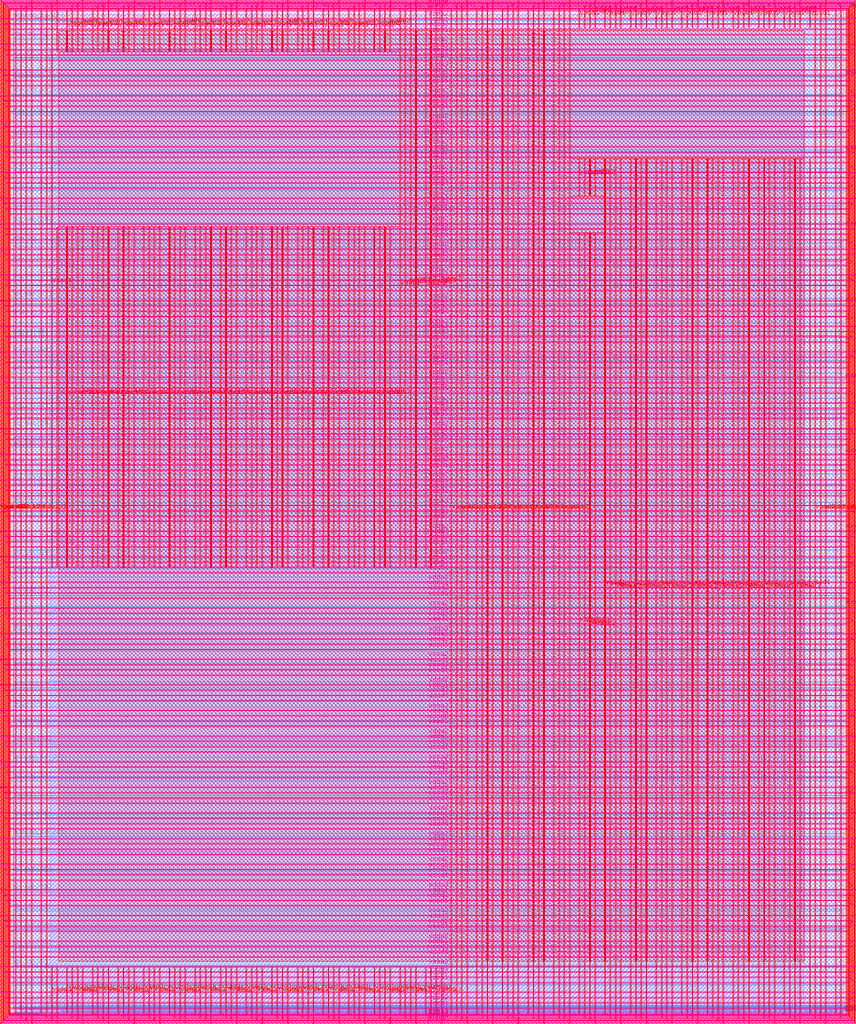
<source format=lef>
VERSION 5.7 ;
  NOWIREEXTENSIONATPIN ON ;
  DIVIDERCHAR "/" ;
  BUSBITCHARS "[]" ;
MACRO user_project_wrapper
  CLASS BLOCK ;
  FOREIGN user_project_wrapper ;
  ORIGIN 0.000 0.000 ;
  SIZE 2920.000 BY 3520.000 ;
  PIN analog_io[0]
    DIRECTION INOUT ;
    USE SIGNAL ;
    PORT
      LAYER met3 ;
        RECT 2917.600 1426.380 2924.800 1427.580 ;
    END
  END analog_io[0]
  PIN analog_io[10]
    DIRECTION INOUT ;
    USE SIGNAL ;
    PORT
      LAYER met2 ;
        RECT 2230.490 3517.600 2231.050 3524.800 ;
    END
  END analog_io[10]
  PIN analog_io[11]
    DIRECTION INOUT ;
    USE SIGNAL ;
    PORT
      LAYER met2 ;
        RECT 1905.730 3517.600 1906.290 3524.800 ;
    END
  END analog_io[11]
  PIN analog_io[12]
    DIRECTION INOUT ;
    USE SIGNAL ;
    PORT
      LAYER met2 ;
        RECT 1581.430 3517.600 1581.990 3524.800 ;
    END
  END analog_io[12]
  PIN analog_io[13]
    DIRECTION INOUT ;
    USE SIGNAL ;
    PORT
      LAYER met2 ;
        RECT 1257.130 3517.600 1257.690 3524.800 ;
    END
  END analog_io[13]
  PIN analog_io[14]
    DIRECTION INOUT ;
    USE SIGNAL ;
    PORT
      LAYER met2 ;
        RECT 932.370 3517.600 932.930 3524.800 ;
    END
  END analog_io[14]
  PIN analog_io[15]
    DIRECTION INOUT ;
    USE SIGNAL ;
    PORT
      LAYER met2 ;
        RECT 608.070 3517.600 608.630 3524.800 ;
    END
  END analog_io[15]
  PIN analog_io[16]
    DIRECTION INOUT ;
    USE SIGNAL ;
    PORT
      LAYER met2 ;
        RECT 283.770 3517.600 284.330 3524.800 ;
    END
  END analog_io[16]
  PIN analog_io[17]
    DIRECTION INOUT ;
    USE SIGNAL ;
    PORT
      LAYER met3 ;
        RECT -4.800 3486.100 2.400 3487.300 ;
    END
  END analog_io[17]
  PIN analog_io[18]
    DIRECTION INOUT ;
    USE SIGNAL ;
    PORT
      LAYER met3 ;
        RECT -4.800 3224.980 2.400 3226.180 ;
    END
  END analog_io[18]
  PIN analog_io[19]
    DIRECTION INOUT ;
    USE SIGNAL ;
    PORT
      LAYER met3 ;
        RECT -4.800 2964.540 2.400 2965.740 ;
    END
  END analog_io[19]
  PIN analog_io[1]
    DIRECTION INOUT ;
    USE SIGNAL ;
    PORT
      LAYER met3 ;
        RECT 2917.600 1692.260 2924.800 1693.460 ;
    END
  END analog_io[1]
  PIN analog_io[20]
    DIRECTION INOUT ;
    USE SIGNAL ;
    PORT
      LAYER met3 ;
        RECT -4.800 2703.420 2.400 2704.620 ;
    END
  END analog_io[20]
  PIN analog_io[21]
    DIRECTION INOUT ;
    USE SIGNAL ;
    PORT
      LAYER met3 ;
        RECT -4.800 2442.980 2.400 2444.180 ;
    END
  END analog_io[21]
  PIN analog_io[22]
    DIRECTION INOUT ;
    USE SIGNAL ;
    PORT
      LAYER met3 ;
        RECT -4.800 2182.540 2.400 2183.740 ;
    END
  END analog_io[22]
  PIN analog_io[23]
    DIRECTION INOUT ;
    USE SIGNAL ;
    PORT
      LAYER met3 ;
        RECT -4.800 1921.420 2.400 1922.620 ;
    END
  END analog_io[23]
  PIN analog_io[24]
    DIRECTION INOUT ;
    USE SIGNAL ;
    PORT
      LAYER met3 ;
        RECT -4.800 1660.980 2.400 1662.180 ;
    END
  END analog_io[24]
  PIN analog_io[25]
    DIRECTION INOUT ;
    USE SIGNAL ;
    PORT
      LAYER met3 ;
        RECT -4.800 1399.860 2.400 1401.060 ;
    END
  END analog_io[25]
  PIN analog_io[26]
    DIRECTION INOUT ;
    USE SIGNAL ;
    PORT
      LAYER met3 ;
        RECT -4.800 1139.420 2.400 1140.620 ;
    END
  END analog_io[26]
  PIN analog_io[27]
    DIRECTION INOUT ;
    USE SIGNAL ;
    PORT
      LAYER met3 ;
        RECT -4.800 878.980 2.400 880.180 ;
    END
  END analog_io[27]
  PIN analog_io[28]
    DIRECTION INOUT ;
    USE SIGNAL ;
    PORT
      LAYER met3 ;
        RECT -4.800 617.860 2.400 619.060 ;
    END
  END analog_io[28]
  PIN analog_io[2]
    DIRECTION INOUT ;
    USE SIGNAL ;
    PORT
      LAYER met3 ;
        RECT 2917.600 1958.140 2924.800 1959.340 ;
    END
  END analog_io[2]
  PIN analog_io[3]
    DIRECTION INOUT ;
    USE SIGNAL ;
    PORT
      LAYER met3 ;
        RECT 2917.600 2223.340 2924.800 2224.540 ;
    END
  END analog_io[3]
  PIN analog_io[4]
    DIRECTION INOUT ;
    USE SIGNAL ;
    PORT
      LAYER met3 ;
        RECT 2917.600 2489.220 2924.800 2490.420 ;
    END
  END analog_io[4]
  PIN analog_io[5]
    DIRECTION INOUT ;
    USE SIGNAL ;
    PORT
      LAYER met3 ;
        RECT 2917.600 2755.100 2924.800 2756.300 ;
    END
  END analog_io[5]
  PIN analog_io[6]
    DIRECTION INOUT ;
    USE SIGNAL ;
    PORT
      LAYER met3 ;
        RECT 2917.600 3020.300 2924.800 3021.500 ;
    END
  END analog_io[6]
  PIN analog_io[7]
    DIRECTION INOUT ;
    USE SIGNAL ;
    PORT
      LAYER met3 ;
        RECT 2917.600 3286.180 2924.800 3287.380 ;
    END
  END analog_io[7]
  PIN analog_io[8]
    DIRECTION INOUT ;
    USE SIGNAL ;
    PORT
      LAYER met2 ;
        RECT 2879.090 3517.600 2879.650 3524.800 ;
    END
  END analog_io[8]
  PIN analog_io[9]
    DIRECTION INOUT ;
    USE SIGNAL ;
    PORT
      LAYER met2 ;
        RECT 2554.790 3517.600 2555.350 3524.800 ;
    END
  END analog_io[9]
  PIN io_in[0]
    DIRECTION INPUT ;
    USE SIGNAL ;
    PORT
      LAYER met3 ;
        RECT 2917.600 32.380 2924.800 33.580 ;
    END
  END io_in[0]
  PIN io_in[10]
    DIRECTION INPUT ;
    USE SIGNAL ;
    PORT
      LAYER met3 ;
        RECT 2917.600 2289.980 2924.800 2291.180 ;
    END
  END io_in[10]
  PIN io_in[11]
    DIRECTION INPUT ;
    USE SIGNAL ;
    PORT
      LAYER met3 ;
        RECT 2917.600 2555.860 2924.800 2557.060 ;
    END
  END io_in[11]
  PIN io_in[12]
    DIRECTION INPUT ;
    USE SIGNAL ;
    PORT
      LAYER met3 ;
        RECT 2917.600 2821.060 2924.800 2822.260 ;
    END
  END io_in[12]
  PIN io_in[13]
    DIRECTION INPUT ;
    USE SIGNAL ;
    PORT
      LAYER met3 ;
        RECT 2917.600 3086.940 2924.800 3088.140 ;
    END
  END io_in[13]
  PIN io_in[14]
    DIRECTION INPUT ;
    USE SIGNAL ;
    PORT
      LAYER met3 ;
        RECT 2917.600 3352.820 2924.800 3354.020 ;
    END
  END io_in[14]
  PIN io_in[15]
    DIRECTION INPUT ;
    USE SIGNAL ;
    PORT
      LAYER met2 ;
        RECT 2798.130 3517.600 2798.690 3524.800 ;
    END
  END io_in[15]
  PIN io_in[16]
    DIRECTION INPUT ;
    USE SIGNAL ;
    PORT
      LAYER met2 ;
        RECT 2473.830 3517.600 2474.390 3524.800 ;
    END
  END io_in[16]
  PIN io_in[17]
    DIRECTION INPUT ;
    USE SIGNAL ;
    PORT
      LAYER met2 ;
        RECT 2149.070 3517.600 2149.630 3524.800 ;
    END
  END io_in[17]
  PIN io_in[18]
    DIRECTION INPUT ;
    USE SIGNAL ;
    PORT
      LAYER met2 ;
        RECT 1824.770 3517.600 1825.330 3524.800 ;
    END
  END io_in[18]
  PIN io_in[19]
    DIRECTION INPUT ;
    USE SIGNAL ;
    PORT
      LAYER met2 ;
        RECT 1500.470 3517.600 1501.030 3524.800 ;
    END
  END io_in[19]
  PIN io_in[1]
    DIRECTION INPUT ;
    USE SIGNAL ;
    PORT
      LAYER met3 ;
        RECT 2917.600 230.940 2924.800 232.140 ;
    END
  END io_in[1]
  PIN io_in[20]
    DIRECTION INPUT ;
    USE SIGNAL ;
    PORT
      LAYER met2 ;
        RECT 1175.710 3517.600 1176.270 3524.800 ;
    END
  END io_in[20]
  PIN io_in[21]
    DIRECTION INPUT ;
    USE SIGNAL ;
    PORT
      LAYER met2 ;
        RECT 851.410 3517.600 851.970 3524.800 ;
    END
  END io_in[21]
  PIN io_in[22]
    DIRECTION INPUT ;
    USE SIGNAL ;
    PORT
      LAYER met2 ;
        RECT 527.110 3517.600 527.670 3524.800 ;
    END
  END io_in[22]
  PIN io_in[23]
    DIRECTION INPUT ;
    USE SIGNAL ;
    PORT
      LAYER met2 ;
        RECT 202.350 3517.600 202.910 3524.800 ;
    END
  END io_in[23]
  PIN io_in[24]
    DIRECTION INPUT ;
    USE SIGNAL ;
    PORT
      LAYER met3 ;
        RECT -4.800 3420.820 2.400 3422.020 ;
    END
  END io_in[24]
  PIN io_in[25]
    DIRECTION INPUT ;
    USE SIGNAL ;
    PORT
      LAYER met3 ;
        RECT -4.800 3159.700 2.400 3160.900 ;
    END
  END io_in[25]
  PIN io_in[26]
    DIRECTION INPUT ;
    USE SIGNAL ;
    PORT
      LAYER met3 ;
        RECT -4.800 2899.260 2.400 2900.460 ;
    END
  END io_in[26]
  PIN io_in[27]
    DIRECTION INPUT ;
    USE SIGNAL ;
    PORT
      LAYER met3 ;
        RECT -4.800 2638.820 2.400 2640.020 ;
    END
  END io_in[27]
  PIN io_in[28]
    DIRECTION INPUT ;
    USE SIGNAL ;
    PORT
      LAYER met3 ;
        RECT -4.800 2377.700 2.400 2378.900 ;
    END
  END io_in[28]
  PIN io_in[29]
    DIRECTION INPUT ;
    USE SIGNAL ;
    PORT
      LAYER met3 ;
        RECT -4.800 2117.260 2.400 2118.460 ;
    END
  END io_in[29]
  PIN io_in[2]
    DIRECTION INPUT ;
    USE SIGNAL ;
    PORT
      LAYER met3 ;
        RECT 2917.600 430.180 2924.800 431.380 ;
    END
  END io_in[2]
  PIN io_in[30]
    DIRECTION INPUT ;
    USE SIGNAL ;
    PORT
      LAYER met3 ;
        RECT -4.800 1856.140 2.400 1857.340 ;
    END
  END io_in[30]
  PIN io_in[31]
    DIRECTION INPUT ;
    USE SIGNAL ;
    PORT
      LAYER met3 ;
        RECT -4.800 1595.700 2.400 1596.900 ;
    END
  END io_in[31]
  PIN io_in[32]
    DIRECTION INPUT ;
    USE SIGNAL ;
    PORT
      LAYER met3 ;
        RECT -4.800 1335.260 2.400 1336.460 ;
    END
  END io_in[32]
  PIN io_in[33]
    DIRECTION INPUT ;
    USE SIGNAL ;
    PORT
      LAYER met3 ;
        RECT -4.800 1074.140 2.400 1075.340 ;
    END
  END io_in[33]
  PIN io_in[34]
    DIRECTION INPUT ;
    USE SIGNAL ;
    PORT
      LAYER met3 ;
        RECT -4.800 813.700 2.400 814.900 ;
    END
  END io_in[34]
  PIN io_in[35]
    DIRECTION INPUT ;
    USE SIGNAL ;
    PORT
      LAYER met3 ;
        RECT -4.800 552.580 2.400 553.780 ;
    END
  END io_in[35]
  PIN io_in[36]
    DIRECTION INPUT ;
    USE SIGNAL ;
    PORT
      LAYER met3 ;
        RECT -4.800 357.420 2.400 358.620 ;
    END
  END io_in[36]
  PIN io_in[37]
    DIRECTION INPUT ;
    USE SIGNAL ;
    PORT
      LAYER met3 ;
        RECT -4.800 161.580 2.400 162.780 ;
    END
  END io_in[37]
  PIN io_in[3]
    DIRECTION INPUT ;
    USE SIGNAL ;
    PORT
      LAYER met3 ;
        RECT 2917.600 629.420 2924.800 630.620 ;
    END
  END io_in[3]
  PIN io_in[4]
    DIRECTION INPUT ;
    USE SIGNAL ;
    PORT
      LAYER met3 ;
        RECT 2917.600 828.660 2924.800 829.860 ;
    END
  END io_in[4]
  PIN io_in[5]
    DIRECTION INPUT ;
    USE SIGNAL ;
    PORT
      LAYER met3 ;
        RECT 2917.600 1027.900 2924.800 1029.100 ;
    END
  END io_in[5]
  PIN io_in[6]
    DIRECTION INPUT ;
    USE SIGNAL ;
    PORT
      LAYER met3 ;
        RECT 2917.600 1227.140 2924.800 1228.340 ;
    END
  END io_in[6]
  PIN io_in[7]
    DIRECTION INPUT ;
    USE SIGNAL ;
    PORT
      LAYER met3 ;
        RECT 2917.600 1493.020 2924.800 1494.220 ;
    END
  END io_in[7]
  PIN io_in[8]
    DIRECTION INPUT ;
    USE SIGNAL ;
    PORT
      LAYER met3 ;
        RECT 2917.600 1758.900 2924.800 1760.100 ;
    END
  END io_in[8]
  PIN io_in[9]
    DIRECTION INPUT ;
    USE SIGNAL ;
    PORT
      LAYER met3 ;
        RECT 2917.600 2024.100 2924.800 2025.300 ;
    END
  END io_in[9]
  PIN io_oeb[0]
    DIRECTION OUTPUT TRISTATE ;
    USE SIGNAL ;
    PORT
      LAYER met3 ;
        RECT 2917.600 164.980 2924.800 166.180 ;
    END
  END io_oeb[0]
  PIN io_oeb[10]
    DIRECTION OUTPUT TRISTATE ;
    USE SIGNAL ;
    PORT
      LAYER met3 ;
        RECT 2917.600 2422.580 2924.800 2423.780 ;
    END
  END io_oeb[10]
  PIN io_oeb[11]
    DIRECTION OUTPUT TRISTATE ;
    USE SIGNAL ;
    PORT
      LAYER met3 ;
        RECT 2917.600 2688.460 2924.800 2689.660 ;
    END
  END io_oeb[11]
  PIN io_oeb[12]
    DIRECTION OUTPUT TRISTATE ;
    USE SIGNAL ;
    PORT
      LAYER met3 ;
        RECT 2917.600 2954.340 2924.800 2955.540 ;
    END
  END io_oeb[12]
  PIN io_oeb[13]
    DIRECTION OUTPUT TRISTATE ;
    USE SIGNAL ;
    PORT
      LAYER met3 ;
        RECT 2917.600 3219.540 2924.800 3220.740 ;
    END
  END io_oeb[13]
  PIN io_oeb[14]
    DIRECTION OUTPUT TRISTATE ;
    USE SIGNAL ;
    PORT
      LAYER met3 ;
        RECT 2917.600 3485.420 2924.800 3486.620 ;
    END
  END io_oeb[14]
  PIN io_oeb[15]
    DIRECTION OUTPUT TRISTATE ;
    USE SIGNAL ;
    PORT
      LAYER met2 ;
        RECT 2635.750 3517.600 2636.310 3524.800 ;
    END
  END io_oeb[15]
  PIN io_oeb[16]
    DIRECTION OUTPUT TRISTATE ;
    USE SIGNAL ;
    PORT
      LAYER met2 ;
        RECT 2311.450 3517.600 2312.010 3524.800 ;
    END
  END io_oeb[16]
  PIN io_oeb[17]
    DIRECTION OUTPUT TRISTATE ;
    USE SIGNAL ;
    PORT
      LAYER met2 ;
        RECT 1987.150 3517.600 1987.710 3524.800 ;
    END
  END io_oeb[17]
  PIN io_oeb[18]
    DIRECTION OUTPUT TRISTATE ;
    USE SIGNAL ;
    PORT
      LAYER met2 ;
        RECT 1662.390 3517.600 1662.950 3524.800 ;
    END
  END io_oeb[18]
  PIN io_oeb[19]
    DIRECTION OUTPUT TRISTATE ;
    USE SIGNAL ;
    PORT
      LAYER met2 ;
        RECT 1338.090 3517.600 1338.650 3524.800 ;
    END
  END io_oeb[19]
  PIN io_oeb[1]
    DIRECTION OUTPUT TRISTATE ;
    USE SIGNAL ;
    PORT
      LAYER met3 ;
        RECT 2917.600 364.220 2924.800 365.420 ;
    END
  END io_oeb[1]
  PIN io_oeb[20]
    DIRECTION OUTPUT TRISTATE ;
    USE SIGNAL ;
    PORT
      LAYER met2 ;
        RECT 1013.790 3517.600 1014.350 3524.800 ;
    END
  END io_oeb[20]
  PIN io_oeb[21]
    DIRECTION OUTPUT TRISTATE ;
    USE SIGNAL ;
    PORT
      LAYER met2 ;
        RECT 689.030 3517.600 689.590 3524.800 ;
    END
  END io_oeb[21]
  PIN io_oeb[22]
    DIRECTION OUTPUT TRISTATE ;
    USE SIGNAL ;
    PORT
      LAYER met2 ;
        RECT 364.730 3517.600 365.290 3524.800 ;
    END
  END io_oeb[22]
  PIN io_oeb[23]
    DIRECTION OUTPUT TRISTATE ;
    USE SIGNAL ;
    PORT
      LAYER met2 ;
        RECT 40.430 3517.600 40.990 3524.800 ;
    END
  END io_oeb[23]
  PIN io_oeb[24]
    DIRECTION OUTPUT TRISTATE ;
    USE SIGNAL ;
    PORT
      LAYER met3 ;
        RECT -4.800 3290.260 2.400 3291.460 ;
    END
  END io_oeb[24]
  PIN io_oeb[25]
    DIRECTION OUTPUT TRISTATE ;
    USE SIGNAL ;
    PORT
      LAYER met3 ;
        RECT -4.800 3029.820 2.400 3031.020 ;
    END
  END io_oeb[25]
  PIN io_oeb[26]
    DIRECTION OUTPUT TRISTATE ;
    USE SIGNAL ;
    PORT
      LAYER met3 ;
        RECT -4.800 2768.700 2.400 2769.900 ;
    END
  END io_oeb[26]
  PIN io_oeb[27]
    DIRECTION OUTPUT TRISTATE ;
    USE SIGNAL ;
    PORT
      LAYER met3 ;
        RECT -4.800 2508.260 2.400 2509.460 ;
    END
  END io_oeb[27]
  PIN io_oeb[28]
    DIRECTION OUTPUT TRISTATE ;
    USE SIGNAL ;
    PORT
      LAYER met3 ;
        RECT -4.800 2247.140 2.400 2248.340 ;
    END
  END io_oeb[28]
  PIN io_oeb[29]
    DIRECTION OUTPUT TRISTATE ;
    USE SIGNAL ;
    PORT
      LAYER met3 ;
        RECT -4.800 1986.700 2.400 1987.900 ;
    END
  END io_oeb[29]
  PIN io_oeb[2]
    DIRECTION OUTPUT TRISTATE ;
    USE SIGNAL ;
    PORT
      LAYER met3 ;
        RECT 2917.600 563.460 2924.800 564.660 ;
    END
  END io_oeb[2]
  PIN io_oeb[30]
    DIRECTION OUTPUT TRISTATE ;
    USE SIGNAL ;
    PORT
      LAYER met3 ;
        RECT -4.800 1726.260 2.400 1727.460 ;
    END
  END io_oeb[30]
  PIN io_oeb[31]
    DIRECTION OUTPUT TRISTATE ;
    USE SIGNAL ;
    PORT
      LAYER met3 ;
        RECT -4.800 1465.140 2.400 1466.340 ;
    END
  END io_oeb[31]
  PIN io_oeb[32]
    DIRECTION OUTPUT TRISTATE ;
    USE SIGNAL ;
    PORT
      LAYER met3 ;
        RECT -4.800 1204.700 2.400 1205.900 ;
    END
  END io_oeb[32]
  PIN io_oeb[33]
    DIRECTION OUTPUT TRISTATE ;
    USE SIGNAL ;
    PORT
      LAYER met3 ;
        RECT -4.800 943.580 2.400 944.780 ;
    END
  END io_oeb[33]
  PIN io_oeb[34]
    DIRECTION OUTPUT TRISTATE ;
    USE SIGNAL ;
    PORT
      LAYER met3 ;
        RECT -4.800 683.140 2.400 684.340 ;
    END
  END io_oeb[34]
  PIN io_oeb[35]
    DIRECTION OUTPUT TRISTATE ;
    USE SIGNAL ;
    PORT
      LAYER met3 ;
        RECT -4.800 422.700 2.400 423.900 ;
    END
  END io_oeb[35]
  PIN io_oeb[36]
    DIRECTION OUTPUT TRISTATE ;
    USE SIGNAL ;
    PORT
      LAYER met3 ;
        RECT -4.800 226.860 2.400 228.060 ;
    END
  END io_oeb[36]
  PIN io_oeb[37]
    DIRECTION OUTPUT TRISTATE ;
    USE SIGNAL ;
    PORT
      LAYER met3 ;
        RECT -4.800 31.700 2.400 32.900 ;
    END
  END io_oeb[37]
  PIN io_oeb[3]
    DIRECTION OUTPUT TRISTATE ;
    USE SIGNAL ;
    PORT
      LAYER met3 ;
        RECT 2917.600 762.700 2924.800 763.900 ;
    END
  END io_oeb[3]
  PIN io_oeb[4]
    DIRECTION OUTPUT TRISTATE ;
    USE SIGNAL ;
    PORT
      LAYER met3 ;
        RECT 2917.600 961.940 2924.800 963.140 ;
    END
  END io_oeb[4]
  PIN io_oeb[5]
    DIRECTION OUTPUT TRISTATE ;
    USE SIGNAL ;
    PORT
      LAYER met3 ;
        RECT 2917.600 1161.180 2924.800 1162.380 ;
    END
  END io_oeb[5]
  PIN io_oeb[6]
    DIRECTION OUTPUT TRISTATE ;
    USE SIGNAL ;
    PORT
      LAYER met3 ;
        RECT 2917.600 1360.420 2924.800 1361.620 ;
    END
  END io_oeb[6]
  PIN io_oeb[7]
    DIRECTION OUTPUT TRISTATE ;
    USE SIGNAL ;
    PORT
      LAYER met3 ;
        RECT 2917.600 1625.620 2924.800 1626.820 ;
    END
  END io_oeb[7]
  PIN io_oeb[8]
    DIRECTION OUTPUT TRISTATE ;
    USE SIGNAL ;
    PORT
      LAYER met3 ;
        RECT 2917.600 1891.500 2924.800 1892.700 ;
    END
  END io_oeb[8]
  PIN io_oeb[9]
    DIRECTION OUTPUT TRISTATE ;
    USE SIGNAL ;
    PORT
      LAYER met3 ;
        RECT 2917.600 2157.380 2924.800 2158.580 ;
    END
  END io_oeb[9]
  PIN io_out[0]
    DIRECTION OUTPUT TRISTATE ;
    USE SIGNAL ;
    PORT
      LAYER met3 ;
        RECT 2917.600 98.340 2924.800 99.540 ;
    END
  END io_out[0]
  PIN io_out[10]
    DIRECTION OUTPUT TRISTATE ;
    USE SIGNAL ;
    PORT
      LAYER met3 ;
        RECT 2917.600 2356.620 2924.800 2357.820 ;
    END
  END io_out[10]
  PIN io_out[11]
    DIRECTION OUTPUT TRISTATE ;
    USE SIGNAL ;
    PORT
      LAYER met3 ;
        RECT 2917.600 2621.820 2924.800 2623.020 ;
    END
  END io_out[11]
  PIN io_out[12]
    DIRECTION OUTPUT TRISTATE ;
    USE SIGNAL ;
    PORT
      LAYER met3 ;
        RECT 2917.600 2887.700 2924.800 2888.900 ;
    END
  END io_out[12]
  PIN io_out[13]
    DIRECTION OUTPUT TRISTATE ;
    USE SIGNAL ;
    PORT
      LAYER met3 ;
        RECT 2917.600 3153.580 2924.800 3154.780 ;
    END
  END io_out[13]
  PIN io_out[14]
    DIRECTION OUTPUT TRISTATE ;
    USE SIGNAL ;
    PORT
      LAYER met3 ;
        RECT 2917.600 3418.780 2924.800 3419.980 ;
    END
  END io_out[14]
  PIN io_out[15]
    DIRECTION OUTPUT TRISTATE ;
    USE SIGNAL ;
    PORT
      LAYER met2 ;
        RECT 2717.170 3517.600 2717.730 3524.800 ;
    END
  END io_out[15]
  PIN io_out[16]
    DIRECTION OUTPUT TRISTATE ;
    USE SIGNAL ;
    PORT
      LAYER met2 ;
        RECT 2392.410 3517.600 2392.970 3524.800 ;
    END
  END io_out[16]
  PIN io_out[17]
    DIRECTION OUTPUT TRISTATE ;
    USE SIGNAL ;
    PORT
      LAYER met2 ;
        RECT 2068.110 3517.600 2068.670 3524.800 ;
    END
  END io_out[17]
  PIN io_out[18]
    DIRECTION OUTPUT TRISTATE ;
    USE SIGNAL ;
    PORT
      LAYER met2 ;
        RECT 1743.810 3517.600 1744.370 3524.800 ;
    END
  END io_out[18]
  PIN io_out[19]
    DIRECTION OUTPUT TRISTATE ;
    USE SIGNAL ;
    PORT
      LAYER met2 ;
        RECT 1419.050 3517.600 1419.610 3524.800 ;
    END
  END io_out[19]
  PIN io_out[1]
    DIRECTION OUTPUT TRISTATE ;
    USE SIGNAL ;
    PORT
      LAYER met3 ;
        RECT 2917.600 297.580 2924.800 298.780 ;
    END
  END io_out[1]
  PIN io_out[20]
    DIRECTION OUTPUT TRISTATE ;
    USE SIGNAL ;
    PORT
      LAYER met2 ;
        RECT 1094.750 3517.600 1095.310 3524.800 ;
    END
  END io_out[20]
  PIN io_out[21]
    DIRECTION OUTPUT TRISTATE ;
    USE SIGNAL ;
    PORT
      LAYER met2 ;
        RECT 770.450 3517.600 771.010 3524.800 ;
    END
  END io_out[21]
  PIN io_out[22]
    DIRECTION OUTPUT TRISTATE ;
    USE SIGNAL ;
    PORT
      LAYER met2 ;
        RECT 445.690 3517.600 446.250 3524.800 ;
    END
  END io_out[22]
  PIN io_out[23]
    DIRECTION OUTPUT TRISTATE ;
    USE SIGNAL ;
    PORT
      LAYER met2 ;
        RECT 121.390 3517.600 121.950 3524.800 ;
    END
  END io_out[23]
  PIN io_out[24]
    DIRECTION OUTPUT TRISTATE ;
    USE SIGNAL ;
    PORT
      LAYER met3 ;
        RECT -4.800 3355.540 2.400 3356.740 ;
    END
  END io_out[24]
  PIN io_out[25]
    DIRECTION OUTPUT TRISTATE ;
    USE SIGNAL ;
    PORT
      LAYER met3 ;
        RECT -4.800 3095.100 2.400 3096.300 ;
    END
  END io_out[25]
  PIN io_out[26]
    DIRECTION OUTPUT TRISTATE ;
    USE SIGNAL ;
    PORT
      LAYER met3 ;
        RECT -4.800 2833.980 2.400 2835.180 ;
    END
  END io_out[26]
  PIN io_out[27]
    DIRECTION OUTPUT TRISTATE ;
    USE SIGNAL ;
    PORT
      LAYER met3 ;
        RECT -4.800 2573.540 2.400 2574.740 ;
    END
  END io_out[27]
  PIN io_out[28]
    DIRECTION OUTPUT TRISTATE ;
    USE SIGNAL ;
    PORT
      LAYER met3 ;
        RECT -4.800 2312.420 2.400 2313.620 ;
    END
  END io_out[28]
  PIN io_out[29]
    DIRECTION OUTPUT TRISTATE ;
    USE SIGNAL ;
    PORT
      LAYER met3 ;
        RECT -4.800 2051.980 2.400 2053.180 ;
    END
  END io_out[29]
  PIN io_out[2]
    DIRECTION OUTPUT TRISTATE ;
    USE SIGNAL ;
    PORT
      LAYER met3 ;
        RECT 2917.600 496.820 2924.800 498.020 ;
    END
  END io_out[2]
  PIN io_out[30]
    DIRECTION OUTPUT TRISTATE ;
    USE SIGNAL ;
    PORT
      LAYER met3 ;
        RECT -4.800 1791.540 2.400 1792.740 ;
    END
  END io_out[30]
  PIN io_out[31]
    DIRECTION OUTPUT TRISTATE ;
    USE SIGNAL ;
    PORT
      LAYER met3 ;
        RECT -4.800 1530.420 2.400 1531.620 ;
    END
  END io_out[31]
  PIN io_out[32]
    DIRECTION OUTPUT TRISTATE ;
    USE SIGNAL ;
    PORT
      LAYER met3 ;
        RECT -4.800 1269.980 2.400 1271.180 ;
    END
  END io_out[32]
  PIN io_out[33]
    DIRECTION OUTPUT TRISTATE ;
    USE SIGNAL ;
    PORT
      LAYER met3 ;
        RECT -4.800 1008.860 2.400 1010.060 ;
    END
  END io_out[33]
  PIN io_out[34]
    DIRECTION OUTPUT TRISTATE ;
    USE SIGNAL ;
    PORT
      LAYER met3 ;
        RECT -4.800 748.420 2.400 749.620 ;
    END
  END io_out[34]
  PIN io_out[35]
    DIRECTION OUTPUT TRISTATE ;
    USE SIGNAL ;
    PORT
      LAYER met3 ;
        RECT -4.800 487.300 2.400 488.500 ;
    END
  END io_out[35]
  PIN io_out[36]
    DIRECTION OUTPUT TRISTATE ;
    USE SIGNAL ;
    PORT
      LAYER met3 ;
        RECT -4.800 292.140 2.400 293.340 ;
    END
  END io_out[36]
  PIN io_out[37]
    DIRECTION OUTPUT TRISTATE ;
    USE SIGNAL ;
    PORT
      LAYER met3 ;
        RECT -4.800 96.300 2.400 97.500 ;
    END
  END io_out[37]
  PIN io_out[3]
    DIRECTION OUTPUT TRISTATE ;
    USE SIGNAL ;
    PORT
      LAYER met3 ;
        RECT 2917.600 696.060 2924.800 697.260 ;
    END
  END io_out[3]
  PIN io_out[4]
    DIRECTION OUTPUT TRISTATE ;
    USE SIGNAL ;
    PORT
      LAYER met3 ;
        RECT 2917.600 895.300 2924.800 896.500 ;
    END
  END io_out[4]
  PIN io_out[5]
    DIRECTION OUTPUT TRISTATE ;
    USE SIGNAL ;
    PORT
      LAYER met3 ;
        RECT 2917.600 1094.540 2924.800 1095.740 ;
    END
  END io_out[5]
  PIN io_out[6]
    DIRECTION OUTPUT TRISTATE ;
    USE SIGNAL ;
    PORT
      LAYER met3 ;
        RECT 2917.600 1293.780 2924.800 1294.980 ;
    END
  END io_out[6]
  PIN io_out[7]
    DIRECTION OUTPUT TRISTATE ;
    USE SIGNAL ;
    PORT
      LAYER met3 ;
        RECT 2917.600 1559.660 2924.800 1560.860 ;
    END
  END io_out[7]
  PIN io_out[8]
    DIRECTION OUTPUT TRISTATE ;
    USE SIGNAL ;
    PORT
      LAYER met3 ;
        RECT 2917.600 1824.860 2924.800 1826.060 ;
    END
  END io_out[8]
  PIN io_out[9]
    DIRECTION OUTPUT TRISTATE ;
    USE SIGNAL ;
    PORT
      LAYER met3 ;
        RECT 2917.600 2090.740 2924.800 2091.940 ;
    END
  END io_out[9]
  PIN la_data_in[0]
    DIRECTION INPUT ;
    USE SIGNAL ;
    PORT
      LAYER met2 ;
        RECT 629.230 -4.800 629.790 2.400 ;
    END
  END la_data_in[0]
  PIN la_data_in[100]
    DIRECTION INPUT ;
    USE SIGNAL ;
    PORT
      LAYER met2 ;
        RECT 2402.530 -4.800 2403.090 2.400 ;
    END
  END la_data_in[100]
  PIN la_data_in[101]
    DIRECTION INPUT ;
    USE SIGNAL ;
    PORT
      LAYER met2 ;
        RECT 2420.010 -4.800 2420.570 2.400 ;
    END
  END la_data_in[101]
  PIN la_data_in[102]
    DIRECTION INPUT ;
    USE SIGNAL ;
    PORT
      LAYER met2 ;
        RECT 2437.950 -4.800 2438.510 2.400 ;
    END
  END la_data_in[102]
  PIN la_data_in[103]
    DIRECTION INPUT ;
    USE SIGNAL ;
    PORT
      LAYER met2 ;
        RECT 2455.430 -4.800 2455.990 2.400 ;
    END
  END la_data_in[103]
  PIN la_data_in[104]
    DIRECTION INPUT ;
    USE SIGNAL ;
    PORT
      LAYER met2 ;
        RECT 2473.370 -4.800 2473.930 2.400 ;
    END
  END la_data_in[104]
  PIN la_data_in[105]
    DIRECTION INPUT ;
    USE SIGNAL ;
    PORT
      LAYER met2 ;
        RECT 2490.850 -4.800 2491.410 2.400 ;
    END
  END la_data_in[105]
  PIN la_data_in[106]
    DIRECTION INPUT ;
    USE SIGNAL ;
    PORT
      LAYER met2 ;
        RECT 2508.790 -4.800 2509.350 2.400 ;
    END
  END la_data_in[106]
  PIN la_data_in[107]
    DIRECTION INPUT ;
    USE SIGNAL ;
    PORT
      LAYER met2 ;
        RECT 2526.730 -4.800 2527.290 2.400 ;
    END
  END la_data_in[107]
  PIN la_data_in[108]
    DIRECTION INPUT ;
    USE SIGNAL ;
    PORT
      LAYER met2 ;
        RECT 2544.210 -4.800 2544.770 2.400 ;
    END
  END la_data_in[108]
  PIN la_data_in[109]
    DIRECTION INPUT ;
    USE SIGNAL ;
    PORT
      LAYER met2 ;
        RECT 2562.150 -4.800 2562.710 2.400 ;
    END
  END la_data_in[109]
  PIN la_data_in[10]
    DIRECTION INPUT ;
    USE SIGNAL ;
    PORT
      LAYER met2 ;
        RECT 806.330 -4.800 806.890 2.400 ;
    END
  END la_data_in[10]
  PIN la_data_in[110]
    DIRECTION INPUT ;
    USE SIGNAL ;
    PORT
      LAYER met2 ;
        RECT 2579.630 -4.800 2580.190 2.400 ;
    END
  END la_data_in[110]
  PIN la_data_in[111]
    DIRECTION INPUT ;
    USE SIGNAL ;
    PORT
      LAYER met2 ;
        RECT 2597.570 -4.800 2598.130 2.400 ;
    END
  END la_data_in[111]
  PIN la_data_in[112]
    DIRECTION INPUT ;
    USE SIGNAL ;
    PORT
      LAYER met2 ;
        RECT 2615.050 -4.800 2615.610 2.400 ;
    END
  END la_data_in[112]
  PIN la_data_in[113]
    DIRECTION INPUT ;
    USE SIGNAL ;
    PORT
      LAYER met2 ;
        RECT 2632.990 -4.800 2633.550 2.400 ;
    END
  END la_data_in[113]
  PIN la_data_in[114]
    DIRECTION INPUT ;
    USE SIGNAL ;
    PORT
      LAYER met2 ;
        RECT 2650.470 -4.800 2651.030 2.400 ;
    END
  END la_data_in[114]
  PIN la_data_in[115]
    DIRECTION INPUT ;
    USE SIGNAL ;
    PORT
      LAYER met2 ;
        RECT 2668.410 -4.800 2668.970 2.400 ;
    END
  END la_data_in[115]
  PIN la_data_in[116]
    DIRECTION INPUT ;
    USE SIGNAL ;
    PORT
      LAYER met2 ;
        RECT 2685.890 -4.800 2686.450 2.400 ;
    END
  END la_data_in[116]
  PIN la_data_in[117]
    DIRECTION INPUT ;
    USE SIGNAL ;
    PORT
      LAYER met2 ;
        RECT 2703.830 -4.800 2704.390 2.400 ;
    END
  END la_data_in[117]
  PIN la_data_in[118]
    DIRECTION INPUT ;
    USE SIGNAL ;
    PORT
      LAYER met2 ;
        RECT 2721.770 -4.800 2722.330 2.400 ;
    END
  END la_data_in[118]
  PIN la_data_in[119]
    DIRECTION INPUT ;
    USE SIGNAL ;
    PORT
      LAYER met2 ;
        RECT 2739.250 -4.800 2739.810 2.400 ;
    END
  END la_data_in[119]
  PIN la_data_in[11]
    DIRECTION INPUT ;
    USE SIGNAL ;
    PORT
      LAYER met2 ;
        RECT 824.270 -4.800 824.830 2.400 ;
    END
  END la_data_in[11]
  PIN la_data_in[120]
    DIRECTION INPUT ;
    USE SIGNAL ;
    PORT
      LAYER met2 ;
        RECT 2757.190 -4.800 2757.750 2.400 ;
    END
  END la_data_in[120]
  PIN la_data_in[121]
    DIRECTION INPUT ;
    USE SIGNAL ;
    PORT
      LAYER met2 ;
        RECT 2774.670 -4.800 2775.230 2.400 ;
    END
  END la_data_in[121]
  PIN la_data_in[122]
    DIRECTION INPUT ;
    USE SIGNAL ;
    PORT
      LAYER met2 ;
        RECT 2792.610 -4.800 2793.170 2.400 ;
    END
  END la_data_in[122]
  PIN la_data_in[123]
    DIRECTION INPUT ;
    USE SIGNAL ;
    PORT
      LAYER met2 ;
        RECT 2810.090 -4.800 2810.650 2.400 ;
    END
  END la_data_in[123]
  PIN la_data_in[124]
    DIRECTION INPUT ;
    USE SIGNAL ;
    PORT
      LAYER met2 ;
        RECT 2828.030 -4.800 2828.590 2.400 ;
    END
  END la_data_in[124]
  PIN la_data_in[125]
    DIRECTION INPUT ;
    USE SIGNAL ;
    PORT
      LAYER met2 ;
        RECT 2845.510 -4.800 2846.070 2.400 ;
    END
  END la_data_in[125]
  PIN la_data_in[126]
    DIRECTION INPUT ;
    USE SIGNAL ;
    PORT
      LAYER met2 ;
        RECT 2863.450 -4.800 2864.010 2.400 ;
    END
  END la_data_in[126]
  PIN la_data_in[127]
    DIRECTION INPUT ;
    USE SIGNAL ;
    PORT
      LAYER met2 ;
        RECT 2881.390 -4.800 2881.950 2.400 ;
    END
  END la_data_in[127]
  PIN la_data_in[12]
    DIRECTION INPUT ;
    USE SIGNAL ;
    PORT
      LAYER met2 ;
        RECT 841.750 -4.800 842.310 2.400 ;
    END
  END la_data_in[12]
  PIN la_data_in[13]
    DIRECTION INPUT ;
    USE SIGNAL ;
    PORT
      LAYER met2 ;
        RECT 859.690 -4.800 860.250 2.400 ;
    END
  END la_data_in[13]
  PIN la_data_in[14]
    DIRECTION INPUT ;
    USE SIGNAL ;
    PORT
      LAYER met2 ;
        RECT 877.170 -4.800 877.730 2.400 ;
    END
  END la_data_in[14]
  PIN la_data_in[15]
    DIRECTION INPUT ;
    USE SIGNAL ;
    PORT
      LAYER met2 ;
        RECT 895.110 -4.800 895.670 2.400 ;
    END
  END la_data_in[15]
  PIN la_data_in[16]
    DIRECTION INPUT ;
    USE SIGNAL ;
    PORT
      LAYER met2 ;
        RECT 912.590 -4.800 913.150 2.400 ;
    END
  END la_data_in[16]
  PIN la_data_in[17]
    DIRECTION INPUT ;
    USE SIGNAL ;
    PORT
      LAYER met2 ;
        RECT 930.530 -4.800 931.090 2.400 ;
    END
  END la_data_in[17]
  PIN la_data_in[18]
    DIRECTION INPUT ;
    USE SIGNAL ;
    PORT
      LAYER met2 ;
        RECT 948.470 -4.800 949.030 2.400 ;
    END
  END la_data_in[18]
  PIN la_data_in[19]
    DIRECTION INPUT ;
    USE SIGNAL ;
    PORT
      LAYER met2 ;
        RECT 965.950 -4.800 966.510 2.400 ;
    END
  END la_data_in[19]
  PIN la_data_in[1]
    DIRECTION INPUT ;
    USE SIGNAL ;
    PORT
      LAYER met2 ;
        RECT 646.710 -4.800 647.270 2.400 ;
    END
  END la_data_in[1]
  PIN la_data_in[20]
    DIRECTION INPUT ;
    USE SIGNAL ;
    PORT
      LAYER met2 ;
        RECT 983.890 -4.800 984.450 2.400 ;
    END
  END la_data_in[20]
  PIN la_data_in[21]
    DIRECTION INPUT ;
    USE SIGNAL ;
    PORT
      LAYER met2 ;
        RECT 1001.370 -4.800 1001.930 2.400 ;
    END
  END la_data_in[21]
  PIN la_data_in[22]
    DIRECTION INPUT ;
    USE SIGNAL ;
    PORT
      LAYER met2 ;
        RECT 1019.310 -4.800 1019.870 2.400 ;
    END
  END la_data_in[22]
  PIN la_data_in[23]
    DIRECTION INPUT ;
    USE SIGNAL ;
    PORT
      LAYER met2 ;
        RECT 1036.790 -4.800 1037.350 2.400 ;
    END
  END la_data_in[23]
  PIN la_data_in[24]
    DIRECTION INPUT ;
    USE SIGNAL ;
    PORT
      LAYER met2 ;
        RECT 1054.730 -4.800 1055.290 2.400 ;
    END
  END la_data_in[24]
  PIN la_data_in[25]
    DIRECTION INPUT ;
    USE SIGNAL ;
    PORT
      LAYER met2 ;
        RECT 1072.210 -4.800 1072.770 2.400 ;
    END
  END la_data_in[25]
  PIN la_data_in[26]
    DIRECTION INPUT ;
    USE SIGNAL ;
    PORT
      LAYER met2 ;
        RECT 1090.150 -4.800 1090.710 2.400 ;
    END
  END la_data_in[26]
  PIN la_data_in[27]
    DIRECTION INPUT ;
    USE SIGNAL ;
    PORT
      LAYER met2 ;
        RECT 1107.630 -4.800 1108.190 2.400 ;
    END
  END la_data_in[27]
  PIN la_data_in[28]
    DIRECTION INPUT ;
    USE SIGNAL ;
    PORT
      LAYER met2 ;
        RECT 1125.570 -4.800 1126.130 2.400 ;
    END
  END la_data_in[28]
  PIN la_data_in[29]
    DIRECTION INPUT ;
    USE SIGNAL ;
    PORT
      LAYER met2 ;
        RECT 1143.510 -4.800 1144.070 2.400 ;
    END
  END la_data_in[29]
  PIN la_data_in[2]
    DIRECTION INPUT ;
    USE SIGNAL ;
    PORT
      LAYER met2 ;
        RECT 664.650 -4.800 665.210 2.400 ;
    END
  END la_data_in[2]
  PIN la_data_in[30]
    DIRECTION INPUT ;
    USE SIGNAL ;
    PORT
      LAYER met2 ;
        RECT 1160.990 -4.800 1161.550 2.400 ;
    END
  END la_data_in[30]
  PIN la_data_in[31]
    DIRECTION INPUT ;
    USE SIGNAL ;
    PORT
      LAYER met2 ;
        RECT 1178.930 -4.800 1179.490 2.400 ;
    END
  END la_data_in[31]
  PIN la_data_in[32]
    DIRECTION INPUT ;
    USE SIGNAL ;
    PORT
      LAYER met2 ;
        RECT 1196.410 -4.800 1196.970 2.400 ;
    END
  END la_data_in[32]
  PIN la_data_in[33]
    DIRECTION INPUT ;
    USE SIGNAL ;
    PORT
      LAYER met2 ;
        RECT 1214.350 -4.800 1214.910 2.400 ;
    END
  END la_data_in[33]
  PIN la_data_in[34]
    DIRECTION INPUT ;
    USE SIGNAL ;
    PORT
      LAYER met2 ;
        RECT 1231.830 -4.800 1232.390 2.400 ;
    END
  END la_data_in[34]
  PIN la_data_in[35]
    DIRECTION INPUT ;
    USE SIGNAL ;
    PORT
      LAYER met2 ;
        RECT 1249.770 -4.800 1250.330 2.400 ;
    END
  END la_data_in[35]
  PIN la_data_in[36]
    DIRECTION INPUT ;
    USE SIGNAL ;
    PORT
      LAYER met2 ;
        RECT 1267.250 -4.800 1267.810 2.400 ;
    END
  END la_data_in[36]
  PIN la_data_in[37]
    DIRECTION INPUT ;
    USE SIGNAL ;
    PORT
      LAYER met2 ;
        RECT 1285.190 -4.800 1285.750 2.400 ;
    END
  END la_data_in[37]
  PIN la_data_in[38]
    DIRECTION INPUT ;
    USE SIGNAL ;
    PORT
      LAYER met2 ;
        RECT 1303.130 -4.800 1303.690 2.400 ;
    END
  END la_data_in[38]
  PIN la_data_in[39]
    DIRECTION INPUT ;
    USE SIGNAL ;
    PORT
      LAYER met2 ;
        RECT 1320.610 -4.800 1321.170 2.400 ;
    END
  END la_data_in[39]
  PIN la_data_in[3]
    DIRECTION INPUT ;
    USE SIGNAL ;
    PORT
      LAYER met2 ;
        RECT 682.130 -4.800 682.690 2.400 ;
    END
  END la_data_in[3]
  PIN la_data_in[40]
    DIRECTION INPUT ;
    USE SIGNAL ;
    PORT
      LAYER met2 ;
        RECT 1338.550 -4.800 1339.110 2.400 ;
    END
  END la_data_in[40]
  PIN la_data_in[41]
    DIRECTION INPUT ;
    USE SIGNAL ;
    PORT
      LAYER met2 ;
        RECT 1356.030 -4.800 1356.590 2.400 ;
    END
  END la_data_in[41]
  PIN la_data_in[42]
    DIRECTION INPUT ;
    USE SIGNAL ;
    PORT
      LAYER met2 ;
        RECT 1373.970 -4.800 1374.530 2.400 ;
    END
  END la_data_in[42]
  PIN la_data_in[43]
    DIRECTION INPUT ;
    USE SIGNAL ;
    PORT
      LAYER met2 ;
        RECT 1391.450 -4.800 1392.010 2.400 ;
    END
  END la_data_in[43]
  PIN la_data_in[44]
    DIRECTION INPUT ;
    USE SIGNAL ;
    PORT
      LAYER met2 ;
        RECT 1409.390 -4.800 1409.950 2.400 ;
    END
  END la_data_in[44]
  PIN la_data_in[45]
    DIRECTION INPUT ;
    USE SIGNAL ;
    PORT
      LAYER met2 ;
        RECT 1426.870 -4.800 1427.430 2.400 ;
    END
  END la_data_in[45]
  PIN la_data_in[46]
    DIRECTION INPUT ;
    USE SIGNAL ;
    PORT
      LAYER met2 ;
        RECT 1444.810 -4.800 1445.370 2.400 ;
    END
  END la_data_in[46]
  PIN la_data_in[47]
    DIRECTION INPUT ;
    USE SIGNAL ;
    PORT
      LAYER met2 ;
        RECT 1462.750 -4.800 1463.310 2.400 ;
    END
  END la_data_in[47]
  PIN la_data_in[48]
    DIRECTION INPUT ;
    USE SIGNAL ;
    PORT
      LAYER met2 ;
        RECT 1480.230 -4.800 1480.790 2.400 ;
    END
  END la_data_in[48]
  PIN la_data_in[49]
    DIRECTION INPUT ;
    USE SIGNAL ;
    PORT
      LAYER met2 ;
        RECT 1498.170 -4.800 1498.730 2.400 ;
    END
  END la_data_in[49]
  PIN la_data_in[4]
    DIRECTION INPUT ;
    USE SIGNAL ;
    PORT
      LAYER met2 ;
        RECT 700.070 -4.800 700.630 2.400 ;
    END
  END la_data_in[4]
  PIN la_data_in[50]
    DIRECTION INPUT ;
    USE SIGNAL ;
    PORT
      LAYER met2 ;
        RECT 1515.650 -4.800 1516.210 2.400 ;
    END
  END la_data_in[50]
  PIN la_data_in[51]
    DIRECTION INPUT ;
    USE SIGNAL ;
    PORT
      LAYER met2 ;
        RECT 1533.590 -4.800 1534.150 2.400 ;
    END
  END la_data_in[51]
  PIN la_data_in[52]
    DIRECTION INPUT ;
    USE SIGNAL ;
    PORT
      LAYER met2 ;
        RECT 1551.070 -4.800 1551.630 2.400 ;
    END
  END la_data_in[52]
  PIN la_data_in[53]
    DIRECTION INPUT ;
    USE SIGNAL ;
    PORT
      LAYER met2 ;
        RECT 1569.010 -4.800 1569.570 2.400 ;
    END
  END la_data_in[53]
  PIN la_data_in[54]
    DIRECTION INPUT ;
    USE SIGNAL ;
    PORT
      LAYER met2 ;
        RECT 1586.490 -4.800 1587.050 2.400 ;
    END
  END la_data_in[54]
  PIN la_data_in[55]
    DIRECTION INPUT ;
    USE SIGNAL ;
    PORT
      LAYER met2 ;
        RECT 1604.430 -4.800 1604.990 2.400 ;
    END
  END la_data_in[55]
  PIN la_data_in[56]
    DIRECTION INPUT ;
    USE SIGNAL ;
    PORT
      LAYER met2 ;
        RECT 1621.910 -4.800 1622.470 2.400 ;
    END
  END la_data_in[56]
  PIN la_data_in[57]
    DIRECTION INPUT ;
    USE SIGNAL ;
    PORT
      LAYER met2 ;
        RECT 1639.850 -4.800 1640.410 2.400 ;
    END
  END la_data_in[57]
  PIN la_data_in[58]
    DIRECTION INPUT ;
    USE SIGNAL ;
    PORT
      LAYER met2 ;
        RECT 1657.790 -4.800 1658.350 2.400 ;
    END
  END la_data_in[58]
  PIN la_data_in[59]
    DIRECTION INPUT ;
    USE SIGNAL ;
    PORT
      LAYER met2 ;
        RECT 1675.270 -4.800 1675.830 2.400 ;
    END
  END la_data_in[59]
  PIN la_data_in[5]
    DIRECTION INPUT ;
    USE SIGNAL ;
    PORT
      LAYER met2 ;
        RECT 717.550 -4.800 718.110 2.400 ;
    END
  END la_data_in[5]
  PIN la_data_in[60]
    DIRECTION INPUT ;
    USE SIGNAL ;
    PORT
      LAYER met2 ;
        RECT 1693.210 -4.800 1693.770 2.400 ;
    END
  END la_data_in[60]
  PIN la_data_in[61]
    DIRECTION INPUT ;
    USE SIGNAL ;
    PORT
      LAYER met2 ;
        RECT 1710.690 -4.800 1711.250 2.400 ;
    END
  END la_data_in[61]
  PIN la_data_in[62]
    DIRECTION INPUT ;
    USE SIGNAL ;
    PORT
      LAYER met2 ;
        RECT 1728.630 -4.800 1729.190 2.400 ;
    END
  END la_data_in[62]
  PIN la_data_in[63]
    DIRECTION INPUT ;
    USE SIGNAL ;
    PORT
      LAYER met2 ;
        RECT 1746.110 -4.800 1746.670 2.400 ;
    END
  END la_data_in[63]
  PIN la_data_in[64]
    DIRECTION INPUT ;
    USE SIGNAL ;
    PORT
      LAYER met2 ;
        RECT 1764.050 -4.800 1764.610 2.400 ;
    END
  END la_data_in[64]
  PIN la_data_in[65]
    DIRECTION INPUT ;
    USE SIGNAL ;
    PORT
      LAYER met2 ;
        RECT 1781.530 -4.800 1782.090 2.400 ;
    END
  END la_data_in[65]
  PIN la_data_in[66]
    DIRECTION INPUT ;
    USE SIGNAL ;
    PORT
      LAYER met2 ;
        RECT 1799.470 -4.800 1800.030 2.400 ;
    END
  END la_data_in[66]
  PIN la_data_in[67]
    DIRECTION INPUT ;
    USE SIGNAL ;
    PORT
      LAYER met2 ;
        RECT 1817.410 -4.800 1817.970 2.400 ;
    END
  END la_data_in[67]
  PIN la_data_in[68]
    DIRECTION INPUT ;
    USE SIGNAL ;
    PORT
      LAYER met2 ;
        RECT 1834.890 -4.800 1835.450 2.400 ;
    END
  END la_data_in[68]
  PIN la_data_in[69]
    DIRECTION INPUT ;
    USE SIGNAL ;
    PORT
      LAYER met2 ;
        RECT 1852.830 -4.800 1853.390 2.400 ;
    END
  END la_data_in[69]
  PIN la_data_in[6]
    DIRECTION INPUT ;
    USE SIGNAL ;
    PORT
      LAYER met2 ;
        RECT 735.490 -4.800 736.050 2.400 ;
    END
  END la_data_in[6]
  PIN la_data_in[70]
    DIRECTION INPUT ;
    USE SIGNAL ;
    PORT
      LAYER met2 ;
        RECT 1870.310 -4.800 1870.870 2.400 ;
    END
  END la_data_in[70]
  PIN la_data_in[71]
    DIRECTION INPUT ;
    USE SIGNAL ;
    PORT
      LAYER met2 ;
        RECT 1888.250 -4.800 1888.810 2.400 ;
    END
  END la_data_in[71]
  PIN la_data_in[72]
    DIRECTION INPUT ;
    USE SIGNAL ;
    PORT
      LAYER met2 ;
        RECT 1905.730 -4.800 1906.290 2.400 ;
    END
  END la_data_in[72]
  PIN la_data_in[73]
    DIRECTION INPUT ;
    USE SIGNAL ;
    PORT
      LAYER met2 ;
        RECT 1923.670 -4.800 1924.230 2.400 ;
    END
  END la_data_in[73]
  PIN la_data_in[74]
    DIRECTION INPUT ;
    USE SIGNAL ;
    PORT
      LAYER met2 ;
        RECT 1941.150 -4.800 1941.710 2.400 ;
    END
  END la_data_in[74]
  PIN la_data_in[75]
    DIRECTION INPUT ;
    USE SIGNAL ;
    PORT
      LAYER met2 ;
        RECT 1959.090 -4.800 1959.650 2.400 ;
    END
  END la_data_in[75]
  PIN la_data_in[76]
    DIRECTION INPUT ;
    USE SIGNAL ;
    PORT
      LAYER met2 ;
        RECT 1976.570 -4.800 1977.130 2.400 ;
    END
  END la_data_in[76]
  PIN la_data_in[77]
    DIRECTION INPUT ;
    USE SIGNAL ;
    PORT
      LAYER met2 ;
        RECT 1994.510 -4.800 1995.070 2.400 ;
    END
  END la_data_in[77]
  PIN la_data_in[78]
    DIRECTION INPUT ;
    USE SIGNAL ;
    PORT
      LAYER met2 ;
        RECT 2012.450 -4.800 2013.010 2.400 ;
    END
  END la_data_in[78]
  PIN la_data_in[79]
    DIRECTION INPUT ;
    USE SIGNAL ;
    PORT
      LAYER met2 ;
        RECT 2029.930 -4.800 2030.490 2.400 ;
    END
  END la_data_in[79]
  PIN la_data_in[7]
    DIRECTION INPUT ;
    USE SIGNAL ;
    PORT
      LAYER met2 ;
        RECT 752.970 -4.800 753.530 2.400 ;
    END
  END la_data_in[7]
  PIN la_data_in[80]
    DIRECTION INPUT ;
    USE SIGNAL ;
    PORT
      LAYER met2 ;
        RECT 2047.870 -4.800 2048.430 2.400 ;
    END
  END la_data_in[80]
  PIN la_data_in[81]
    DIRECTION INPUT ;
    USE SIGNAL ;
    PORT
      LAYER met2 ;
        RECT 2065.350 -4.800 2065.910 2.400 ;
    END
  END la_data_in[81]
  PIN la_data_in[82]
    DIRECTION INPUT ;
    USE SIGNAL ;
    PORT
      LAYER met2 ;
        RECT 2083.290 -4.800 2083.850 2.400 ;
    END
  END la_data_in[82]
  PIN la_data_in[83]
    DIRECTION INPUT ;
    USE SIGNAL ;
    PORT
      LAYER met2 ;
        RECT 2100.770 -4.800 2101.330 2.400 ;
    END
  END la_data_in[83]
  PIN la_data_in[84]
    DIRECTION INPUT ;
    USE SIGNAL ;
    PORT
      LAYER met2 ;
        RECT 2118.710 -4.800 2119.270 2.400 ;
    END
  END la_data_in[84]
  PIN la_data_in[85]
    DIRECTION INPUT ;
    USE SIGNAL ;
    PORT
      LAYER met2 ;
        RECT 2136.190 -4.800 2136.750 2.400 ;
    END
  END la_data_in[85]
  PIN la_data_in[86]
    DIRECTION INPUT ;
    USE SIGNAL ;
    PORT
      LAYER met2 ;
        RECT 2154.130 -4.800 2154.690 2.400 ;
    END
  END la_data_in[86]
  PIN la_data_in[87]
    DIRECTION INPUT ;
    USE SIGNAL ;
    PORT
      LAYER met2 ;
        RECT 2172.070 -4.800 2172.630 2.400 ;
    END
  END la_data_in[87]
  PIN la_data_in[88]
    DIRECTION INPUT ;
    USE SIGNAL ;
    PORT
      LAYER met2 ;
        RECT 2189.550 -4.800 2190.110 2.400 ;
    END
  END la_data_in[88]
  PIN la_data_in[89]
    DIRECTION INPUT ;
    USE SIGNAL ;
    PORT
      LAYER met2 ;
        RECT 2207.490 -4.800 2208.050 2.400 ;
    END
  END la_data_in[89]
  PIN la_data_in[8]
    DIRECTION INPUT ;
    USE SIGNAL ;
    PORT
      LAYER met2 ;
        RECT 770.910 -4.800 771.470 2.400 ;
    END
  END la_data_in[8]
  PIN la_data_in[90]
    DIRECTION INPUT ;
    USE SIGNAL ;
    PORT
      LAYER met2 ;
        RECT 2224.970 -4.800 2225.530 2.400 ;
    END
  END la_data_in[90]
  PIN la_data_in[91]
    DIRECTION INPUT ;
    USE SIGNAL ;
    PORT
      LAYER met2 ;
        RECT 2242.910 -4.800 2243.470 2.400 ;
    END
  END la_data_in[91]
  PIN la_data_in[92]
    DIRECTION INPUT ;
    USE SIGNAL ;
    PORT
      LAYER met2 ;
        RECT 2260.390 -4.800 2260.950 2.400 ;
    END
  END la_data_in[92]
  PIN la_data_in[93]
    DIRECTION INPUT ;
    USE SIGNAL ;
    PORT
      LAYER met2 ;
        RECT 2278.330 -4.800 2278.890 2.400 ;
    END
  END la_data_in[93]
  PIN la_data_in[94]
    DIRECTION INPUT ;
    USE SIGNAL ;
    PORT
      LAYER met2 ;
        RECT 2295.810 -4.800 2296.370 2.400 ;
    END
  END la_data_in[94]
  PIN la_data_in[95]
    DIRECTION INPUT ;
    USE SIGNAL ;
    PORT
      LAYER met2 ;
        RECT 2313.750 -4.800 2314.310 2.400 ;
    END
  END la_data_in[95]
  PIN la_data_in[96]
    DIRECTION INPUT ;
    USE SIGNAL ;
    PORT
      LAYER met2 ;
        RECT 2331.230 -4.800 2331.790 2.400 ;
    END
  END la_data_in[96]
  PIN la_data_in[97]
    DIRECTION INPUT ;
    USE SIGNAL ;
    PORT
      LAYER met2 ;
        RECT 2349.170 -4.800 2349.730 2.400 ;
    END
  END la_data_in[97]
  PIN la_data_in[98]
    DIRECTION INPUT ;
    USE SIGNAL ;
    PORT
      LAYER met2 ;
        RECT 2367.110 -4.800 2367.670 2.400 ;
    END
  END la_data_in[98]
  PIN la_data_in[99]
    DIRECTION INPUT ;
    USE SIGNAL ;
    PORT
      LAYER met2 ;
        RECT 2384.590 -4.800 2385.150 2.400 ;
    END
  END la_data_in[99]
  PIN la_data_in[9]
    DIRECTION INPUT ;
    USE SIGNAL ;
    PORT
      LAYER met2 ;
        RECT 788.850 -4.800 789.410 2.400 ;
    END
  END la_data_in[9]
  PIN la_data_out[0]
    DIRECTION OUTPUT TRISTATE ;
    USE SIGNAL ;
    PORT
      LAYER met2 ;
        RECT 634.750 -4.800 635.310 2.400 ;
    END
  END la_data_out[0]
  PIN la_data_out[100]
    DIRECTION OUTPUT TRISTATE ;
    USE SIGNAL ;
    PORT
      LAYER met2 ;
        RECT 2408.510 -4.800 2409.070 2.400 ;
    END
  END la_data_out[100]
  PIN la_data_out[101]
    DIRECTION OUTPUT TRISTATE ;
    USE SIGNAL ;
    PORT
      LAYER met2 ;
        RECT 2425.990 -4.800 2426.550 2.400 ;
    END
  END la_data_out[101]
  PIN la_data_out[102]
    DIRECTION OUTPUT TRISTATE ;
    USE SIGNAL ;
    PORT
      LAYER met2 ;
        RECT 2443.930 -4.800 2444.490 2.400 ;
    END
  END la_data_out[102]
  PIN la_data_out[103]
    DIRECTION OUTPUT TRISTATE ;
    USE SIGNAL ;
    PORT
      LAYER met2 ;
        RECT 2461.410 -4.800 2461.970 2.400 ;
    END
  END la_data_out[103]
  PIN la_data_out[104]
    DIRECTION OUTPUT TRISTATE ;
    USE SIGNAL ;
    PORT
      LAYER met2 ;
        RECT 2479.350 -4.800 2479.910 2.400 ;
    END
  END la_data_out[104]
  PIN la_data_out[105]
    DIRECTION OUTPUT TRISTATE ;
    USE SIGNAL ;
    PORT
      LAYER met2 ;
        RECT 2496.830 -4.800 2497.390 2.400 ;
    END
  END la_data_out[105]
  PIN la_data_out[106]
    DIRECTION OUTPUT TRISTATE ;
    USE SIGNAL ;
    PORT
      LAYER met2 ;
        RECT 2514.770 -4.800 2515.330 2.400 ;
    END
  END la_data_out[106]
  PIN la_data_out[107]
    DIRECTION OUTPUT TRISTATE ;
    USE SIGNAL ;
    PORT
      LAYER met2 ;
        RECT 2532.250 -4.800 2532.810 2.400 ;
    END
  END la_data_out[107]
  PIN la_data_out[108]
    DIRECTION OUTPUT TRISTATE ;
    USE SIGNAL ;
    PORT
      LAYER met2 ;
        RECT 2550.190 -4.800 2550.750 2.400 ;
    END
  END la_data_out[108]
  PIN la_data_out[109]
    DIRECTION OUTPUT TRISTATE ;
    USE SIGNAL ;
    PORT
      LAYER met2 ;
        RECT 2567.670 -4.800 2568.230 2.400 ;
    END
  END la_data_out[109]
  PIN la_data_out[10]
    DIRECTION OUTPUT TRISTATE ;
    USE SIGNAL ;
    PORT
      LAYER met2 ;
        RECT 812.310 -4.800 812.870 2.400 ;
    END
  END la_data_out[10]
  PIN la_data_out[110]
    DIRECTION OUTPUT TRISTATE ;
    USE SIGNAL ;
    PORT
      LAYER met2 ;
        RECT 2585.610 -4.800 2586.170 2.400 ;
    END
  END la_data_out[110]
  PIN la_data_out[111]
    DIRECTION OUTPUT TRISTATE ;
    USE SIGNAL ;
    PORT
      LAYER met2 ;
        RECT 2603.550 -4.800 2604.110 2.400 ;
    END
  END la_data_out[111]
  PIN la_data_out[112]
    DIRECTION OUTPUT TRISTATE ;
    USE SIGNAL ;
    PORT
      LAYER met2 ;
        RECT 2621.030 -4.800 2621.590 2.400 ;
    END
  END la_data_out[112]
  PIN la_data_out[113]
    DIRECTION OUTPUT TRISTATE ;
    USE SIGNAL ;
    PORT
      LAYER met2 ;
        RECT 2638.970 -4.800 2639.530 2.400 ;
    END
  END la_data_out[113]
  PIN la_data_out[114]
    DIRECTION OUTPUT TRISTATE ;
    USE SIGNAL ;
    PORT
      LAYER met2 ;
        RECT 2656.450 -4.800 2657.010 2.400 ;
    END
  END la_data_out[114]
  PIN la_data_out[115]
    DIRECTION OUTPUT TRISTATE ;
    USE SIGNAL ;
    PORT
      LAYER met2 ;
        RECT 2674.390 -4.800 2674.950 2.400 ;
    END
  END la_data_out[115]
  PIN la_data_out[116]
    DIRECTION OUTPUT TRISTATE ;
    USE SIGNAL ;
    PORT
      LAYER met2 ;
        RECT 2691.870 -4.800 2692.430 2.400 ;
    END
  END la_data_out[116]
  PIN la_data_out[117]
    DIRECTION OUTPUT TRISTATE ;
    USE SIGNAL ;
    PORT
      LAYER met2 ;
        RECT 2709.810 -4.800 2710.370 2.400 ;
    END
  END la_data_out[117]
  PIN la_data_out[118]
    DIRECTION OUTPUT TRISTATE ;
    USE SIGNAL ;
    PORT
      LAYER met2 ;
        RECT 2727.290 -4.800 2727.850 2.400 ;
    END
  END la_data_out[118]
  PIN la_data_out[119]
    DIRECTION OUTPUT TRISTATE ;
    USE SIGNAL ;
    PORT
      LAYER met2 ;
        RECT 2745.230 -4.800 2745.790 2.400 ;
    END
  END la_data_out[119]
  PIN la_data_out[11]
    DIRECTION OUTPUT TRISTATE ;
    USE SIGNAL ;
    PORT
      LAYER met2 ;
        RECT 830.250 -4.800 830.810 2.400 ;
    END
  END la_data_out[11]
  PIN la_data_out[120]
    DIRECTION OUTPUT TRISTATE ;
    USE SIGNAL ;
    PORT
      LAYER met2 ;
        RECT 2763.170 -4.800 2763.730 2.400 ;
    END
  END la_data_out[120]
  PIN la_data_out[121]
    DIRECTION OUTPUT TRISTATE ;
    USE SIGNAL ;
    PORT
      LAYER met2 ;
        RECT 2780.650 -4.800 2781.210 2.400 ;
    END
  END la_data_out[121]
  PIN la_data_out[122]
    DIRECTION OUTPUT TRISTATE ;
    USE SIGNAL ;
    PORT
      LAYER met2 ;
        RECT 2798.590 -4.800 2799.150 2.400 ;
    END
  END la_data_out[122]
  PIN la_data_out[123]
    DIRECTION OUTPUT TRISTATE ;
    USE SIGNAL ;
    PORT
      LAYER met2 ;
        RECT 2816.070 -4.800 2816.630 2.400 ;
    END
  END la_data_out[123]
  PIN la_data_out[124]
    DIRECTION OUTPUT TRISTATE ;
    USE SIGNAL ;
    PORT
      LAYER met2 ;
        RECT 2834.010 -4.800 2834.570 2.400 ;
    END
  END la_data_out[124]
  PIN la_data_out[125]
    DIRECTION OUTPUT TRISTATE ;
    USE SIGNAL ;
    PORT
      LAYER met2 ;
        RECT 2851.490 -4.800 2852.050 2.400 ;
    END
  END la_data_out[125]
  PIN la_data_out[126]
    DIRECTION OUTPUT TRISTATE ;
    USE SIGNAL ;
    PORT
      LAYER met2 ;
        RECT 2869.430 -4.800 2869.990 2.400 ;
    END
  END la_data_out[126]
  PIN la_data_out[127]
    DIRECTION OUTPUT TRISTATE ;
    USE SIGNAL ;
    PORT
      LAYER met2 ;
        RECT 2886.910 -4.800 2887.470 2.400 ;
    END
  END la_data_out[127]
  PIN la_data_out[12]
    DIRECTION OUTPUT TRISTATE ;
    USE SIGNAL ;
    PORT
      LAYER met2 ;
        RECT 847.730 -4.800 848.290 2.400 ;
    END
  END la_data_out[12]
  PIN la_data_out[13]
    DIRECTION OUTPUT TRISTATE ;
    USE SIGNAL ;
    PORT
      LAYER met2 ;
        RECT 865.670 -4.800 866.230 2.400 ;
    END
  END la_data_out[13]
  PIN la_data_out[14]
    DIRECTION OUTPUT TRISTATE ;
    USE SIGNAL ;
    PORT
      LAYER met2 ;
        RECT 883.150 -4.800 883.710 2.400 ;
    END
  END la_data_out[14]
  PIN la_data_out[15]
    DIRECTION OUTPUT TRISTATE ;
    USE SIGNAL ;
    PORT
      LAYER met2 ;
        RECT 901.090 -4.800 901.650 2.400 ;
    END
  END la_data_out[15]
  PIN la_data_out[16]
    DIRECTION OUTPUT TRISTATE ;
    USE SIGNAL ;
    PORT
      LAYER met2 ;
        RECT 918.570 -4.800 919.130 2.400 ;
    END
  END la_data_out[16]
  PIN la_data_out[17]
    DIRECTION OUTPUT TRISTATE ;
    USE SIGNAL ;
    PORT
      LAYER met2 ;
        RECT 936.510 -4.800 937.070 2.400 ;
    END
  END la_data_out[17]
  PIN la_data_out[18]
    DIRECTION OUTPUT TRISTATE ;
    USE SIGNAL ;
    PORT
      LAYER met2 ;
        RECT 953.990 -4.800 954.550 2.400 ;
    END
  END la_data_out[18]
  PIN la_data_out[19]
    DIRECTION OUTPUT TRISTATE ;
    USE SIGNAL ;
    PORT
      LAYER met2 ;
        RECT 971.930 -4.800 972.490 2.400 ;
    END
  END la_data_out[19]
  PIN la_data_out[1]
    DIRECTION OUTPUT TRISTATE ;
    USE SIGNAL ;
    PORT
      LAYER met2 ;
        RECT 652.690 -4.800 653.250 2.400 ;
    END
  END la_data_out[1]
  PIN la_data_out[20]
    DIRECTION OUTPUT TRISTATE ;
    USE SIGNAL ;
    PORT
      LAYER met2 ;
        RECT 989.410 -4.800 989.970 2.400 ;
    END
  END la_data_out[20]
  PIN la_data_out[21]
    DIRECTION OUTPUT TRISTATE ;
    USE SIGNAL ;
    PORT
      LAYER met2 ;
        RECT 1007.350 -4.800 1007.910 2.400 ;
    END
  END la_data_out[21]
  PIN la_data_out[22]
    DIRECTION OUTPUT TRISTATE ;
    USE SIGNAL ;
    PORT
      LAYER met2 ;
        RECT 1025.290 -4.800 1025.850 2.400 ;
    END
  END la_data_out[22]
  PIN la_data_out[23]
    DIRECTION OUTPUT TRISTATE ;
    USE SIGNAL ;
    PORT
      LAYER met2 ;
        RECT 1042.770 -4.800 1043.330 2.400 ;
    END
  END la_data_out[23]
  PIN la_data_out[24]
    DIRECTION OUTPUT TRISTATE ;
    USE SIGNAL ;
    PORT
      LAYER met2 ;
        RECT 1060.710 -4.800 1061.270 2.400 ;
    END
  END la_data_out[24]
  PIN la_data_out[25]
    DIRECTION OUTPUT TRISTATE ;
    USE SIGNAL ;
    PORT
      LAYER met2 ;
        RECT 1078.190 -4.800 1078.750 2.400 ;
    END
  END la_data_out[25]
  PIN la_data_out[26]
    DIRECTION OUTPUT TRISTATE ;
    USE SIGNAL ;
    PORT
      LAYER met2 ;
        RECT 1096.130 -4.800 1096.690 2.400 ;
    END
  END la_data_out[26]
  PIN la_data_out[27]
    DIRECTION OUTPUT TRISTATE ;
    USE SIGNAL ;
    PORT
      LAYER met2 ;
        RECT 1113.610 -4.800 1114.170 2.400 ;
    END
  END la_data_out[27]
  PIN la_data_out[28]
    DIRECTION OUTPUT TRISTATE ;
    USE SIGNAL ;
    PORT
      LAYER met2 ;
        RECT 1131.550 -4.800 1132.110 2.400 ;
    END
  END la_data_out[28]
  PIN la_data_out[29]
    DIRECTION OUTPUT TRISTATE ;
    USE SIGNAL ;
    PORT
      LAYER met2 ;
        RECT 1149.030 -4.800 1149.590 2.400 ;
    END
  END la_data_out[29]
  PIN la_data_out[2]
    DIRECTION OUTPUT TRISTATE ;
    USE SIGNAL ;
    PORT
      LAYER met2 ;
        RECT 670.630 -4.800 671.190 2.400 ;
    END
  END la_data_out[2]
  PIN la_data_out[30]
    DIRECTION OUTPUT TRISTATE ;
    USE SIGNAL ;
    PORT
      LAYER met2 ;
        RECT 1166.970 -4.800 1167.530 2.400 ;
    END
  END la_data_out[30]
  PIN la_data_out[31]
    DIRECTION OUTPUT TRISTATE ;
    USE SIGNAL ;
    PORT
      LAYER met2 ;
        RECT 1184.910 -4.800 1185.470 2.400 ;
    END
  END la_data_out[31]
  PIN la_data_out[32]
    DIRECTION OUTPUT TRISTATE ;
    USE SIGNAL ;
    PORT
      LAYER met2 ;
        RECT 1202.390 -4.800 1202.950 2.400 ;
    END
  END la_data_out[32]
  PIN la_data_out[33]
    DIRECTION OUTPUT TRISTATE ;
    USE SIGNAL ;
    PORT
      LAYER met2 ;
        RECT 1220.330 -4.800 1220.890 2.400 ;
    END
  END la_data_out[33]
  PIN la_data_out[34]
    DIRECTION OUTPUT TRISTATE ;
    USE SIGNAL ;
    PORT
      LAYER met2 ;
        RECT 1237.810 -4.800 1238.370 2.400 ;
    END
  END la_data_out[34]
  PIN la_data_out[35]
    DIRECTION OUTPUT TRISTATE ;
    USE SIGNAL ;
    PORT
      LAYER met2 ;
        RECT 1255.750 -4.800 1256.310 2.400 ;
    END
  END la_data_out[35]
  PIN la_data_out[36]
    DIRECTION OUTPUT TRISTATE ;
    USE SIGNAL ;
    PORT
      LAYER met2 ;
        RECT 1273.230 -4.800 1273.790 2.400 ;
    END
  END la_data_out[36]
  PIN la_data_out[37]
    DIRECTION OUTPUT TRISTATE ;
    USE SIGNAL ;
    PORT
      LAYER met2 ;
        RECT 1291.170 -4.800 1291.730 2.400 ;
    END
  END la_data_out[37]
  PIN la_data_out[38]
    DIRECTION OUTPUT TRISTATE ;
    USE SIGNAL ;
    PORT
      LAYER met2 ;
        RECT 1308.650 -4.800 1309.210 2.400 ;
    END
  END la_data_out[38]
  PIN la_data_out[39]
    DIRECTION OUTPUT TRISTATE ;
    USE SIGNAL ;
    PORT
      LAYER met2 ;
        RECT 1326.590 -4.800 1327.150 2.400 ;
    END
  END la_data_out[39]
  PIN la_data_out[3]
    DIRECTION OUTPUT TRISTATE ;
    USE SIGNAL ;
    PORT
      LAYER met2 ;
        RECT 688.110 -4.800 688.670 2.400 ;
    END
  END la_data_out[3]
  PIN la_data_out[40]
    DIRECTION OUTPUT TRISTATE ;
    USE SIGNAL ;
    PORT
      LAYER met2 ;
        RECT 1344.070 -4.800 1344.630 2.400 ;
    END
  END la_data_out[40]
  PIN la_data_out[41]
    DIRECTION OUTPUT TRISTATE ;
    USE SIGNAL ;
    PORT
      LAYER met2 ;
        RECT 1362.010 -4.800 1362.570 2.400 ;
    END
  END la_data_out[41]
  PIN la_data_out[42]
    DIRECTION OUTPUT TRISTATE ;
    USE SIGNAL ;
    PORT
      LAYER met2 ;
        RECT 1379.950 -4.800 1380.510 2.400 ;
    END
  END la_data_out[42]
  PIN la_data_out[43]
    DIRECTION OUTPUT TRISTATE ;
    USE SIGNAL ;
    PORT
      LAYER met2 ;
        RECT 1397.430 -4.800 1397.990 2.400 ;
    END
  END la_data_out[43]
  PIN la_data_out[44]
    DIRECTION OUTPUT TRISTATE ;
    USE SIGNAL ;
    PORT
      LAYER met2 ;
        RECT 1415.370 -4.800 1415.930 2.400 ;
    END
  END la_data_out[44]
  PIN la_data_out[45]
    DIRECTION OUTPUT TRISTATE ;
    USE SIGNAL ;
    PORT
      LAYER met2 ;
        RECT 1432.850 -4.800 1433.410 2.400 ;
    END
  END la_data_out[45]
  PIN la_data_out[46]
    DIRECTION OUTPUT TRISTATE ;
    USE SIGNAL ;
    PORT
      LAYER met2 ;
        RECT 1450.790 -4.800 1451.350 2.400 ;
    END
  END la_data_out[46]
  PIN la_data_out[47]
    DIRECTION OUTPUT TRISTATE ;
    USE SIGNAL ;
    PORT
      LAYER met2 ;
        RECT 1468.270 -4.800 1468.830 2.400 ;
    END
  END la_data_out[47]
  PIN la_data_out[48]
    DIRECTION OUTPUT TRISTATE ;
    USE SIGNAL ;
    PORT
      LAYER met2 ;
        RECT 1486.210 -4.800 1486.770 2.400 ;
    END
  END la_data_out[48]
  PIN la_data_out[49]
    DIRECTION OUTPUT TRISTATE ;
    USE SIGNAL ;
    PORT
      LAYER met2 ;
        RECT 1503.690 -4.800 1504.250 2.400 ;
    END
  END la_data_out[49]
  PIN la_data_out[4]
    DIRECTION OUTPUT TRISTATE ;
    USE SIGNAL ;
    PORT
      LAYER met2 ;
        RECT 706.050 -4.800 706.610 2.400 ;
    END
  END la_data_out[4]
  PIN la_data_out[50]
    DIRECTION OUTPUT TRISTATE ;
    USE SIGNAL ;
    PORT
      LAYER met2 ;
        RECT 1521.630 -4.800 1522.190 2.400 ;
    END
  END la_data_out[50]
  PIN la_data_out[51]
    DIRECTION OUTPUT TRISTATE ;
    USE SIGNAL ;
    PORT
      LAYER met2 ;
        RECT 1539.570 -4.800 1540.130 2.400 ;
    END
  END la_data_out[51]
  PIN la_data_out[52]
    DIRECTION OUTPUT TRISTATE ;
    USE SIGNAL ;
    PORT
      LAYER met2 ;
        RECT 1557.050 -4.800 1557.610 2.400 ;
    END
  END la_data_out[52]
  PIN la_data_out[53]
    DIRECTION OUTPUT TRISTATE ;
    USE SIGNAL ;
    PORT
      LAYER met2 ;
        RECT 1574.990 -4.800 1575.550 2.400 ;
    END
  END la_data_out[53]
  PIN la_data_out[54]
    DIRECTION OUTPUT TRISTATE ;
    USE SIGNAL ;
    PORT
      LAYER met2 ;
        RECT 1592.470 -4.800 1593.030 2.400 ;
    END
  END la_data_out[54]
  PIN la_data_out[55]
    DIRECTION OUTPUT TRISTATE ;
    USE SIGNAL ;
    PORT
      LAYER met2 ;
        RECT 1610.410 -4.800 1610.970 2.400 ;
    END
  END la_data_out[55]
  PIN la_data_out[56]
    DIRECTION OUTPUT TRISTATE ;
    USE SIGNAL ;
    PORT
      LAYER met2 ;
        RECT 1627.890 -4.800 1628.450 2.400 ;
    END
  END la_data_out[56]
  PIN la_data_out[57]
    DIRECTION OUTPUT TRISTATE ;
    USE SIGNAL ;
    PORT
      LAYER met2 ;
        RECT 1645.830 -4.800 1646.390 2.400 ;
    END
  END la_data_out[57]
  PIN la_data_out[58]
    DIRECTION OUTPUT TRISTATE ;
    USE SIGNAL ;
    PORT
      LAYER met2 ;
        RECT 1663.310 -4.800 1663.870 2.400 ;
    END
  END la_data_out[58]
  PIN la_data_out[59]
    DIRECTION OUTPUT TRISTATE ;
    USE SIGNAL ;
    PORT
      LAYER met2 ;
        RECT 1681.250 -4.800 1681.810 2.400 ;
    END
  END la_data_out[59]
  PIN la_data_out[5]
    DIRECTION OUTPUT TRISTATE ;
    USE SIGNAL ;
    PORT
      LAYER met2 ;
        RECT 723.530 -4.800 724.090 2.400 ;
    END
  END la_data_out[5]
  PIN la_data_out[60]
    DIRECTION OUTPUT TRISTATE ;
    USE SIGNAL ;
    PORT
      LAYER met2 ;
        RECT 1699.190 -4.800 1699.750 2.400 ;
    END
  END la_data_out[60]
  PIN la_data_out[61]
    DIRECTION OUTPUT TRISTATE ;
    USE SIGNAL ;
    PORT
      LAYER met2 ;
        RECT 1716.670 -4.800 1717.230 2.400 ;
    END
  END la_data_out[61]
  PIN la_data_out[62]
    DIRECTION OUTPUT TRISTATE ;
    USE SIGNAL ;
    PORT
      LAYER met2 ;
        RECT 1734.610 -4.800 1735.170 2.400 ;
    END
  END la_data_out[62]
  PIN la_data_out[63]
    DIRECTION OUTPUT TRISTATE ;
    USE SIGNAL ;
    PORT
      LAYER met2 ;
        RECT 1752.090 -4.800 1752.650 2.400 ;
    END
  END la_data_out[63]
  PIN la_data_out[64]
    DIRECTION OUTPUT TRISTATE ;
    USE SIGNAL ;
    PORT
      LAYER met2 ;
        RECT 1770.030 -4.800 1770.590 2.400 ;
    END
  END la_data_out[64]
  PIN la_data_out[65]
    DIRECTION OUTPUT TRISTATE ;
    USE SIGNAL ;
    PORT
      LAYER met2 ;
        RECT 1787.510 -4.800 1788.070 2.400 ;
    END
  END la_data_out[65]
  PIN la_data_out[66]
    DIRECTION OUTPUT TRISTATE ;
    USE SIGNAL ;
    PORT
      LAYER met2 ;
        RECT 1805.450 -4.800 1806.010 2.400 ;
    END
  END la_data_out[66]
  PIN la_data_out[67]
    DIRECTION OUTPUT TRISTATE ;
    USE SIGNAL ;
    PORT
      LAYER met2 ;
        RECT 1822.930 -4.800 1823.490 2.400 ;
    END
  END la_data_out[67]
  PIN la_data_out[68]
    DIRECTION OUTPUT TRISTATE ;
    USE SIGNAL ;
    PORT
      LAYER met2 ;
        RECT 1840.870 -4.800 1841.430 2.400 ;
    END
  END la_data_out[68]
  PIN la_data_out[69]
    DIRECTION OUTPUT TRISTATE ;
    USE SIGNAL ;
    PORT
      LAYER met2 ;
        RECT 1858.350 -4.800 1858.910 2.400 ;
    END
  END la_data_out[69]
  PIN la_data_out[6]
    DIRECTION OUTPUT TRISTATE ;
    USE SIGNAL ;
    PORT
      LAYER met2 ;
        RECT 741.470 -4.800 742.030 2.400 ;
    END
  END la_data_out[6]
  PIN la_data_out[70]
    DIRECTION OUTPUT TRISTATE ;
    USE SIGNAL ;
    PORT
      LAYER met2 ;
        RECT 1876.290 -4.800 1876.850 2.400 ;
    END
  END la_data_out[70]
  PIN la_data_out[71]
    DIRECTION OUTPUT TRISTATE ;
    USE SIGNAL ;
    PORT
      LAYER met2 ;
        RECT 1894.230 -4.800 1894.790 2.400 ;
    END
  END la_data_out[71]
  PIN la_data_out[72]
    DIRECTION OUTPUT TRISTATE ;
    USE SIGNAL ;
    PORT
      LAYER met2 ;
        RECT 1911.710 -4.800 1912.270 2.400 ;
    END
  END la_data_out[72]
  PIN la_data_out[73]
    DIRECTION OUTPUT TRISTATE ;
    USE SIGNAL ;
    PORT
      LAYER met2 ;
        RECT 1929.650 -4.800 1930.210 2.400 ;
    END
  END la_data_out[73]
  PIN la_data_out[74]
    DIRECTION OUTPUT TRISTATE ;
    USE SIGNAL ;
    PORT
      LAYER met2 ;
        RECT 1947.130 -4.800 1947.690 2.400 ;
    END
  END la_data_out[74]
  PIN la_data_out[75]
    DIRECTION OUTPUT TRISTATE ;
    USE SIGNAL ;
    PORT
      LAYER met2 ;
        RECT 1965.070 -4.800 1965.630 2.400 ;
    END
  END la_data_out[75]
  PIN la_data_out[76]
    DIRECTION OUTPUT TRISTATE ;
    USE SIGNAL ;
    PORT
      LAYER met2 ;
        RECT 1982.550 -4.800 1983.110 2.400 ;
    END
  END la_data_out[76]
  PIN la_data_out[77]
    DIRECTION OUTPUT TRISTATE ;
    USE SIGNAL ;
    PORT
      LAYER met2 ;
        RECT 2000.490 -4.800 2001.050 2.400 ;
    END
  END la_data_out[77]
  PIN la_data_out[78]
    DIRECTION OUTPUT TRISTATE ;
    USE SIGNAL ;
    PORT
      LAYER met2 ;
        RECT 2017.970 -4.800 2018.530 2.400 ;
    END
  END la_data_out[78]
  PIN la_data_out[79]
    DIRECTION OUTPUT TRISTATE ;
    USE SIGNAL ;
    PORT
      LAYER met2 ;
        RECT 2035.910 -4.800 2036.470 2.400 ;
    END
  END la_data_out[79]
  PIN la_data_out[7]
    DIRECTION OUTPUT TRISTATE ;
    USE SIGNAL ;
    PORT
      LAYER met2 ;
        RECT 758.950 -4.800 759.510 2.400 ;
    END
  END la_data_out[7]
  PIN la_data_out[80]
    DIRECTION OUTPUT TRISTATE ;
    USE SIGNAL ;
    PORT
      LAYER met2 ;
        RECT 2053.850 -4.800 2054.410 2.400 ;
    END
  END la_data_out[80]
  PIN la_data_out[81]
    DIRECTION OUTPUT TRISTATE ;
    USE SIGNAL ;
    PORT
      LAYER met2 ;
        RECT 2071.330 -4.800 2071.890 2.400 ;
    END
  END la_data_out[81]
  PIN la_data_out[82]
    DIRECTION OUTPUT TRISTATE ;
    USE SIGNAL ;
    PORT
      LAYER met2 ;
        RECT 2089.270 -4.800 2089.830 2.400 ;
    END
  END la_data_out[82]
  PIN la_data_out[83]
    DIRECTION OUTPUT TRISTATE ;
    USE SIGNAL ;
    PORT
      LAYER met2 ;
        RECT 2106.750 -4.800 2107.310 2.400 ;
    END
  END la_data_out[83]
  PIN la_data_out[84]
    DIRECTION OUTPUT TRISTATE ;
    USE SIGNAL ;
    PORT
      LAYER met2 ;
        RECT 2124.690 -4.800 2125.250 2.400 ;
    END
  END la_data_out[84]
  PIN la_data_out[85]
    DIRECTION OUTPUT TRISTATE ;
    USE SIGNAL ;
    PORT
      LAYER met2 ;
        RECT 2142.170 -4.800 2142.730 2.400 ;
    END
  END la_data_out[85]
  PIN la_data_out[86]
    DIRECTION OUTPUT TRISTATE ;
    USE SIGNAL ;
    PORT
      LAYER met2 ;
        RECT 2160.110 -4.800 2160.670 2.400 ;
    END
  END la_data_out[86]
  PIN la_data_out[87]
    DIRECTION OUTPUT TRISTATE ;
    USE SIGNAL ;
    PORT
      LAYER met2 ;
        RECT 2177.590 -4.800 2178.150 2.400 ;
    END
  END la_data_out[87]
  PIN la_data_out[88]
    DIRECTION OUTPUT TRISTATE ;
    USE SIGNAL ;
    PORT
      LAYER met2 ;
        RECT 2195.530 -4.800 2196.090 2.400 ;
    END
  END la_data_out[88]
  PIN la_data_out[89]
    DIRECTION OUTPUT TRISTATE ;
    USE SIGNAL ;
    PORT
      LAYER met2 ;
        RECT 2213.010 -4.800 2213.570 2.400 ;
    END
  END la_data_out[89]
  PIN la_data_out[8]
    DIRECTION OUTPUT TRISTATE ;
    USE SIGNAL ;
    PORT
      LAYER met2 ;
        RECT 776.890 -4.800 777.450 2.400 ;
    END
  END la_data_out[8]
  PIN la_data_out[90]
    DIRECTION OUTPUT TRISTATE ;
    USE SIGNAL ;
    PORT
      LAYER met2 ;
        RECT 2230.950 -4.800 2231.510 2.400 ;
    END
  END la_data_out[90]
  PIN la_data_out[91]
    DIRECTION OUTPUT TRISTATE ;
    USE SIGNAL ;
    PORT
      LAYER met2 ;
        RECT 2248.890 -4.800 2249.450 2.400 ;
    END
  END la_data_out[91]
  PIN la_data_out[92]
    DIRECTION OUTPUT TRISTATE ;
    USE SIGNAL ;
    PORT
      LAYER met2 ;
        RECT 2266.370 -4.800 2266.930 2.400 ;
    END
  END la_data_out[92]
  PIN la_data_out[93]
    DIRECTION OUTPUT TRISTATE ;
    USE SIGNAL ;
    PORT
      LAYER met2 ;
        RECT 2284.310 -4.800 2284.870 2.400 ;
    END
  END la_data_out[93]
  PIN la_data_out[94]
    DIRECTION OUTPUT TRISTATE ;
    USE SIGNAL ;
    PORT
      LAYER met2 ;
        RECT 2301.790 -4.800 2302.350 2.400 ;
    END
  END la_data_out[94]
  PIN la_data_out[95]
    DIRECTION OUTPUT TRISTATE ;
    USE SIGNAL ;
    PORT
      LAYER met2 ;
        RECT 2319.730 -4.800 2320.290 2.400 ;
    END
  END la_data_out[95]
  PIN la_data_out[96]
    DIRECTION OUTPUT TRISTATE ;
    USE SIGNAL ;
    PORT
      LAYER met2 ;
        RECT 2337.210 -4.800 2337.770 2.400 ;
    END
  END la_data_out[96]
  PIN la_data_out[97]
    DIRECTION OUTPUT TRISTATE ;
    USE SIGNAL ;
    PORT
      LAYER met2 ;
        RECT 2355.150 -4.800 2355.710 2.400 ;
    END
  END la_data_out[97]
  PIN la_data_out[98]
    DIRECTION OUTPUT TRISTATE ;
    USE SIGNAL ;
    PORT
      LAYER met2 ;
        RECT 2372.630 -4.800 2373.190 2.400 ;
    END
  END la_data_out[98]
  PIN la_data_out[99]
    DIRECTION OUTPUT TRISTATE ;
    USE SIGNAL ;
    PORT
      LAYER met2 ;
        RECT 2390.570 -4.800 2391.130 2.400 ;
    END
  END la_data_out[99]
  PIN la_data_out[9]
    DIRECTION OUTPUT TRISTATE ;
    USE SIGNAL ;
    PORT
      LAYER met2 ;
        RECT 794.370 -4.800 794.930 2.400 ;
    END
  END la_data_out[9]
  PIN la_oenb[0]
    DIRECTION INPUT ;
    USE SIGNAL ;
    PORT
      LAYER met2 ;
        RECT 640.730 -4.800 641.290 2.400 ;
    END
  END la_oenb[0]
  PIN la_oenb[100]
    DIRECTION INPUT ;
    USE SIGNAL ;
    PORT
      LAYER met2 ;
        RECT 2414.030 -4.800 2414.590 2.400 ;
    END
  END la_oenb[100]
  PIN la_oenb[101]
    DIRECTION INPUT ;
    USE SIGNAL ;
    PORT
      LAYER met2 ;
        RECT 2431.970 -4.800 2432.530 2.400 ;
    END
  END la_oenb[101]
  PIN la_oenb[102]
    DIRECTION INPUT ;
    USE SIGNAL ;
    PORT
      LAYER met2 ;
        RECT 2449.450 -4.800 2450.010 2.400 ;
    END
  END la_oenb[102]
  PIN la_oenb[103]
    DIRECTION INPUT ;
    USE SIGNAL ;
    PORT
      LAYER met2 ;
        RECT 2467.390 -4.800 2467.950 2.400 ;
    END
  END la_oenb[103]
  PIN la_oenb[104]
    DIRECTION INPUT ;
    USE SIGNAL ;
    PORT
      LAYER met2 ;
        RECT 2485.330 -4.800 2485.890 2.400 ;
    END
  END la_oenb[104]
  PIN la_oenb[105]
    DIRECTION INPUT ;
    USE SIGNAL ;
    PORT
      LAYER met2 ;
        RECT 2502.810 -4.800 2503.370 2.400 ;
    END
  END la_oenb[105]
  PIN la_oenb[106]
    DIRECTION INPUT ;
    USE SIGNAL ;
    PORT
      LAYER met2 ;
        RECT 2520.750 -4.800 2521.310 2.400 ;
    END
  END la_oenb[106]
  PIN la_oenb[107]
    DIRECTION INPUT ;
    USE SIGNAL ;
    PORT
      LAYER met2 ;
        RECT 2538.230 -4.800 2538.790 2.400 ;
    END
  END la_oenb[107]
  PIN la_oenb[108]
    DIRECTION INPUT ;
    USE SIGNAL ;
    PORT
      LAYER met2 ;
        RECT 2556.170 -4.800 2556.730 2.400 ;
    END
  END la_oenb[108]
  PIN la_oenb[109]
    DIRECTION INPUT ;
    USE SIGNAL ;
    PORT
      LAYER met2 ;
        RECT 2573.650 -4.800 2574.210 2.400 ;
    END
  END la_oenb[109]
  PIN la_oenb[10]
    DIRECTION INPUT ;
    USE SIGNAL ;
    PORT
      LAYER met2 ;
        RECT 818.290 -4.800 818.850 2.400 ;
    END
  END la_oenb[10]
  PIN la_oenb[110]
    DIRECTION INPUT ;
    USE SIGNAL ;
    PORT
      LAYER met2 ;
        RECT 2591.590 -4.800 2592.150 2.400 ;
    END
  END la_oenb[110]
  PIN la_oenb[111]
    DIRECTION INPUT ;
    USE SIGNAL ;
    PORT
      LAYER met2 ;
        RECT 2609.070 -4.800 2609.630 2.400 ;
    END
  END la_oenb[111]
  PIN la_oenb[112]
    DIRECTION INPUT ;
    USE SIGNAL ;
    PORT
      LAYER met2 ;
        RECT 2627.010 -4.800 2627.570 2.400 ;
    END
  END la_oenb[112]
  PIN la_oenb[113]
    DIRECTION INPUT ;
    USE SIGNAL ;
    PORT
      LAYER met2 ;
        RECT 2644.950 -4.800 2645.510 2.400 ;
    END
  END la_oenb[113]
  PIN la_oenb[114]
    DIRECTION INPUT ;
    USE SIGNAL ;
    PORT
      LAYER met2 ;
        RECT 2662.430 -4.800 2662.990 2.400 ;
    END
  END la_oenb[114]
  PIN la_oenb[115]
    DIRECTION INPUT ;
    USE SIGNAL ;
    PORT
      LAYER met2 ;
        RECT 2680.370 -4.800 2680.930 2.400 ;
    END
  END la_oenb[115]
  PIN la_oenb[116]
    DIRECTION INPUT ;
    USE SIGNAL ;
    PORT
      LAYER met2 ;
        RECT 2697.850 -4.800 2698.410 2.400 ;
    END
  END la_oenb[116]
  PIN la_oenb[117]
    DIRECTION INPUT ;
    USE SIGNAL ;
    PORT
      LAYER met2 ;
        RECT 2715.790 -4.800 2716.350 2.400 ;
    END
  END la_oenb[117]
  PIN la_oenb[118]
    DIRECTION INPUT ;
    USE SIGNAL ;
    PORT
      LAYER met2 ;
        RECT 2733.270 -4.800 2733.830 2.400 ;
    END
  END la_oenb[118]
  PIN la_oenb[119]
    DIRECTION INPUT ;
    USE SIGNAL ;
    PORT
      LAYER met2 ;
        RECT 2751.210 -4.800 2751.770 2.400 ;
    END
  END la_oenb[119]
  PIN la_oenb[11]
    DIRECTION INPUT ;
    USE SIGNAL ;
    PORT
      LAYER met2 ;
        RECT 835.770 -4.800 836.330 2.400 ;
    END
  END la_oenb[11]
  PIN la_oenb[120]
    DIRECTION INPUT ;
    USE SIGNAL ;
    PORT
      LAYER met2 ;
        RECT 2768.690 -4.800 2769.250 2.400 ;
    END
  END la_oenb[120]
  PIN la_oenb[121]
    DIRECTION INPUT ;
    USE SIGNAL ;
    PORT
      LAYER met2 ;
        RECT 2786.630 -4.800 2787.190 2.400 ;
    END
  END la_oenb[121]
  PIN la_oenb[122]
    DIRECTION INPUT ;
    USE SIGNAL ;
    PORT
      LAYER met2 ;
        RECT 2804.110 -4.800 2804.670 2.400 ;
    END
  END la_oenb[122]
  PIN la_oenb[123]
    DIRECTION INPUT ;
    USE SIGNAL ;
    PORT
      LAYER met2 ;
        RECT 2822.050 -4.800 2822.610 2.400 ;
    END
  END la_oenb[123]
  PIN la_oenb[124]
    DIRECTION INPUT ;
    USE SIGNAL ;
    PORT
      LAYER met2 ;
        RECT 2839.990 -4.800 2840.550 2.400 ;
    END
  END la_oenb[124]
  PIN la_oenb[125]
    DIRECTION INPUT ;
    USE SIGNAL ;
    PORT
      LAYER met2 ;
        RECT 2857.470 -4.800 2858.030 2.400 ;
    END
  END la_oenb[125]
  PIN la_oenb[126]
    DIRECTION INPUT ;
    USE SIGNAL ;
    PORT
      LAYER met2 ;
        RECT 2875.410 -4.800 2875.970 2.400 ;
    END
  END la_oenb[126]
  PIN la_oenb[127]
    DIRECTION INPUT ;
    USE SIGNAL ;
    PORT
      LAYER met2 ;
        RECT 2892.890 -4.800 2893.450 2.400 ;
    END
  END la_oenb[127]
  PIN la_oenb[12]
    DIRECTION INPUT ;
    USE SIGNAL ;
    PORT
      LAYER met2 ;
        RECT 853.710 -4.800 854.270 2.400 ;
    END
  END la_oenb[12]
  PIN la_oenb[13]
    DIRECTION INPUT ;
    USE SIGNAL ;
    PORT
      LAYER met2 ;
        RECT 871.190 -4.800 871.750 2.400 ;
    END
  END la_oenb[13]
  PIN la_oenb[14]
    DIRECTION INPUT ;
    USE SIGNAL ;
    PORT
      LAYER met2 ;
        RECT 889.130 -4.800 889.690 2.400 ;
    END
  END la_oenb[14]
  PIN la_oenb[15]
    DIRECTION INPUT ;
    USE SIGNAL ;
    PORT
      LAYER met2 ;
        RECT 907.070 -4.800 907.630 2.400 ;
    END
  END la_oenb[15]
  PIN la_oenb[16]
    DIRECTION INPUT ;
    USE SIGNAL ;
    PORT
      LAYER met2 ;
        RECT 924.550 -4.800 925.110 2.400 ;
    END
  END la_oenb[16]
  PIN la_oenb[17]
    DIRECTION INPUT ;
    USE SIGNAL ;
    PORT
      LAYER met2 ;
        RECT 942.490 -4.800 943.050 2.400 ;
    END
  END la_oenb[17]
  PIN la_oenb[18]
    DIRECTION INPUT ;
    USE SIGNAL ;
    PORT
      LAYER met2 ;
        RECT 959.970 -4.800 960.530 2.400 ;
    END
  END la_oenb[18]
  PIN la_oenb[19]
    DIRECTION INPUT ;
    USE SIGNAL ;
    PORT
      LAYER met2 ;
        RECT 977.910 -4.800 978.470 2.400 ;
    END
  END la_oenb[19]
  PIN la_oenb[1]
    DIRECTION INPUT ;
    USE SIGNAL ;
    PORT
      LAYER met2 ;
        RECT 658.670 -4.800 659.230 2.400 ;
    END
  END la_oenb[1]
  PIN la_oenb[20]
    DIRECTION INPUT ;
    USE SIGNAL ;
    PORT
      LAYER met2 ;
        RECT 995.390 -4.800 995.950 2.400 ;
    END
  END la_oenb[20]
  PIN la_oenb[21]
    DIRECTION INPUT ;
    USE SIGNAL ;
    PORT
      LAYER met2 ;
        RECT 1013.330 -4.800 1013.890 2.400 ;
    END
  END la_oenb[21]
  PIN la_oenb[22]
    DIRECTION INPUT ;
    USE SIGNAL ;
    PORT
      LAYER met2 ;
        RECT 1030.810 -4.800 1031.370 2.400 ;
    END
  END la_oenb[22]
  PIN la_oenb[23]
    DIRECTION INPUT ;
    USE SIGNAL ;
    PORT
      LAYER met2 ;
        RECT 1048.750 -4.800 1049.310 2.400 ;
    END
  END la_oenb[23]
  PIN la_oenb[24]
    DIRECTION INPUT ;
    USE SIGNAL ;
    PORT
      LAYER met2 ;
        RECT 1066.690 -4.800 1067.250 2.400 ;
    END
  END la_oenb[24]
  PIN la_oenb[25]
    DIRECTION INPUT ;
    USE SIGNAL ;
    PORT
      LAYER met2 ;
        RECT 1084.170 -4.800 1084.730 2.400 ;
    END
  END la_oenb[25]
  PIN la_oenb[26]
    DIRECTION INPUT ;
    USE SIGNAL ;
    PORT
      LAYER met2 ;
        RECT 1102.110 -4.800 1102.670 2.400 ;
    END
  END la_oenb[26]
  PIN la_oenb[27]
    DIRECTION INPUT ;
    USE SIGNAL ;
    PORT
      LAYER met2 ;
        RECT 1119.590 -4.800 1120.150 2.400 ;
    END
  END la_oenb[27]
  PIN la_oenb[28]
    DIRECTION INPUT ;
    USE SIGNAL ;
    PORT
      LAYER met2 ;
        RECT 1137.530 -4.800 1138.090 2.400 ;
    END
  END la_oenb[28]
  PIN la_oenb[29]
    DIRECTION INPUT ;
    USE SIGNAL ;
    PORT
      LAYER met2 ;
        RECT 1155.010 -4.800 1155.570 2.400 ;
    END
  END la_oenb[29]
  PIN la_oenb[2]
    DIRECTION INPUT ;
    USE SIGNAL ;
    PORT
      LAYER met2 ;
        RECT 676.150 -4.800 676.710 2.400 ;
    END
  END la_oenb[2]
  PIN la_oenb[30]
    DIRECTION INPUT ;
    USE SIGNAL ;
    PORT
      LAYER met2 ;
        RECT 1172.950 -4.800 1173.510 2.400 ;
    END
  END la_oenb[30]
  PIN la_oenb[31]
    DIRECTION INPUT ;
    USE SIGNAL ;
    PORT
      LAYER met2 ;
        RECT 1190.430 -4.800 1190.990 2.400 ;
    END
  END la_oenb[31]
  PIN la_oenb[32]
    DIRECTION INPUT ;
    USE SIGNAL ;
    PORT
      LAYER met2 ;
        RECT 1208.370 -4.800 1208.930 2.400 ;
    END
  END la_oenb[32]
  PIN la_oenb[33]
    DIRECTION INPUT ;
    USE SIGNAL ;
    PORT
      LAYER met2 ;
        RECT 1225.850 -4.800 1226.410 2.400 ;
    END
  END la_oenb[33]
  PIN la_oenb[34]
    DIRECTION INPUT ;
    USE SIGNAL ;
    PORT
      LAYER met2 ;
        RECT 1243.790 -4.800 1244.350 2.400 ;
    END
  END la_oenb[34]
  PIN la_oenb[35]
    DIRECTION INPUT ;
    USE SIGNAL ;
    PORT
      LAYER met2 ;
        RECT 1261.730 -4.800 1262.290 2.400 ;
    END
  END la_oenb[35]
  PIN la_oenb[36]
    DIRECTION INPUT ;
    USE SIGNAL ;
    PORT
      LAYER met2 ;
        RECT 1279.210 -4.800 1279.770 2.400 ;
    END
  END la_oenb[36]
  PIN la_oenb[37]
    DIRECTION INPUT ;
    USE SIGNAL ;
    PORT
      LAYER met2 ;
        RECT 1297.150 -4.800 1297.710 2.400 ;
    END
  END la_oenb[37]
  PIN la_oenb[38]
    DIRECTION INPUT ;
    USE SIGNAL ;
    PORT
      LAYER met2 ;
        RECT 1314.630 -4.800 1315.190 2.400 ;
    END
  END la_oenb[38]
  PIN la_oenb[39]
    DIRECTION INPUT ;
    USE SIGNAL ;
    PORT
      LAYER met2 ;
        RECT 1332.570 -4.800 1333.130 2.400 ;
    END
  END la_oenb[39]
  PIN la_oenb[3]
    DIRECTION INPUT ;
    USE SIGNAL ;
    PORT
      LAYER met2 ;
        RECT 694.090 -4.800 694.650 2.400 ;
    END
  END la_oenb[3]
  PIN la_oenb[40]
    DIRECTION INPUT ;
    USE SIGNAL ;
    PORT
      LAYER met2 ;
        RECT 1350.050 -4.800 1350.610 2.400 ;
    END
  END la_oenb[40]
  PIN la_oenb[41]
    DIRECTION INPUT ;
    USE SIGNAL ;
    PORT
      LAYER met2 ;
        RECT 1367.990 -4.800 1368.550 2.400 ;
    END
  END la_oenb[41]
  PIN la_oenb[42]
    DIRECTION INPUT ;
    USE SIGNAL ;
    PORT
      LAYER met2 ;
        RECT 1385.470 -4.800 1386.030 2.400 ;
    END
  END la_oenb[42]
  PIN la_oenb[43]
    DIRECTION INPUT ;
    USE SIGNAL ;
    PORT
      LAYER met2 ;
        RECT 1403.410 -4.800 1403.970 2.400 ;
    END
  END la_oenb[43]
  PIN la_oenb[44]
    DIRECTION INPUT ;
    USE SIGNAL ;
    PORT
      LAYER met2 ;
        RECT 1421.350 -4.800 1421.910 2.400 ;
    END
  END la_oenb[44]
  PIN la_oenb[45]
    DIRECTION INPUT ;
    USE SIGNAL ;
    PORT
      LAYER met2 ;
        RECT 1438.830 -4.800 1439.390 2.400 ;
    END
  END la_oenb[45]
  PIN la_oenb[46]
    DIRECTION INPUT ;
    USE SIGNAL ;
    PORT
      LAYER met2 ;
        RECT 1456.770 -4.800 1457.330 2.400 ;
    END
  END la_oenb[46]
  PIN la_oenb[47]
    DIRECTION INPUT ;
    USE SIGNAL ;
    PORT
      LAYER met2 ;
        RECT 1474.250 -4.800 1474.810 2.400 ;
    END
  END la_oenb[47]
  PIN la_oenb[48]
    DIRECTION INPUT ;
    USE SIGNAL ;
    PORT
      LAYER met2 ;
        RECT 1492.190 -4.800 1492.750 2.400 ;
    END
  END la_oenb[48]
  PIN la_oenb[49]
    DIRECTION INPUT ;
    USE SIGNAL ;
    PORT
      LAYER met2 ;
        RECT 1509.670 -4.800 1510.230 2.400 ;
    END
  END la_oenb[49]
  PIN la_oenb[4]
    DIRECTION INPUT ;
    USE SIGNAL ;
    PORT
      LAYER met2 ;
        RECT 712.030 -4.800 712.590 2.400 ;
    END
  END la_oenb[4]
  PIN la_oenb[50]
    DIRECTION INPUT ;
    USE SIGNAL ;
    PORT
      LAYER met2 ;
        RECT 1527.610 -4.800 1528.170 2.400 ;
    END
  END la_oenb[50]
  PIN la_oenb[51]
    DIRECTION INPUT ;
    USE SIGNAL ;
    PORT
      LAYER met2 ;
        RECT 1545.090 -4.800 1545.650 2.400 ;
    END
  END la_oenb[51]
  PIN la_oenb[52]
    DIRECTION INPUT ;
    USE SIGNAL ;
    PORT
      LAYER met2 ;
        RECT 1563.030 -4.800 1563.590 2.400 ;
    END
  END la_oenb[52]
  PIN la_oenb[53]
    DIRECTION INPUT ;
    USE SIGNAL ;
    PORT
      LAYER met2 ;
        RECT 1580.970 -4.800 1581.530 2.400 ;
    END
  END la_oenb[53]
  PIN la_oenb[54]
    DIRECTION INPUT ;
    USE SIGNAL ;
    PORT
      LAYER met2 ;
        RECT 1598.450 -4.800 1599.010 2.400 ;
    END
  END la_oenb[54]
  PIN la_oenb[55]
    DIRECTION INPUT ;
    USE SIGNAL ;
    PORT
      LAYER met2 ;
        RECT 1616.390 -4.800 1616.950 2.400 ;
    END
  END la_oenb[55]
  PIN la_oenb[56]
    DIRECTION INPUT ;
    USE SIGNAL ;
    PORT
      LAYER met2 ;
        RECT 1633.870 -4.800 1634.430 2.400 ;
    END
  END la_oenb[56]
  PIN la_oenb[57]
    DIRECTION INPUT ;
    USE SIGNAL ;
    PORT
      LAYER met2 ;
        RECT 1651.810 -4.800 1652.370 2.400 ;
    END
  END la_oenb[57]
  PIN la_oenb[58]
    DIRECTION INPUT ;
    USE SIGNAL ;
    PORT
      LAYER met2 ;
        RECT 1669.290 -4.800 1669.850 2.400 ;
    END
  END la_oenb[58]
  PIN la_oenb[59]
    DIRECTION INPUT ;
    USE SIGNAL ;
    PORT
      LAYER met2 ;
        RECT 1687.230 -4.800 1687.790 2.400 ;
    END
  END la_oenb[59]
  PIN la_oenb[5]
    DIRECTION INPUT ;
    USE SIGNAL ;
    PORT
      LAYER met2 ;
        RECT 729.510 -4.800 730.070 2.400 ;
    END
  END la_oenb[5]
  PIN la_oenb[60]
    DIRECTION INPUT ;
    USE SIGNAL ;
    PORT
      LAYER met2 ;
        RECT 1704.710 -4.800 1705.270 2.400 ;
    END
  END la_oenb[60]
  PIN la_oenb[61]
    DIRECTION INPUT ;
    USE SIGNAL ;
    PORT
      LAYER met2 ;
        RECT 1722.650 -4.800 1723.210 2.400 ;
    END
  END la_oenb[61]
  PIN la_oenb[62]
    DIRECTION INPUT ;
    USE SIGNAL ;
    PORT
      LAYER met2 ;
        RECT 1740.130 -4.800 1740.690 2.400 ;
    END
  END la_oenb[62]
  PIN la_oenb[63]
    DIRECTION INPUT ;
    USE SIGNAL ;
    PORT
      LAYER met2 ;
        RECT 1758.070 -4.800 1758.630 2.400 ;
    END
  END la_oenb[63]
  PIN la_oenb[64]
    DIRECTION INPUT ;
    USE SIGNAL ;
    PORT
      LAYER met2 ;
        RECT 1776.010 -4.800 1776.570 2.400 ;
    END
  END la_oenb[64]
  PIN la_oenb[65]
    DIRECTION INPUT ;
    USE SIGNAL ;
    PORT
      LAYER met2 ;
        RECT 1793.490 -4.800 1794.050 2.400 ;
    END
  END la_oenb[65]
  PIN la_oenb[66]
    DIRECTION INPUT ;
    USE SIGNAL ;
    PORT
      LAYER met2 ;
        RECT 1811.430 -4.800 1811.990 2.400 ;
    END
  END la_oenb[66]
  PIN la_oenb[67]
    DIRECTION INPUT ;
    USE SIGNAL ;
    PORT
      LAYER met2 ;
        RECT 1828.910 -4.800 1829.470 2.400 ;
    END
  END la_oenb[67]
  PIN la_oenb[68]
    DIRECTION INPUT ;
    USE SIGNAL ;
    PORT
      LAYER met2 ;
        RECT 1846.850 -4.800 1847.410 2.400 ;
    END
  END la_oenb[68]
  PIN la_oenb[69]
    DIRECTION INPUT ;
    USE SIGNAL ;
    PORT
      LAYER met2 ;
        RECT 1864.330 -4.800 1864.890 2.400 ;
    END
  END la_oenb[69]
  PIN la_oenb[6]
    DIRECTION INPUT ;
    USE SIGNAL ;
    PORT
      LAYER met2 ;
        RECT 747.450 -4.800 748.010 2.400 ;
    END
  END la_oenb[6]
  PIN la_oenb[70]
    DIRECTION INPUT ;
    USE SIGNAL ;
    PORT
      LAYER met2 ;
        RECT 1882.270 -4.800 1882.830 2.400 ;
    END
  END la_oenb[70]
  PIN la_oenb[71]
    DIRECTION INPUT ;
    USE SIGNAL ;
    PORT
      LAYER met2 ;
        RECT 1899.750 -4.800 1900.310 2.400 ;
    END
  END la_oenb[71]
  PIN la_oenb[72]
    DIRECTION INPUT ;
    USE SIGNAL ;
    PORT
      LAYER met2 ;
        RECT 1917.690 -4.800 1918.250 2.400 ;
    END
  END la_oenb[72]
  PIN la_oenb[73]
    DIRECTION INPUT ;
    USE SIGNAL ;
    PORT
      LAYER met2 ;
        RECT 1935.630 -4.800 1936.190 2.400 ;
    END
  END la_oenb[73]
  PIN la_oenb[74]
    DIRECTION INPUT ;
    USE SIGNAL ;
    PORT
      LAYER met2 ;
        RECT 1953.110 -4.800 1953.670 2.400 ;
    END
  END la_oenb[74]
  PIN la_oenb[75]
    DIRECTION INPUT ;
    USE SIGNAL ;
    PORT
      LAYER met2 ;
        RECT 1971.050 -4.800 1971.610 2.400 ;
    END
  END la_oenb[75]
  PIN la_oenb[76]
    DIRECTION INPUT ;
    USE SIGNAL ;
    PORT
      LAYER met2 ;
        RECT 1988.530 -4.800 1989.090 2.400 ;
    END
  END la_oenb[76]
  PIN la_oenb[77]
    DIRECTION INPUT ;
    USE SIGNAL ;
    PORT
      LAYER met2 ;
        RECT 2006.470 -4.800 2007.030 2.400 ;
    END
  END la_oenb[77]
  PIN la_oenb[78]
    DIRECTION INPUT ;
    USE SIGNAL ;
    PORT
      LAYER met2 ;
        RECT 2023.950 -4.800 2024.510 2.400 ;
    END
  END la_oenb[78]
  PIN la_oenb[79]
    DIRECTION INPUT ;
    USE SIGNAL ;
    PORT
      LAYER met2 ;
        RECT 2041.890 -4.800 2042.450 2.400 ;
    END
  END la_oenb[79]
  PIN la_oenb[7]
    DIRECTION INPUT ;
    USE SIGNAL ;
    PORT
      LAYER met2 ;
        RECT 764.930 -4.800 765.490 2.400 ;
    END
  END la_oenb[7]
  PIN la_oenb[80]
    DIRECTION INPUT ;
    USE SIGNAL ;
    PORT
      LAYER met2 ;
        RECT 2059.370 -4.800 2059.930 2.400 ;
    END
  END la_oenb[80]
  PIN la_oenb[81]
    DIRECTION INPUT ;
    USE SIGNAL ;
    PORT
      LAYER met2 ;
        RECT 2077.310 -4.800 2077.870 2.400 ;
    END
  END la_oenb[81]
  PIN la_oenb[82]
    DIRECTION INPUT ;
    USE SIGNAL ;
    PORT
      LAYER met2 ;
        RECT 2094.790 -4.800 2095.350 2.400 ;
    END
  END la_oenb[82]
  PIN la_oenb[83]
    DIRECTION INPUT ;
    USE SIGNAL ;
    PORT
      LAYER met2 ;
        RECT 2112.730 -4.800 2113.290 2.400 ;
    END
  END la_oenb[83]
  PIN la_oenb[84]
    DIRECTION INPUT ;
    USE SIGNAL ;
    PORT
      LAYER met2 ;
        RECT 2130.670 -4.800 2131.230 2.400 ;
    END
  END la_oenb[84]
  PIN la_oenb[85]
    DIRECTION INPUT ;
    USE SIGNAL ;
    PORT
      LAYER met2 ;
        RECT 2148.150 -4.800 2148.710 2.400 ;
    END
  END la_oenb[85]
  PIN la_oenb[86]
    DIRECTION INPUT ;
    USE SIGNAL ;
    PORT
      LAYER met2 ;
        RECT 2166.090 -4.800 2166.650 2.400 ;
    END
  END la_oenb[86]
  PIN la_oenb[87]
    DIRECTION INPUT ;
    USE SIGNAL ;
    PORT
      LAYER met2 ;
        RECT 2183.570 -4.800 2184.130 2.400 ;
    END
  END la_oenb[87]
  PIN la_oenb[88]
    DIRECTION INPUT ;
    USE SIGNAL ;
    PORT
      LAYER met2 ;
        RECT 2201.510 -4.800 2202.070 2.400 ;
    END
  END la_oenb[88]
  PIN la_oenb[89]
    DIRECTION INPUT ;
    USE SIGNAL ;
    PORT
      LAYER met2 ;
        RECT 2218.990 -4.800 2219.550 2.400 ;
    END
  END la_oenb[89]
  PIN la_oenb[8]
    DIRECTION INPUT ;
    USE SIGNAL ;
    PORT
      LAYER met2 ;
        RECT 782.870 -4.800 783.430 2.400 ;
    END
  END la_oenb[8]
  PIN la_oenb[90]
    DIRECTION INPUT ;
    USE SIGNAL ;
    PORT
      LAYER met2 ;
        RECT 2236.930 -4.800 2237.490 2.400 ;
    END
  END la_oenb[90]
  PIN la_oenb[91]
    DIRECTION INPUT ;
    USE SIGNAL ;
    PORT
      LAYER met2 ;
        RECT 2254.410 -4.800 2254.970 2.400 ;
    END
  END la_oenb[91]
  PIN la_oenb[92]
    DIRECTION INPUT ;
    USE SIGNAL ;
    PORT
      LAYER met2 ;
        RECT 2272.350 -4.800 2272.910 2.400 ;
    END
  END la_oenb[92]
  PIN la_oenb[93]
    DIRECTION INPUT ;
    USE SIGNAL ;
    PORT
      LAYER met2 ;
        RECT 2290.290 -4.800 2290.850 2.400 ;
    END
  END la_oenb[93]
  PIN la_oenb[94]
    DIRECTION INPUT ;
    USE SIGNAL ;
    PORT
      LAYER met2 ;
        RECT 2307.770 -4.800 2308.330 2.400 ;
    END
  END la_oenb[94]
  PIN la_oenb[95]
    DIRECTION INPUT ;
    USE SIGNAL ;
    PORT
      LAYER met2 ;
        RECT 2325.710 -4.800 2326.270 2.400 ;
    END
  END la_oenb[95]
  PIN la_oenb[96]
    DIRECTION INPUT ;
    USE SIGNAL ;
    PORT
      LAYER met2 ;
        RECT 2343.190 -4.800 2343.750 2.400 ;
    END
  END la_oenb[96]
  PIN la_oenb[97]
    DIRECTION INPUT ;
    USE SIGNAL ;
    PORT
      LAYER met2 ;
        RECT 2361.130 -4.800 2361.690 2.400 ;
    END
  END la_oenb[97]
  PIN la_oenb[98]
    DIRECTION INPUT ;
    USE SIGNAL ;
    PORT
      LAYER met2 ;
        RECT 2378.610 -4.800 2379.170 2.400 ;
    END
  END la_oenb[98]
  PIN la_oenb[99]
    DIRECTION INPUT ;
    USE SIGNAL ;
    PORT
      LAYER met2 ;
        RECT 2396.550 -4.800 2397.110 2.400 ;
    END
  END la_oenb[99]
  PIN la_oenb[9]
    DIRECTION INPUT ;
    USE SIGNAL ;
    PORT
      LAYER met2 ;
        RECT 800.350 -4.800 800.910 2.400 ;
    END
  END la_oenb[9]
  PIN user_clock2
    DIRECTION INPUT ;
    USE SIGNAL ;
    PORT
      LAYER met2 ;
        RECT 2898.870 -4.800 2899.430 2.400 ;
    END
  END user_clock2
  PIN user_irq[0]
    DIRECTION OUTPUT TRISTATE ;
    USE SIGNAL ;
    PORT
      LAYER met2 ;
        RECT 2904.850 -4.800 2905.410 2.400 ;
    END
  END user_irq[0]
  PIN user_irq[1]
    DIRECTION OUTPUT TRISTATE ;
    USE SIGNAL ;
    PORT
      LAYER met2 ;
        RECT 2910.830 -4.800 2911.390 2.400 ;
    END
  END user_irq[1]
  PIN user_irq[2]
    DIRECTION OUTPUT TRISTATE ;
    USE SIGNAL ;
    PORT
      LAYER met2 ;
        RECT 2916.810 -4.800 2917.370 2.400 ;
    END
  END user_irq[2]
  PIN vccd1
    DIRECTION INPUT ;
    USE POWER ;
    PORT
      LAYER met5 ;
        RECT -10.030 -4.670 2929.650 -1.570 ;
    END
    PORT
      LAYER met5 ;
        RECT -14.830 14.330 2934.450 17.430 ;
    END
    PORT
      LAYER met5 ;
        RECT -14.830 194.330 2934.450 197.430 ;
    END
    PORT
      LAYER met5 ;
        RECT -14.830 374.330 2934.450 377.430 ;
    END
    PORT
      LAYER met5 ;
        RECT -14.830 554.330 2934.450 557.430 ;
    END
    PORT
      LAYER met5 ;
        RECT -14.830 734.330 2934.450 737.430 ;
    END
    PORT
      LAYER met5 ;
        RECT -14.830 914.330 2934.450 917.430 ;
    END
    PORT
      LAYER met5 ;
        RECT -14.830 1094.330 2934.450 1097.430 ;
    END
    PORT
      LAYER met5 ;
        RECT -14.830 1274.330 2934.450 1277.430 ;
    END
    PORT
      LAYER met5 ;
        RECT -14.830 1454.330 2934.450 1457.430 ;
    END
    PORT
      LAYER met5 ;
        RECT -14.830 1634.330 2934.450 1637.430 ;
    END
    PORT
      LAYER met5 ;
        RECT -14.830 1814.330 2934.450 1817.430 ;
    END
    PORT
      LAYER met5 ;
        RECT -14.830 1994.330 2934.450 1997.430 ;
    END
    PORT
      LAYER met5 ;
        RECT -14.830 2174.330 2934.450 2177.430 ;
    END
    PORT
      LAYER met5 ;
        RECT -14.830 2354.330 2934.450 2357.430 ;
    END
    PORT
      LAYER met5 ;
        RECT -14.830 2534.330 2934.450 2537.430 ;
    END
    PORT
      LAYER met5 ;
        RECT -14.830 2714.330 2934.450 2717.430 ;
    END
    PORT
      LAYER met5 ;
        RECT -14.830 2894.330 2934.450 2897.430 ;
    END
    PORT
      LAYER met5 ;
        RECT -14.830 3074.330 2934.450 3077.430 ;
    END
    PORT
      LAYER met5 ;
        RECT -14.830 3254.330 2934.450 3257.430 ;
    END
    PORT
      LAYER met5 ;
        RECT -14.830 3434.330 2934.450 3437.430 ;
    END
    PORT
      LAYER met5 ;
        RECT -10.030 3521.250 2929.650 3524.350 ;
    END
    PORT
      LAYER met4 ;
        RECT 188.970 -9.470 192.070 160.000 ;
    END
    PORT
      LAYER met4 ;
        RECT 368.970 -9.470 372.070 160.000 ;
    END
    PORT
      LAYER met4 ;
        RECT 548.970 -9.470 552.070 160.000 ;
    END
    PORT
      LAYER met4 ;
        RECT 728.970 -9.470 732.070 160.000 ;
    END
    PORT
      LAYER met4 ;
        RECT 908.970 -9.470 912.070 160.000 ;
    END
    PORT
      LAYER met4 ;
        RECT 1088.970 -9.470 1092.070 160.000 ;
    END
    PORT
      LAYER met4 ;
        RECT 1268.970 -9.470 1272.070 160.000 ;
    END
    PORT
      LAYER met4 ;
        RECT 1448.970 -9.470 1452.070 160.000 ;
    END
    PORT
      LAYER met4 ;
        RECT 1988.970 -9.470 1992.070 2740.000 ;
    END
    PORT
      LAYER met4 ;
        RECT 188.970 1563.560 192.070 2760.000 ;
    END
    PORT
      LAYER met4 ;
        RECT 368.970 1563.560 372.070 2760.000 ;
    END
    PORT
      LAYER met4 ;
        RECT 548.970 1563.560 552.070 2760.000 ;
    END
    PORT
      LAYER met4 ;
        RECT 728.970 1563.560 732.070 2760.000 ;
    END
    PORT
      LAYER met4 ;
        RECT 908.970 1563.560 912.070 2760.000 ;
    END
    PORT
      LAYER met4 ;
        RECT 1088.970 1563.560 1092.070 2760.000 ;
    END
    PORT
      LAYER met4 ;
        RECT 1268.970 1563.560 1272.070 2760.000 ;
    END
    PORT
      LAYER met4 ;
        RECT 1988.970 2868.550 1992.070 3000.000 ;
    END
    PORT
      LAYER met4 ;
        RECT 2168.970 -9.470 2172.070 3000.000 ;
    END
    PORT
      LAYER met4 ;
        RECT 2348.970 -9.470 2352.070 3000.000 ;
    END
    PORT
      LAYER met4 ;
        RECT 2528.970 -9.470 2532.070 3000.000 ;
    END
    PORT
      LAYER met4 ;
        RECT 2708.970 -9.470 2712.070 3000.000 ;
    END
    PORT
      LAYER met4 ;
        RECT -10.030 -4.670 -6.930 3524.350 ;
    END
    PORT
      LAYER met4 ;
        RECT 2926.550 -4.670 2929.650 3524.350 ;
    END
    PORT
      LAYER met4 ;
        RECT 8.970 -9.470 12.070 3529.150 ;
    END
    PORT
      LAYER met4 ;
        RECT 188.970 3376.820 192.070 3529.150 ;
    END
    PORT
      LAYER met4 ;
        RECT 368.970 3376.820 372.070 3529.150 ;
    END
    PORT
      LAYER met4 ;
        RECT 548.970 3376.820 552.070 3529.150 ;
    END
    PORT
      LAYER met4 ;
        RECT 728.970 3376.820 732.070 3529.150 ;
    END
    PORT
      LAYER met4 ;
        RECT 908.970 3376.820 912.070 3529.150 ;
    END
    PORT
      LAYER met4 ;
        RECT 1088.970 3376.820 1092.070 3529.150 ;
    END
    PORT
      LAYER met4 ;
        RECT 1268.970 3376.820 1272.070 3529.150 ;
    END
    PORT
      LAYER met4 ;
        RECT 1448.970 1563.560 1452.070 3529.150 ;
    END
    PORT
      LAYER met4 ;
        RECT 1628.970 -9.470 1632.070 3529.150 ;
    END
    PORT
      LAYER met4 ;
        RECT 1808.970 -9.470 1812.070 3529.150 ;
    END
    PORT
      LAYER met4 ;
        RECT 1988.970 3460.310 1992.070 3529.150 ;
    END
    PORT
      LAYER met4 ;
        RECT 2168.970 3460.310 2172.070 3529.150 ;
    END
    PORT
      LAYER met4 ;
        RECT 2348.970 3460.310 2352.070 3529.150 ;
    END
    PORT
      LAYER met4 ;
        RECT 2528.970 3460.310 2532.070 3529.150 ;
    END
    PORT
      LAYER met4 ;
        RECT 2708.970 3460.310 2712.070 3529.150 ;
    END
    PORT
      LAYER met4 ;
        RECT 2888.970 -9.470 2892.070 3529.150 ;
    END
  END vccd1
  PIN vccd2
    DIRECTION INPUT ;
    USE POWER ;
    PORT
      LAYER met5 ;
        RECT -19.630 -14.270 2939.250 -11.170 ;
    END
    PORT
      LAYER met5 ;
        RECT -24.430 32.930 2944.050 36.030 ;
    END
    PORT
      LAYER met5 ;
        RECT -24.430 212.930 2944.050 216.030 ;
    END
    PORT
      LAYER met5 ;
        RECT -24.430 392.930 2944.050 396.030 ;
    END
    PORT
      LAYER met5 ;
        RECT -24.430 572.930 2944.050 576.030 ;
    END
    PORT
      LAYER met5 ;
        RECT -24.430 752.930 2944.050 756.030 ;
    END
    PORT
      LAYER met5 ;
        RECT -24.430 932.930 2944.050 936.030 ;
    END
    PORT
      LAYER met5 ;
        RECT -24.430 1112.930 2944.050 1116.030 ;
    END
    PORT
      LAYER met5 ;
        RECT -24.430 1292.930 2944.050 1296.030 ;
    END
    PORT
      LAYER met5 ;
        RECT -24.430 1472.930 2944.050 1476.030 ;
    END
    PORT
      LAYER met5 ;
        RECT -24.430 1652.930 2944.050 1656.030 ;
    END
    PORT
      LAYER met5 ;
        RECT -24.430 1832.930 2944.050 1836.030 ;
    END
    PORT
      LAYER met5 ;
        RECT -24.430 2012.930 2944.050 2016.030 ;
    END
    PORT
      LAYER met5 ;
        RECT -24.430 2192.930 2944.050 2196.030 ;
    END
    PORT
      LAYER met5 ;
        RECT -24.430 2372.930 2944.050 2376.030 ;
    END
    PORT
      LAYER met5 ;
        RECT -24.430 2552.930 2944.050 2556.030 ;
    END
    PORT
      LAYER met5 ;
        RECT -24.430 2732.930 2944.050 2736.030 ;
    END
    PORT
      LAYER met5 ;
        RECT -24.430 2912.930 2944.050 2916.030 ;
    END
    PORT
      LAYER met5 ;
        RECT -24.430 3092.930 2944.050 3096.030 ;
    END
    PORT
      LAYER met5 ;
        RECT -24.430 3272.930 2944.050 3276.030 ;
    END
    PORT
      LAYER met5 ;
        RECT -24.430 3452.930 2944.050 3456.030 ;
    END
    PORT
      LAYER met5 ;
        RECT -19.630 3530.850 2939.250 3533.950 ;
    END
    PORT
      LAYER met4 ;
        RECT 207.570 -19.070 210.670 160.000 ;
    END
    PORT
      LAYER met4 ;
        RECT 387.570 -19.070 390.670 160.000 ;
    END
    PORT
      LAYER met4 ;
        RECT 567.570 -19.070 570.670 160.000 ;
    END
    PORT
      LAYER met4 ;
        RECT 747.570 -19.070 750.670 160.000 ;
    END
    PORT
      LAYER met4 ;
        RECT 927.570 -19.070 930.670 160.000 ;
    END
    PORT
      LAYER met4 ;
        RECT 1107.570 -19.070 1110.670 160.000 ;
    END
    PORT
      LAYER met4 ;
        RECT 1287.570 -19.070 1290.670 160.000 ;
    END
    PORT
      LAYER met4 ;
        RECT 1467.570 -19.070 1470.670 160.000 ;
    END
    PORT
      LAYER met4 ;
        RECT 2007.570 -19.070 2010.670 2740.000 ;
    END
    PORT
      LAYER met4 ;
        RECT 207.570 1563.560 210.670 2760.000 ;
    END
    PORT
      LAYER met4 ;
        RECT 387.570 1563.560 390.670 2760.000 ;
    END
    PORT
      LAYER met4 ;
        RECT 567.570 1563.560 570.670 2760.000 ;
    END
    PORT
      LAYER met4 ;
        RECT 747.570 1563.560 750.670 2760.000 ;
    END
    PORT
      LAYER met4 ;
        RECT 927.570 1563.560 930.670 2760.000 ;
    END
    PORT
      LAYER met4 ;
        RECT 1107.570 1563.560 1110.670 2760.000 ;
    END
    PORT
      LAYER met4 ;
        RECT 1287.570 1563.560 1290.670 2760.000 ;
    END
    PORT
      LAYER met4 ;
        RECT 2007.570 2868.550 2010.670 3000.000 ;
    END
    PORT
      LAYER met4 ;
        RECT 2187.570 -19.070 2190.670 3000.000 ;
    END
    PORT
      LAYER met4 ;
        RECT 2367.570 -19.070 2370.670 3000.000 ;
    END
    PORT
      LAYER met4 ;
        RECT 2547.570 -19.070 2550.670 3000.000 ;
    END
    PORT
      LAYER met4 ;
        RECT 2727.570 -19.070 2730.670 3000.000 ;
    END
    PORT
      LAYER met4 ;
        RECT -19.630 -14.270 -16.530 3533.950 ;
    END
    PORT
      LAYER met4 ;
        RECT 2936.150 -14.270 2939.250 3533.950 ;
    END
    PORT
      LAYER met4 ;
        RECT 27.570 -19.070 30.670 3538.750 ;
    END
    PORT
      LAYER met4 ;
        RECT 207.570 3376.820 210.670 3538.750 ;
    END
    PORT
      LAYER met4 ;
        RECT 387.570 3376.820 390.670 3538.750 ;
    END
    PORT
      LAYER met4 ;
        RECT 567.570 3376.820 570.670 3538.750 ;
    END
    PORT
      LAYER met4 ;
        RECT 747.570 3376.820 750.670 3538.750 ;
    END
    PORT
      LAYER met4 ;
        RECT 927.570 3376.820 930.670 3538.750 ;
    END
    PORT
      LAYER met4 ;
        RECT 1107.570 3376.820 1110.670 3538.750 ;
    END
    PORT
      LAYER met4 ;
        RECT 1287.570 3376.820 1290.670 3538.750 ;
    END
    PORT
      LAYER met4 ;
        RECT 1467.570 1563.560 1470.670 3538.750 ;
    END
    PORT
      LAYER met4 ;
        RECT 1647.570 -19.070 1650.670 3538.750 ;
    END
    PORT
      LAYER met4 ;
        RECT 1827.570 -19.070 1830.670 3538.750 ;
    END
    PORT
      LAYER met4 ;
        RECT 2007.570 3460.310 2010.670 3538.750 ;
    END
    PORT
      LAYER met4 ;
        RECT 2187.570 3460.310 2190.670 3538.750 ;
    END
    PORT
      LAYER met4 ;
        RECT 2367.570 3460.310 2370.670 3538.750 ;
    END
    PORT
      LAYER met4 ;
        RECT 2547.570 3460.310 2550.670 3538.750 ;
    END
    PORT
      LAYER met4 ;
        RECT 2727.570 3460.310 2730.670 3538.750 ;
    END
    PORT
      LAYER met4 ;
        RECT 2907.570 -19.070 2910.670 3538.750 ;
    END
  END vccd2
  PIN vdda1
    DIRECTION INPUT ;
    USE POWER ;
    PORT
      LAYER met5 ;
        RECT -29.230 -23.870 2948.850 -20.770 ;
    END
    PORT
      LAYER met5 ;
        RECT -34.030 51.530 2953.650 54.630 ;
    END
    PORT
      LAYER met5 ;
        RECT -34.030 231.530 2953.650 234.630 ;
    END
    PORT
      LAYER met5 ;
        RECT -34.030 411.530 2953.650 414.630 ;
    END
    PORT
      LAYER met5 ;
        RECT -34.030 591.530 2953.650 594.630 ;
    END
    PORT
      LAYER met5 ;
        RECT -34.030 771.530 2953.650 774.630 ;
    END
    PORT
      LAYER met5 ;
        RECT -34.030 951.530 2953.650 954.630 ;
    END
    PORT
      LAYER met5 ;
        RECT -34.030 1131.530 2953.650 1134.630 ;
    END
    PORT
      LAYER met5 ;
        RECT -34.030 1311.530 2953.650 1314.630 ;
    END
    PORT
      LAYER met5 ;
        RECT -34.030 1491.530 2953.650 1494.630 ;
    END
    PORT
      LAYER met5 ;
        RECT -34.030 1671.530 2953.650 1674.630 ;
    END
    PORT
      LAYER met5 ;
        RECT -34.030 1851.530 2953.650 1854.630 ;
    END
    PORT
      LAYER met5 ;
        RECT -34.030 2031.530 2953.650 2034.630 ;
    END
    PORT
      LAYER met5 ;
        RECT -34.030 2211.530 2953.650 2214.630 ;
    END
    PORT
      LAYER met5 ;
        RECT -34.030 2391.530 2953.650 2394.630 ;
    END
    PORT
      LAYER met5 ;
        RECT -34.030 2571.530 2953.650 2574.630 ;
    END
    PORT
      LAYER met5 ;
        RECT -34.030 2751.530 2953.650 2754.630 ;
    END
    PORT
      LAYER met5 ;
        RECT -34.030 2931.530 2953.650 2934.630 ;
    END
    PORT
      LAYER met5 ;
        RECT -34.030 3111.530 2953.650 3114.630 ;
    END
    PORT
      LAYER met5 ;
        RECT -34.030 3291.530 2953.650 3294.630 ;
    END
    PORT
      LAYER met5 ;
        RECT -34.030 3471.530 2953.650 3474.630 ;
    END
    PORT
      LAYER met5 ;
        RECT -29.230 3540.450 2948.850 3543.550 ;
    END
    PORT
      LAYER met4 ;
        RECT 226.170 -28.670 229.270 160.000 ;
    END
    PORT
      LAYER met4 ;
        RECT 406.170 -28.670 409.270 160.000 ;
    END
    PORT
      LAYER met4 ;
        RECT 586.170 -28.670 589.270 160.000 ;
    END
    PORT
      LAYER met4 ;
        RECT 766.170 -28.670 769.270 160.000 ;
    END
    PORT
      LAYER met4 ;
        RECT 946.170 -28.670 949.270 160.000 ;
    END
    PORT
      LAYER met4 ;
        RECT 1126.170 -28.670 1129.270 160.000 ;
    END
    PORT
      LAYER met4 ;
        RECT 1306.170 -28.670 1309.270 160.000 ;
    END
    PORT
      LAYER met4 ;
        RECT 1486.170 -28.670 1489.270 160.000 ;
    END
    PORT
      LAYER met4 ;
        RECT 2026.170 -28.670 2029.270 2740.000 ;
    END
    PORT
      LAYER met4 ;
        RECT 226.170 1563.560 229.270 2760.000 ;
    END
    PORT
      LAYER met4 ;
        RECT 406.170 1563.560 409.270 2760.000 ;
    END
    PORT
      LAYER met4 ;
        RECT 586.170 1563.560 589.270 2760.000 ;
    END
    PORT
      LAYER met4 ;
        RECT 766.170 1563.560 769.270 2760.000 ;
    END
    PORT
      LAYER met4 ;
        RECT 946.170 1563.560 949.270 2760.000 ;
    END
    PORT
      LAYER met4 ;
        RECT 1126.170 1563.560 1129.270 2760.000 ;
    END
    PORT
      LAYER met4 ;
        RECT 1306.170 1563.560 1309.270 2760.000 ;
    END
    PORT
      LAYER met4 ;
        RECT 2026.170 2868.550 2029.270 3000.000 ;
    END
    PORT
      LAYER met4 ;
        RECT 2206.170 -28.670 2209.270 3000.000 ;
    END
    PORT
      LAYER met4 ;
        RECT 2386.170 -28.670 2389.270 3000.000 ;
    END
    PORT
      LAYER met4 ;
        RECT 2566.170 -28.670 2569.270 3000.000 ;
    END
    PORT
      LAYER met4 ;
        RECT 2746.170 -28.670 2749.270 3000.000 ;
    END
    PORT
      LAYER met4 ;
        RECT -29.230 -23.870 -26.130 3543.550 ;
    END
    PORT
      LAYER met4 ;
        RECT 2945.750 -23.870 2948.850 3543.550 ;
    END
    PORT
      LAYER met4 ;
        RECT 46.170 -28.670 49.270 3548.350 ;
    END
    PORT
      LAYER met4 ;
        RECT 226.170 3376.820 229.270 3548.350 ;
    END
    PORT
      LAYER met4 ;
        RECT 406.170 3376.820 409.270 3548.350 ;
    END
    PORT
      LAYER met4 ;
        RECT 586.170 3376.820 589.270 3548.350 ;
    END
    PORT
      LAYER met4 ;
        RECT 766.170 3376.820 769.270 3548.350 ;
    END
    PORT
      LAYER met4 ;
        RECT 946.170 3376.820 949.270 3548.350 ;
    END
    PORT
      LAYER met4 ;
        RECT 1126.170 3376.820 1129.270 3548.350 ;
    END
    PORT
      LAYER met4 ;
        RECT 1306.170 3376.820 1309.270 3548.350 ;
    END
    PORT
      LAYER met4 ;
        RECT 1486.170 1563.560 1489.270 3548.350 ;
    END
    PORT
      LAYER met4 ;
        RECT 1666.170 -28.670 1669.270 3548.350 ;
    END
    PORT
      LAYER met4 ;
        RECT 1846.170 -28.670 1849.270 3548.350 ;
    END
    PORT
      LAYER met4 ;
        RECT 2026.170 3460.310 2029.270 3548.350 ;
    END
    PORT
      LAYER met4 ;
        RECT 2206.170 3460.310 2209.270 3548.350 ;
    END
    PORT
      LAYER met4 ;
        RECT 2386.170 3460.310 2389.270 3548.350 ;
    END
    PORT
      LAYER met4 ;
        RECT 2566.170 3460.310 2569.270 3548.350 ;
    END
    PORT
      LAYER met4 ;
        RECT 2746.170 3460.310 2749.270 3548.350 ;
    END
  END vdda1
  PIN vdda2
    DIRECTION INPUT ;
    USE POWER ;
    PORT
      LAYER met5 ;
        RECT -38.830 -33.470 2958.450 -30.370 ;
    END
    PORT
      LAYER met5 ;
        RECT -43.630 70.130 2963.250 73.230 ;
    END
    PORT
      LAYER met5 ;
        RECT -43.630 250.130 2963.250 253.230 ;
    END
    PORT
      LAYER met5 ;
        RECT -43.630 430.130 2963.250 433.230 ;
    END
    PORT
      LAYER met5 ;
        RECT -43.630 610.130 2963.250 613.230 ;
    END
    PORT
      LAYER met5 ;
        RECT -43.630 790.130 2963.250 793.230 ;
    END
    PORT
      LAYER met5 ;
        RECT -43.630 970.130 2963.250 973.230 ;
    END
    PORT
      LAYER met5 ;
        RECT -43.630 1150.130 2963.250 1153.230 ;
    END
    PORT
      LAYER met5 ;
        RECT -43.630 1330.130 2963.250 1333.230 ;
    END
    PORT
      LAYER met5 ;
        RECT -43.630 1510.130 2963.250 1513.230 ;
    END
    PORT
      LAYER met5 ;
        RECT -43.630 1690.130 2963.250 1693.230 ;
    END
    PORT
      LAYER met5 ;
        RECT -43.630 1870.130 2963.250 1873.230 ;
    END
    PORT
      LAYER met5 ;
        RECT -43.630 2050.130 2963.250 2053.230 ;
    END
    PORT
      LAYER met5 ;
        RECT -43.630 2230.130 2963.250 2233.230 ;
    END
    PORT
      LAYER met5 ;
        RECT -43.630 2410.130 2963.250 2413.230 ;
    END
    PORT
      LAYER met5 ;
        RECT -43.630 2590.130 2963.250 2593.230 ;
    END
    PORT
      LAYER met5 ;
        RECT -43.630 2770.130 2963.250 2773.230 ;
    END
    PORT
      LAYER met5 ;
        RECT -43.630 2950.130 2963.250 2953.230 ;
    END
    PORT
      LAYER met5 ;
        RECT -43.630 3130.130 2963.250 3133.230 ;
    END
    PORT
      LAYER met5 ;
        RECT -43.630 3310.130 2963.250 3313.230 ;
    END
    PORT
      LAYER met5 ;
        RECT -43.630 3490.130 2963.250 3493.230 ;
    END
    PORT
      LAYER met5 ;
        RECT -38.830 3550.050 2958.450 3553.150 ;
    END
    PORT
      LAYER met4 ;
        RECT 244.770 -38.270 247.870 160.000 ;
    END
    PORT
      LAYER met4 ;
        RECT 424.770 -38.270 427.870 160.000 ;
    END
    PORT
      LAYER met4 ;
        RECT 604.770 -38.270 607.870 160.000 ;
    END
    PORT
      LAYER met4 ;
        RECT 784.770 -38.270 787.870 160.000 ;
    END
    PORT
      LAYER met4 ;
        RECT 964.770 -38.270 967.870 160.000 ;
    END
    PORT
      LAYER met4 ;
        RECT 1144.770 -38.270 1147.870 160.000 ;
    END
    PORT
      LAYER met4 ;
        RECT 1324.770 -38.270 1327.870 160.000 ;
    END
    PORT
      LAYER met4 ;
        RECT 1504.770 -38.270 1507.870 160.000 ;
    END
    PORT
      LAYER met4 ;
        RECT 2044.770 -38.270 2047.870 2740.000 ;
    END
    PORT
      LAYER met4 ;
        RECT 244.770 1563.560 247.870 2760.000 ;
    END
    PORT
      LAYER met4 ;
        RECT 424.770 1563.560 427.870 2760.000 ;
    END
    PORT
      LAYER met4 ;
        RECT 604.770 1563.560 607.870 2760.000 ;
    END
    PORT
      LAYER met4 ;
        RECT 784.770 1563.560 787.870 2760.000 ;
    END
    PORT
      LAYER met4 ;
        RECT 964.770 1563.560 967.870 2760.000 ;
    END
    PORT
      LAYER met4 ;
        RECT 1144.770 1563.560 1147.870 2760.000 ;
    END
    PORT
      LAYER met4 ;
        RECT 1324.770 1563.560 1327.870 2760.000 ;
    END
    PORT
      LAYER met4 ;
        RECT 2044.770 2868.550 2047.870 3000.000 ;
    END
    PORT
      LAYER met4 ;
        RECT 2224.770 -38.270 2227.870 3000.000 ;
    END
    PORT
      LAYER met4 ;
        RECT 2404.770 -38.270 2407.870 3000.000 ;
    END
    PORT
      LAYER met4 ;
        RECT 2584.770 -38.270 2587.870 3000.000 ;
    END
    PORT
      LAYER met4 ;
        RECT 2764.770 -38.270 2767.870 3000.000 ;
    END
    PORT
      LAYER met4 ;
        RECT -38.830 -33.470 -35.730 3553.150 ;
    END
    PORT
      LAYER met4 ;
        RECT 2955.350 -33.470 2958.450 3553.150 ;
    END
    PORT
      LAYER met4 ;
        RECT 64.770 -38.270 67.870 3557.950 ;
    END
    PORT
      LAYER met4 ;
        RECT 244.770 3376.820 247.870 3557.950 ;
    END
    PORT
      LAYER met4 ;
        RECT 424.770 3376.820 427.870 3557.950 ;
    END
    PORT
      LAYER met4 ;
        RECT 604.770 3376.820 607.870 3557.950 ;
    END
    PORT
      LAYER met4 ;
        RECT 784.770 3376.820 787.870 3557.950 ;
    END
    PORT
      LAYER met4 ;
        RECT 964.770 3376.820 967.870 3557.950 ;
    END
    PORT
      LAYER met4 ;
        RECT 1144.770 3376.820 1147.870 3557.950 ;
    END
    PORT
      LAYER met4 ;
        RECT 1324.770 3376.820 1327.870 3557.950 ;
    END
    PORT
      LAYER met4 ;
        RECT 1504.770 1563.560 1507.870 3557.950 ;
    END
    PORT
      LAYER met4 ;
        RECT 1684.770 -38.270 1687.870 3557.950 ;
    END
    PORT
      LAYER met4 ;
        RECT 1864.770 -38.270 1867.870 3557.950 ;
    END
    PORT
      LAYER met4 ;
        RECT 2044.770 3460.310 2047.870 3557.950 ;
    END
    PORT
      LAYER met4 ;
        RECT 2224.770 3460.310 2227.870 3557.950 ;
    END
    PORT
      LAYER met4 ;
        RECT 2404.770 3460.310 2407.870 3557.950 ;
    END
    PORT
      LAYER met4 ;
        RECT 2584.770 3460.310 2587.870 3557.950 ;
    END
    PORT
      LAYER met4 ;
        RECT 2764.770 3460.310 2767.870 3557.950 ;
    END
  END vdda2
  PIN vssa1
    DIRECTION INPUT ;
    USE GROUND ;
    PORT
      LAYER met5 ;
        RECT -34.030 -28.670 2953.650 -25.570 ;
    END
    PORT
      LAYER met5 ;
        RECT -34.030 141.530 2953.650 144.630 ;
    END
    PORT
      LAYER met5 ;
        RECT -34.030 321.530 2953.650 324.630 ;
    END
    PORT
      LAYER met5 ;
        RECT -34.030 501.530 2953.650 504.630 ;
    END
    PORT
      LAYER met5 ;
        RECT -34.030 681.530 2953.650 684.630 ;
    END
    PORT
      LAYER met5 ;
        RECT -34.030 861.530 2953.650 864.630 ;
    END
    PORT
      LAYER met5 ;
        RECT -34.030 1041.530 2953.650 1044.630 ;
    END
    PORT
      LAYER met5 ;
        RECT -34.030 1221.530 2953.650 1224.630 ;
    END
    PORT
      LAYER met5 ;
        RECT -34.030 1401.530 2953.650 1404.630 ;
    END
    PORT
      LAYER met5 ;
        RECT -34.030 1581.530 2953.650 1584.630 ;
    END
    PORT
      LAYER met5 ;
        RECT -34.030 1761.530 2953.650 1764.630 ;
    END
    PORT
      LAYER met5 ;
        RECT -34.030 1941.530 2953.650 1944.630 ;
    END
    PORT
      LAYER met5 ;
        RECT -34.030 2121.530 2953.650 2124.630 ;
    END
    PORT
      LAYER met5 ;
        RECT -34.030 2301.530 2953.650 2304.630 ;
    END
    PORT
      LAYER met5 ;
        RECT -34.030 2481.530 2953.650 2484.630 ;
    END
    PORT
      LAYER met5 ;
        RECT -34.030 2661.530 2953.650 2664.630 ;
    END
    PORT
      LAYER met5 ;
        RECT -34.030 2841.530 2953.650 2844.630 ;
    END
    PORT
      LAYER met5 ;
        RECT -34.030 3021.530 2953.650 3024.630 ;
    END
    PORT
      LAYER met5 ;
        RECT -34.030 3201.530 2953.650 3204.630 ;
    END
    PORT
      LAYER met5 ;
        RECT -34.030 3381.530 2953.650 3384.630 ;
    END
    PORT
      LAYER met5 ;
        RECT -34.030 3545.250 2953.650 3548.350 ;
    END
    PORT
      LAYER met4 ;
        RECT 136.170 -28.670 139.270 160.000 ;
    END
    PORT
      LAYER met4 ;
        RECT 316.170 -28.670 319.270 160.000 ;
    END
    PORT
      LAYER met4 ;
        RECT 496.170 -28.670 499.270 160.000 ;
    END
    PORT
      LAYER met4 ;
        RECT 676.170 -28.670 679.270 160.000 ;
    END
    PORT
      LAYER met4 ;
        RECT 856.170 -28.670 859.270 160.000 ;
    END
    PORT
      LAYER met4 ;
        RECT 1036.170 -28.670 1039.270 160.000 ;
    END
    PORT
      LAYER met4 ;
        RECT 1216.170 -28.670 1219.270 160.000 ;
    END
    PORT
      LAYER met4 ;
        RECT 1396.170 -28.670 1399.270 160.000 ;
    END
    PORT
      LAYER met4 ;
        RECT 316.170 1563.560 319.270 2760.000 ;
    END
    PORT
      LAYER met4 ;
        RECT 496.170 1563.560 499.270 2760.000 ;
    END
    PORT
      LAYER met4 ;
        RECT 676.170 1563.560 679.270 2760.000 ;
    END
    PORT
      LAYER met4 ;
        RECT 856.170 1563.560 859.270 2760.000 ;
    END
    PORT
      LAYER met4 ;
        RECT 1036.170 1563.560 1039.270 2760.000 ;
    END
    PORT
      LAYER met4 ;
        RECT 1216.170 1563.560 1219.270 2760.000 ;
    END
    PORT
      LAYER met4 ;
        RECT 2116.170 -28.670 2119.270 3000.000 ;
    END
    PORT
      LAYER met4 ;
        RECT 2296.170 -28.670 2299.270 3000.000 ;
    END
    PORT
      LAYER met4 ;
        RECT 2476.170 -28.670 2479.270 3000.000 ;
    END
    PORT
      LAYER met4 ;
        RECT 2656.170 -28.670 2659.270 3000.000 ;
    END
    PORT
      LAYER met4 ;
        RECT -34.030 -28.670 -30.930 3548.350 ;
    END
    PORT
      LAYER met4 ;
        RECT 136.170 1563.560 139.270 3548.350 ;
    END
    PORT
      LAYER met4 ;
        RECT 316.170 3376.820 319.270 3548.350 ;
    END
    PORT
      LAYER met4 ;
        RECT 496.170 3376.820 499.270 3548.350 ;
    END
    PORT
      LAYER met4 ;
        RECT 676.170 3376.820 679.270 3548.350 ;
    END
    PORT
      LAYER met4 ;
        RECT 856.170 3376.820 859.270 3548.350 ;
    END
    PORT
      LAYER met4 ;
        RECT 1036.170 3376.820 1039.270 3548.350 ;
    END
    PORT
      LAYER met4 ;
        RECT 1216.170 3376.820 1219.270 3548.350 ;
    END
    PORT
      LAYER met4 ;
        RECT 1396.170 1563.560 1399.270 3548.350 ;
    END
    PORT
      LAYER met4 ;
        RECT 1576.170 -28.670 1579.270 3548.350 ;
    END
    PORT
      LAYER met4 ;
        RECT 1756.170 -28.670 1759.270 3548.350 ;
    END
    PORT
      LAYER met4 ;
        RECT 1936.170 -28.670 1939.270 3548.350 ;
    END
    PORT
      LAYER met4 ;
        RECT 2116.170 3460.310 2119.270 3548.350 ;
    END
    PORT
      LAYER met4 ;
        RECT 2296.170 3460.310 2299.270 3548.350 ;
    END
    PORT
      LAYER met4 ;
        RECT 2476.170 3460.310 2479.270 3548.350 ;
    END
    PORT
      LAYER met4 ;
        RECT 2656.170 3460.310 2659.270 3548.350 ;
    END
    PORT
      LAYER met4 ;
        RECT 2836.170 -28.670 2839.270 3548.350 ;
    END
    PORT
      LAYER met4 ;
        RECT 2950.550 -28.670 2953.650 3548.350 ;
    END
  END vssa1
  PIN vssa2
    DIRECTION INPUT ;
    USE GROUND ;
    PORT
      LAYER met5 ;
        RECT -43.630 -38.270 2963.250 -35.170 ;
    END
    PORT
      LAYER met5 ;
        RECT -43.630 160.130 2963.250 163.230 ;
    END
    PORT
      LAYER met5 ;
        RECT -43.630 340.130 2963.250 343.230 ;
    END
    PORT
      LAYER met5 ;
        RECT -43.630 520.130 2963.250 523.230 ;
    END
    PORT
      LAYER met5 ;
        RECT -43.630 700.130 2963.250 703.230 ;
    END
    PORT
      LAYER met5 ;
        RECT -43.630 880.130 2963.250 883.230 ;
    END
    PORT
      LAYER met5 ;
        RECT -43.630 1060.130 2963.250 1063.230 ;
    END
    PORT
      LAYER met5 ;
        RECT -43.630 1240.130 2963.250 1243.230 ;
    END
    PORT
      LAYER met5 ;
        RECT -43.630 1420.130 2963.250 1423.230 ;
    END
    PORT
      LAYER met5 ;
        RECT -43.630 1600.130 2963.250 1603.230 ;
    END
    PORT
      LAYER met5 ;
        RECT -43.630 1780.130 2963.250 1783.230 ;
    END
    PORT
      LAYER met5 ;
        RECT -43.630 1960.130 2963.250 1963.230 ;
    END
    PORT
      LAYER met5 ;
        RECT -43.630 2140.130 2963.250 2143.230 ;
    END
    PORT
      LAYER met5 ;
        RECT -43.630 2320.130 2963.250 2323.230 ;
    END
    PORT
      LAYER met5 ;
        RECT -43.630 2500.130 2963.250 2503.230 ;
    END
    PORT
      LAYER met5 ;
        RECT -43.630 2680.130 2963.250 2683.230 ;
    END
    PORT
      LAYER met5 ;
        RECT -43.630 2860.130 2963.250 2863.230 ;
    END
    PORT
      LAYER met5 ;
        RECT -43.630 3040.130 2963.250 3043.230 ;
    END
    PORT
      LAYER met5 ;
        RECT -43.630 3220.130 2963.250 3223.230 ;
    END
    PORT
      LAYER met5 ;
        RECT -43.630 3400.130 2963.250 3403.230 ;
    END
    PORT
      LAYER met5 ;
        RECT -43.630 3554.850 2963.250 3557.950 ;
    END
    PORT
      LAYER met4 ;
        RECT 154.770 -38.270 157.870 160.000 ;
    END
    PORT
      LAYER met4 ;
        RECT 334.770 -38.270 337.870 160.000 ;
    END
    PORT
      LAYER met4 ;
        RECT 514.770 -38.270 517.870 160.000 ;
    END
    PORT
      LAYER met4 ;
        RECT 694.770 -38.270 697.870 160.000 ;
    END
    PORT
      LAYER met4 ;
        RECT 874.770 -38.270 877.870 160.000 ;
    END
    PORT
      LAYER met4 ;
        RECT 1054.770 -38.270 1057.870 160.000 ;
    END
    PORT
      LAYER met4 ;
        RECT 1234.770 -38.270 1237.870 160.000 ;
    END
    PORT
      LAYER met4 ;
        RECT 1414.770 -38.270 1417.870 160.000 ;
    END
    PORT
      LAYER met4 ;
        RECT 154.770 1563.560 157.870 2760.000 ;
    END
    PORT
      LAYER met4 ;
        RECT 334.770 1563.560 337.870 2760.000 ;
    END
    PORT
      LAYER met4 ;
        RECT 514.770 1563.560 517.870 2760.000 ;
    END
    PORT
      LAYER met4 ;
        RECT 694.770 1563.560 697.870 2760.000 ;
    END
    PORT
      LAYER met4 ;
        RECT 874.770 1563.560 877.870 2760.000 ;
    END
    PORT
      LAYER met4 ;
        RECT 1054.770 1563.560 1057.870 2760.000 ;
    END
    PORT
      LAYER met4 ;
        RECT 1234.770 1563.560 1237.870 2760.000 ;
    END
    PORT
      LAYER met4 ;
        RECT 2134.770 -38.270 2137.870 3000.000 ;
    END
    PORT
      LAYER met4 ;
        RECT 2314.770 -38.270 2317.870 3000.000 ;
    END
    PORT
      LAYER met4 ;
        RECT 2494.770 -38.270 2497.870 3000.000 ;
    END
    PORT
      LAYER met4 ;
        RECT 2674.770 -38.270 2677.870 3000.000 ;
    END
    PORT
      LAYER met4 ;
        RECT -43.630 -38.270 -40.530 3557.950 ;
    END
    PORT
      LAYER met4 ;
        RECT 154.770 3376.820 157.870 3557.950 ;
    END
    PORT
      LAYER met4 ;
        RECT 334.770 3376.820 337.870 3557.950 ;
    END
    PORT
      LAYER met4 ;
        RECT 514.770 3376.820 517.870 3557.950 ;
    END
    PORT
      LAYER met4 ;
        RECT 694.770 3376.820 697.870 3557.950 ;
    END
    PORT
      LAYER met4 ;
        RECT 874.770 3376.820 877.870 3557.950 ;
    END
    PORT
      LAYER met4 ;
        RECT 1054.770 3376.820 1057.870 3557.950 ;
    END
    PORT
      LAYER met4 ;
        RECT 1234.770 3376.820 1237.870 3557.950 ;
    END
    PORT
      LAYER met4 ;
        RECT 1414.770 1563.560 1417.870 3557.950 ;
    END
    PORT
      LAYER met4 ;
        RECT 1594.770 -38.270 1597.870 3557.950 ;
    END
    PORT
      LAYER met4 ;
        RECT 1774.770 -38.270 1777.870 3557.950 ;
    END
    PORT
      LAYER met4 ;
        RECT 1954.770 -38.270 1957.870 3557.950 ;
    END
    PORT
      LAYER met4 ;
        RECT 2134.770 3460.310 2137.870 3557.950 ;
    END
    PORT
      LAYER met4 ;
        RECT 2314.770 3460.310 2317.870 3557.950 ;
    END
    PORT
      LAYER met4 ;
        RECT 2494.770 3460.310 2497.870 3557.950 ;
    END
    PORT
      LAYER met4 ;
        RECT 2674.770 3460.310 2677.870 3557.950 ;
    END
    PORT
      LAYER met4 ;
        RECT 2854.770 -38.270 2857.870 3557.950 ;
    END
    PORT
      LAYER met4 ;
        RECT 2960.150 -38.270 2963.250 3557.950 ;
    END
  END vssa2
  PIN vssd1
    DIRECTION INPUT ;
    USE GROUND ;
    PORT
      LAYER met5 ;
        RECT -14.830 -9.470 2934.450 -6.370 ;
    END
    PORT
      LAYER met5 ;
        RECT -14.830 104.330 2934.450 107.430 ;
    END
    PORT
      LAYER met5 ;
        RECT -14.830 284.330 2934.450 287.430 ;
    END
    PORT
      LAYER met5 ;
        RECT -14.830 464.330 2934.450 467.430 ;
    END
    PORT
      LAYER met5 ;
        RECT -14.830 644.330 2934.450 647.430 ;
    END
    PORT
      LAYER met5 ;
        RECT -14.830 824.330 2934.450 827.430 ;
    END
    PORT
      LAYER met5 ;
        RECT -14.830 1004.330 2934.450 1007.430 ;
    END
    PORT
      LAYER met5 ;
        RECT -14.830 1184.330 2934.450 1187.430 ;
    END
    PORT
      LAYER met5 ;
        RECT -14.830 1364.330 2934.450 1367.430 ;
    END
    PORT
      LAYER met5 ;
        RECT -14.830 1544.330 2934.450 1547.430 ;
    END
    PORT
      LAYER met5 ;
        RECT -14.830 1724.330 2934.450 1727.430 ;
    END
    PORT
      LAYER met5 ;
        RECT -14.830 1904.330 2934.450 1907.430 ;
    END
    PORT
      LAYER met5 ;
        RECT -14.830 2084.330 2934.450 2087.430 ;
    END
    PORT
      LAYER met5 ;
        RECT -14.830 2264.330 2934.450 2267.430 ;
    END
    PORT
      LAYER met5 ;
        RECT -14.830 2444.330 2934.450 2447.430 ;
    END
    PORT
      LAYER met5 ;
        RECT -14.830 2624.330 2934.450 2627.430 ;
    END
    PORT
      LAYER met5 ;
        RECT -14.830 2804.330 2934.450 2807.430 ;
    END
    PORT
      LAYER met5 ;
        RECT -14.830 2984.330 2934.450 2987.430 ;
    END
    PORT
      LAYER met5 ;
        RECT -14.830 3164.330 2934.450 3167.430 ;
    END
    PORT
      LAYER met5 ;
        RECT -14.830 3344.330 2934.450 3347.430 ;
    END
    PORT
      LAYER met5 ;
        RECT -14.830 3526.050 2934.450 3529.150 ;
    END
    PORT
      LAYER met4 ;
        RECT 278.970 -9.470 282.070 160.000 ;
    END
    PORT
      LAYER met4 ;
        RECT 458.970 -9.470 462.070 160.000 ;
    END
    PORT
      LAYER met4 ;
        RECT 638.970 -9.470 642.070 160.000 ;
    END
    PORT
      LAYER met4 ;
        RECT 818.970 -9.470 822.070 160.000 ;
    END
    PORT
      LAYER met4 ;
        RECT 998.970 -9.470 1002.070 160.000 ;
    END
    PORT
      LAYER met4 ;
        RECT 1178.970 -9.470 1182.070 160.000 ;
    END
    PORT
      LAYER met4 ;
        RECT 1358.970 -9.470 1362.070 160.000 ;
    END
    PORT
      LAYER met4 ;
        RECT 278.970 1563.560 282.070 2760.000 ;
    END
    PORT
      LAYER met4 ;
        RECT 458.970 1563.560 462.070 2760.000 ;
    END
    PORT
      LAYER met4 ;
        RECT 638.970 1563.560 642.070 2760.000 ;
    END
    PORT
      LAYER met4 ;
        RECT 818.970 1563.560 822.070 2760.000 ;
    END
    PORT
      LAYER met4 ;
        RECT 998.970 1563.560 1002.070 2760.000 ;
    END
    PORT
      LAYER met4 ;
        RECT 1178.970 1563.560 1182.070 2760.000 ;
    END
    PORT
      LAYER met4 ;
        RECT 2078.970 -9.470 2082.070 3000.000 ;
    END
    PORT
      LAYER met4 ;
        RECT 2258.970 -9.470 2262.070 3000.000 ;
    END
    PORT
      LAYER met4 ;
        RECT 2438.970 -9.470 2442.070 3000.000 ;
    END
    PORT
      LAYER met4 ;
        RECT 2618.970 -9.470 2622.070 3000.000 ;
    END
    PORT
      LAYER met4 ;
        RECT 2798.970 -9.470 2802.070 3000.000 ;
    END
    PORT
      LAYER met4 ;
        RECT -14.830 -9.470 -11.730 3529.150 ;
    END
    PORT
      LAYER met4 ;
        RECT 98.970 -9.470 102.070 3529.150 ;
    END
    PORT
      LAYER met4 ;
        RECT 278.970 3376.820 282.070 3529.150 ;
    END
    PORT
      LAYER met4 ;
        RECT 458.970 3376.820 462.070 3529.150 ;
    END
    PORT
      LAYER met4 ;
        RECT 638.970 3376.820 642.070 3529.150 ;
    END
    PORT
      LAYER met4 ;
        RECT 818.970 3376.820 822.070 3529.150 ;
    END
    PORT
      LAYER met4 ;
        RECT 998.970 3376.820 1002.070 3529.150 ;
    END
    PORT
      LAYER met4 ;
        RECT 1178.970 3376.820 1182.070 3529.150 ;
    END
    PORT
      LAYER met4 ;
        RECT 1358.970 1563.560 1362.070 3529.150 ;
    END
    PORT
      LAYER met4 ;
        RECT 1538.970 -9.470 1542.070 3529.150 ;
    END
    PORT
      LAYER met4 ;
        RECT 1718.970 -9.470 1722.070 3529.150 ;
    END
    PORT
      LAYER met4 ;
        RECT 1898.970 -9.470 1902.070 3529.150 ;
    END
    PORT
      LAYER met4 ;
        RECT 2078.970 3460.310 2082.070 3529.150 ;
    END
    PORT
      LAYER met4 ;
        RECT 2258.970 3460.310 2262.070 3529.150 ;
    END
    PORT
      LAYER met4 ;
        RECT 2438.970 3460.310 2442.070 3529.150 ;
    END
    PORT
      LAYER met4 ;
        RECT 2618.970 3460.310 2622.070 3529.150 ;
    END
    PORT
      LAYER met4 ;
        RECT 2798.970 3460.310 2802.070 3529.150 ;
    END
    PORT
      LAYER met4 ;
        RECT 2931.350 -9.470 2934.450 3529.150 ;
    END
  END vssd1
  PIN vssd2
    DIRECTION INPUT ;
    USE GROUND ;
    PORT
      LAYER met5 ;
        RECT -24.430 -19.070 2944.050 -15.970 ;
    END
    PORT
      LAYER met5 ;
        RECT -24.430 122.930 2944.050 126.030 ;
    END
    PORT
      LAYER met5 ;
        RECT -24.430 302.930 2944.050 306.030 ;
    END
    PORT
      LAYER met5 ;
        RECT -24.430 482.930 2944.050 486.030 ;
    END
    PORT
      LAYER met5 ;
        RECT -24.430 662.930 2944.050 666.030 ;
    END
    PORT
      LAYER met5 ;
        RECT -24.430 842.930 2944.050 846.030 ;
    END
    PORT
      LAYER met5 ;
        RECT -24.430 1022.930 2944.050 1026.030 ;
    END
    PORT
      LAYER met5 ;
        RECT -24.430 1202.930 2944.050 1206.030 ;
    END
    PORT
      LAYER met5 ;
        RECT -24.430 1382.930 2944.050 1386.030 ;
    END
    PORT
      LAYER met5 ;
        RECT -24.430 1562.930 2944.050 1566.030 ;
    END
    PORT
      LAYER met5 ;
        RECT -24.430 1742.930 2944.050 1746.030 ;
    END
    PORT
      LAYER met5 ;
        RECT -24.430 1922.930 2944.050 1926.030 ;
    END
    PORT
      LAYER met5 ;
        RECT -24.430 2102.930 2944.050 2106.030 ;
    END
    PORT
      LAYER met5 ;
        RECT -24.430 2282.930 2944.050 2286.030 ;
    END
    PORT
      LAYER met5 ;
        RECT -24.430 2462.930 2944.050 2466.030 ;
    END
    PORT
      LAYER met5 ;
        RECT -24.430 2642.930 2944.050 2646.030 ;
    END
    PORT
      LAYER met5 ;
        RECT -24.430 2822.930 2944.050 2826.030 ;
    END
    PORT
      LAYER met5 ;
        RECT -24.430 3002.930 2944.050 3006.030 ;
    END
    PORT
      LAYER met5 ;
        RECT -24.430 3182.930 2944.050 3186.030 ;
    END
    PORT
      LAYER met5 ;
        RECT -24.430 3362.930 2944.050 3366.030 ;
    END
    PORT
      LAYER met5 ;
        RECT -24.430 3535.650 2944.050 3538.750 ;
    END
    PORT
      LAYER met4 ;
        RECT 297.570 -19.070 300.670 160.000 ;
    END
    PORT
      LAYER met4 ;
        RECT 477.570 -19.070 480.670 160.000 ;
    END
    PORT
      LAYER met4 ;
        RECT 657.570 -19.070 660.670 160.000 ;
    END
    PORT
      LAYER met4 ;
        RECT 837.570 -19.070 840.670 160.000 ;
    END
    PORT
      LAYER met4 ;
        RECT 1017.570 -19.070 1020.670 160.000 ;
    END
    PORT
      LAYER met4 ;
        RECT 1197.570 -19.070 1200.670 160.000 ;
    END
    PORT
      LAYER met4 ;
        RECT 1377.570 -19.070 1380.670 160.000 ;
    END
    PORT
      LAYER met4 ;
        RECT 297.570 1563.560 300.670 2760.000 ;
    END
    PORT
      LAYER met4 ;
        RECT 477.570 1563.560 480.670 2760.000 ;
    END
    PORT
      LAYER met4 ;
        RECT 657.570 1563.560 660.670 2760.000 ;
    END
    PORT
      LAYER met4 ;
        RECT 837.570 1563.560 840.670 2760.000 ;
    END
    PORT
      LAYER met4 ;
        RECT 1017.570 1563.560 1020.670 2760.000 ;
    END
    PORT
      LAYER met4 ;
        RECT 1197.570 1563.560 1200.670 2760.000 ;
    END
    PORT
      LAYER met4 ;
        RECT 2097.570 -19.070 2100.670 3000.000 ;
    END
    PORT
      LAYER met4 ;
        RECT 2277.570 -19.070 2280.670 3000.000 ;
    END
    PORT
      LAYER met4 ;
        RECT 2457.570 -19.070 2460.670 3000.000 ;
    END
    PORT
      LAYER met4 ;
        RECT 2637.570 -19.070 2640.670 3000.000 ;
    END
    PORT
      LAYER met4 ;
        RECT -24.430 -19.070 -21.330 3538.750 ;
    END
    PORT
      LAYER met4 ;
        RECT 117.570 -19.070 120.670 3538.750 ;
    END
    PORT
      LAYER met4 ;
        RECT 297.570 3376.820 300.670 3538.750 ;
    END
    PORT
      LAYER met4 ;
        RECT 477.570 3376.820 480.670 3538.750 ;
    END
    PORT
      LAYER met4 ;
        RECT 657.570 3376.820 660.670 3538.750 ;
    END
    PORT
      LAYER met4 ;
        RECT 837.570 3376.820 840.670 3538.750 ;
    END
    PORT
      LAYER met4 ;
        RECT 1017.570 3376.820 1020.670 3538.750 ;
    END
    PORT
      LAYER met4 ;
        RECT 1197.570 3376.820 1200.670 3538.750 ;
    END
    PORT
      LAYER met4 ;
        RECT 1377.570 1563.560 1380.670 3538.750 ;
    END
    PORT
      LAYER met4 ;
        RECT 1557.570 -19.070 1560.670 3538.750 ;
    END
    PORT
      LAYER met4 ;
        RECT 1737.570 -19.070 1740.670 3538.750 ;
    END
    PORT
      LAYER met4 ;
        RECT 1917.570 -19.070 1920.670 3538.750 ;
    END
    PORT
      LAYER met4 ;
        RECT 2097.570 3460.310 2100.670 3538.750 ;
    END
    PORT
      LAYER met4 ;
        RECT 2277.570 3460.310 2280.670 3538.750 ;
    END
    PORT
      LAYER met4 ;
        RECT 2457.570 3460.310 2460.670 3538.750 ;
    END
    PORT
      LAYER met4 ;
        RECT 2637.570 3460.310 2640.670 3538.750 ;
    END
    PORT
      LAYER met4 ;
        RECT 2817.570 -19.070 2820.670 3538.750 ;
    END
    PORT
      LAYER met4 ;
        RECT 2940.950 -19.070 2944.050 3538.750 ;
    END
  END vssd2
  PIN wb_clk_i
    DIRECTION INPUT ;
    USE SIGNAL ;
    PORT
      LAYER met2 ;
        RECT 2.710 -4.800 3.270 2.400 ;
    END
  END wb_clk_i
  PIN wb_rst_i
    DIRECTION INPUT ;
    USE SIGNAL ;
    PORT
      LAYER met2 ;
        RECT 8.230 -4.800 8.790 2.400 ;
    END
  END wb_rst_i
  PIN wbs_ack_o
    DIRECTION OUTPUT TRISTATE ;
    USE SIGNAL ;
    PORT
      LAYER met2 ;
        RECT 14.210 -4.800 14.770 2.400 ;
    END
  END wbs_ack_o
  PIN wbs_adr_i[0]
    DIRECTION INPUT ;
    USE SIGNAL ;
    PORT
      LAYER met2 ;
        RECT 38.130 -4.800 38.690 2.400 ;
    END
  END wbs_adr_i[0]
  PIN wbs_adr_i[10]
    DIRECTION INPUT ;
    USE SIGNAL ;
    PORT
      LAYER met2 ;
        RECT 239.150 -4.800 239.710 2.400 ;
    END
  END wbs_adr_i[10]
  PIN wbs_adr_i[11]
    DIRECTION INPUT ;
    USE SIGNAL ;
    PORT
      LAYER met2 ;
        RECT 256.630 -4.800 257.190 2.400 ;
    END
  END wbs_adr_i[11]
  PIN wbs_adr_i[12]
    DIRECTION INPUT ;
    USE SIGNAL ;
    PORT
      LAYER met2 ;
        RECT 274.570 -4.800 275.130 2.400 ;
    END
  END wbs_adr_i[12]
  PIN wbs_adr_i[13]
    DIRECTION INPUT ;
    USE SIGNAL ;
    PORT
      LAYER met2 ;
        RECT 292.050 -4.800 292.610 2.400 ;
    END
  END wbs_adr_i[13]
  PIN wbs_adr_i[14]
    DIRECTION INPUT ;
    USE SIGNAL ;
    PORT
      LAYER met2 ;
        RECT 309.990 -4.800 310.550 2.400 ;
    END
  END wbs_adr_i[14]
  PIN wbs_adr_i[15]
    DIRECTION INPUT ;
    USE SIGNAL ;
    PORT
      LAYER met2 ;
        RECT 327.470 -4.800 328.030 2.400 ;
    END
  END wbs_adr_i[15]
  PIN wbs_adr_i[16]
    DIRECTION INPUT ;
    USE SIGNAL ;
    PORT
      LAYER met2 ;
        RECT 345.410 -4.800 345.970 2.400 ;
    END
  END wbs_adr_i[16]
  PIN wbs_adr_i[17]
    DIRECTION INPUT ;
    USE SIGNAL ;
    PORT
      LAYER met2 ;
        RECT 362.890 -4.800 363.450 2.400 ;
    END
  END wbs_adr_i[17]
  PIN wbs_adr_i[18]
    DIRECTION INPUT ;
    USE SIGNAL ;
    PORT
      LAYER met2 ;
        RECT 380.830 -4.800 381.390 2.400 ;
    END
  END wbs_adr_i[18]
  PIN wbs_adr_i[19]
    DIRECTION INPUT ;
    USE SIGNAL ;
    PORT
      LAYER met2 ;
        RECT 398.310 -4.800 398.870 2.400 ;
    END
  END wbs_adr_i[19]
  PIN wbs_adr_i[1]
    DIRECTION INPUT ;
    USE SIGNAL ;
    PORT
      LAYER met2 ;
        RECT 61.590 -4.800 62.150 2.400 ;
    END
  END wbs_adr_i[1]
  PIN wbs_adr_i[20]
    DIRECTION INPUT ;
    USE SIGNAL ;
    PORT
      LAYER met2 ;
        RECT 416.250 -4.800 416.810 2.400 ;
    END
  END wbs_adr_i[20]
  PIN wbs_adr_i[21]
    DIRECTION INPUT ;
    USE SIGNAL ;
    PORT
      LAYER met2 ;
        RECT 434.190 -4.800 434.750 2.400 ;
    END
  END wbs_adr_i[21]
  PIN wbs_adr_i[22]
    DIRECTION INPUT ;
    USE SIGNAL ;
    PORT
      LAYER met2 ;
        RECT 451.670 -4.800 452.230 2.400 ;
    END
  END wbs_adr_i[22]
  PIN wbs_adr_i[23]
    DIRECTION INPUT ;
    USE SIGNAL ;
    PORT
      LAYER met2 ;
        RECT 469.610 -4.800 470.170 2.400 ;
    END
  END wbs_adr_i[23]
  PIN wbs_adr_i[24]
    DIRECTION INPUT ;
    USE SIGNAL ;
    PORT
      LAYER met2 ;
        RECT 487.090 -4.800 487.650 2.400 ;
    END
  END wbs_adr_i[24]
  PIN wbs_adr_i[25]
    DIRECTION INPUT ;
    USE SIGNAL ;
    PORT
      LAYER met2 ;
        RECT 505.030 -4.800 505.590 2.400 ;
    END
  END wbs_adr_i[25]
  PIN wbs_adr_i[26]
    DIRECTION INPUT ;
    USE SIGNAL ;
    PORT
      LAYER met2 ;
        RECT 522.510 -4.800 523.070 2.400 ;
    END
  END wbs_adr_i[26]
  PIN wbs_adr_i[27]
    DIRECTION INPUT ;
    USE SIGNAL ;
    PORT
      LAYER met2 ;
        RECT 540.450 -4.800 541.010 2.400 ;
    END
  END wbs_adr_i[27]
  PIN wbs_adr_i[28]
    DIRECTION INPUT ;
    USE SIGNAL ;
    PORT
      LAYER met2 ;
        RECT 557.930 -4.800 558.490 2.400 ;
    END
  END wbs_adr_i[28]
  PIN wbs_adr_i[29]
    DIRECTION INPUT ;
    USE SIGNAL ;
    PORT
      LAYER met2 ;
        RECT 575.870 -4.800 576.430 2.400 ;
    END
  END wbs_adr_i[29]
  PIN wbs_adr_i[2]
    DIRECTION INPUT ;
    USE SIGNAL ;
    PORT
      LAYER met2 ;
        RECT 85.050 -4.800 85.610 2.400 ;
    END
  END wbs_adr_i[2]
  PIN wbs_adr_i[30]
    DIRECTION INPUT ;
    USE SIGNAL ;
    PORT
      LAYER met2 ;
        RECT 593.810 -4.800 594.370 2.400 ;
    END
  END wbs_adr_i[30]
  PIN wbs_adr_i[31]
    DIRECTION INPUT ;
    USE SIGNAL ;
    PORT
      LAYER met2 ;
        RECT 611.290 -4.800 611.850 2.400 ;
    END
  END wbs_adr_i[31]
  PIN wbs_adr_i[3]
    DIRECTION INPUT ;
    USE SIGNAL ;
    PORT
      LAYER met2 ;
        RECT 108.970 -4.800 109.530 2.400 ;
    END
  END wbs_adr_i[3]
  PIN wbs_adr_i[4]
    DIRECTION INPUT ;
    USE SIGNAL ;
    PORT
      LAYER met2 ;
        RECT 132.430 -4.800 132.990 2.400 ;
    END
  END wbs_adr_i[4]
  PIN wbs_adr_i[5]
    DIRECTION INPUT ;
    USE SIGNAL ;
    PORT
      LAYER met2 ;
        RECT 150.370 -4.800 150.930 2.400 ;
    END
  END wbs_adr_i[5]
  PIN wbs_adr_i[6]
    DIRECTION INPUT ;
    USE SIGNAL ;
    PORT
      LAYER met2 ;
        RECT 167.850 -4.800 168.410 2.400 ;
    END
  END wbs_adr_i[6]
  PIN wbs_adr_i[7]
    DIRECTION INPUT ;
    USE SIGNAL ;
    PORT
      LAYER met2 ;
        RECT 185.790 -4.800 186.350 2.400 ;
    END
  END wbs_adr_i[7]
  PIN wbs_adr_i[8]
    DIRECTION INPUT ;
    USE SIGNAL ;
    PORT
      LAYER met2 ;
        RECT 203.270 -4.800 203.830 2.400 ;
    END
  END wbs_adr_i[8]
  PIN wbs_adr_i[9]
    DIRECTION INPUT ;
    USE SIGNAL ;
    PORT
      LAYER met2 ;
        RECT 221.210 -4.800 221.770 2.400 ;
    END
  END wbs_adr_i[9]
  PIN wbs_cyc_i
    DIRECTION INPUT ;
    USE SIGNAL ;
    PORT
      LAYER met2 ;
        RECT 20.190 -4.800 20.750 2.400 ;
    END
  END wbs_cyc_i
  PIN wbs_dat_i[0]
    DIRECTION INPUT ;
    USE SIGNAL ;
    PORT
      LAYER met2 ;
        RECT 43.650 -4.800 44.210 2.400 ;
    END
  END wbs_dat_i[0]
  PIN wbs_dat_i[10]
    DIRECTION INPUT ;
    USE SIGNAL ;
    PORT
      LAYER met2 ;
        RECT 244.670 -4.800 245.230 2.400 ;
    END
  END wbs_dat_i[10]
  PIN wbs_dat_i[11]
    DIRECTION INPUT ;
    USE SIGNAL ;
    PORT
      LAYER met2 ;
        RECT 262.610 -4.800 263.170 2.400 ;
    END
  END wbs_dat_i[11]
  PIN wbs_dat_i[12]
    DIRECTION INPUT ;
    USE SIGNAL ;
    PORT
      LAYER met2 ;
        RECT 280.090 -4.800 280.650 2.400 ;
    END
  END wbs_dat_i[12]
  PIN wbs_dat_i[13]
    DIRECTION INPUT ;
    USE SIGNAL ;
    PORT
      LAYER met2 ;
        RECT 298.030 -4.800 298.590 2.400 ;
    END
  END wbs_dat_i[13]
  PIN wbs_dat_i[14]
    DIRECTION INPUT ;
    USE SIGNAL ;
    PORT
      LAYER met2 ;
        RECT 315.970 -4.800 316.530 2.400 ;
    END
  END wbs_dat_i[14]
  PIN wbs_dat_i[15]
    DIRECTION INPUT ;
    USE SIGNAL ;
    PORT
      LAYER met2 ;
        RECT 333.450 -4.800 334.010 2.400 ;
    END
  END wbs_dat_i[15]
  PIN wbs_dat_i[16]
    DIRECTION INPUT ;
    USE SIGNAL ;
    PORT
      LAYER met2 ;
        RECT 351.390 -4.800 351.950 2.400 ;
    END
  END wbs_dat_i[16]
  PIN wbs_dat_i[17]
    DIRECTION INPUT ;
    USE SIGNAL ;
    PORT
      LAYER met2 ;
        RECT 368.870 -4.800 369.430 2.400 ;
    END
  END wbs_dat_i[17]
  PIN wbs_dat_i[18]
    DIRECTION INPUT ;
    USE SIGNAL ;
    PORT
      LAYER met2 ;
        RECT 386.810 -4.800 387.370 2.400 ;
    END
  END wbs_dat_i[18]
  PIN wbs_dat_i[19]
    DIRECTION INPUT ;
    USE SIGNAL ;
    PORT
      LAYER met2 ;
        RECT 404.290 -4.800 404.850 2.400 ;
    END
  END wbs_dat_i[19]
  PIN wbs_dat_i[1]
    DIRECTION INPUT ;
    USE SIGNAL ;
    PORT
      LAYER met2 ;
        RECT 67.570 -4.800 68.130 2.400 ;
    END
  END wbs_dat_i[1]
  PIN wbs_dat_i[20]
    DIRECTION INPUT ;
    USE SIGNAL ;
    PORT
      LAYER met2 ;
        RECT 422.230 -4.800 422.790 2.400 ;
    END
  END wbs_dat_i[20]
  PIN wbs_dat_i[21]
    DIRECTION INPUT ;
    USE SIGNAL ;
    PORT
      LAYER met2 ;
        RECT 439.710 -4.800 440.270 2.400 ;
    END
  END wbs_dat_i[21]
  PIN wbs_dat_i[22]
    DIRECTION INPUT ;
    USE SIGNAL ;
    PORT
      LAYER met2 ;
        RECT 457.650 -4.800 458.210 2.400 ;
    END
  END wbs_dat_i[22]
  PIN wbs_dat_i[23]
    DIRECTION INPUT ;
    USE SIGNAL ;
    PORT
      LAYER met2 ;
        RECT 475.590 -4.800 476.150 2.400 ;
    END
  END wbs_dat_i[23]
  PIN wbs_dat_i[24]
    DIRECTION INPUT ;
    USE SIGNAL ;
    PORT
      LAYER met2 ;
        RECT 493.070 -4.800 493.630 2.400 ;
    END
  END wbs_dat_i[24]
  PIN wbs_dat_i[25]
    DIRECTION INPUT ;
    USE SIGNAL ;
    PORT
      LAYER met2 ;
        RECT 511.010 -4.800 511.570 2.400 ;
    END
  END wbs_dat_i[25]
  PIN wbs_dat_i[26]
    DIRECTION INPUT ;
    USE SIGNAL ;
    PORT
      LAYER met2 ;
        RECT 528.490 -4.800 529.050 2.400 ;
    END
  END wbs_dat_i[26]
  PIN wbs_dat_i[27]
    DIRECTION INPUT ;
    USE SIGNAL ;
    PORT
      LAYER met2 ;
        RECT 546.430 -4.800 546.990 2.400 ;
    END
  END wbs_dat_i[27]
  PIN wbs_dat_i[28]
    DIRECTION INPUT ;
    USE SIGNAL ;
    PORT
      LAYER met2 ;
        RECT 563.910 -4.800 564.470 2.400 ;
    END
  END wbs_dat_i[28]
  PIN wbs_dat_i[29]
    DIRECTION INPUT ;
    USE SIGNAL ;
    PORT
      LAYER met2 ;
        RECT 581.850 -4.800 582.410 2.400 ;
    END
  END wbs_dat_i[29]
  PIN wbs_dat_i[2]
    DIRECTION INPUT ;
    USE SIGNAL ;
    PORT
      LAYER met2 ;
        RECT 91.030 -4.800 91.590 2.400 ;
    END
  END wbs_dat_i[2]
  PIN wbs_dat_i[30]
    DIRECTION INPUT ;
    USE SIGNAL ;
    PORT
      LAYER met2 ;
        RECT 599.330 -4.800 599.890 2.400 ;
    END
  END wbs_dat_i[30]
  PIN wbs_dat_i[31]
    DIRECTION INPUT ;
    USE SIGNAL ;
    PORT
      LAYER met2 ;
        RECT 617.270 -4.800 617.830 2.400 ;
    END
  END wbs_dat_i[31]
  PIN wbs_dat_i[3]
    DIRECTION INPUT ;
    USE SIGNAL ;
    PORT
      LAYER met2 ;
        RECT 114.950 -4.800 115.510 2.400 ;
    END
  END wbs_dat_i[3]
  PIN wbs_dat_i[4]
    DIRECTION INPUT ;
    USE SIGNAL ;
    PORT
      LAYER met2 ;
        RECT 138.410 -4.800 138.970 2.400 ;
    END
  END wbs_dat_i[4]
  PIN wbs_dat_i[5]
    DIRECTION INPUT ;
    USE SIGNAL ;
    PORT
      LAYER met2 ;
        RECT 156.350 -4.800 156.910 2.400 ;
    END
  END wbs_dat_i[5]
  PIN wbs_dat_i[6]
    DIRECTION INPUT ;
    USE SIGNAL ;
    PORT
      LAYER met2 ;
        RECT 173.830 -4.800 174.390 2.400 ;
    END
  END wbs_dat_i[6]
  PIN wbs_dat_i[7]
    DIRECTION INPUT ;
    USE SIGNAL ;
    PORT
      LAYER met2 ;
        RECT 191.770 -4.800 192.330 2.400 ;
    END
  END wbs_dat_i[7]
  PIN wbs_dat_i[8]
    DIRECTION INPUT ;
    USE SIGNAL ;
    PORT
      LAYER met2 ;
        RECT 209.250 -4.800 209.810 2.400 ;
    END
  END wbs_dat_i[8]
  PIN wbs_dat_i[9]
    DIRECTION INPUT ;
    USE SIGNAL ;
    PORT
      LAYER met2 ;
        RECT 227.190 -4.800 227.750 2.400 ;
    END
  END wbs_dat_i[9]
  PIN wbs_dat_o[0]
    DIRECTION OUTPUT TRISTATE ;
    USE SIGNAL ;
    PORT
      LAYER met2 ;
        RECT 49.630 -4.800 50.190 2.400 ;
    END
  END wbs_dat_o[0]
  PIN wbs_dat_o[10]
    DIRECTION OUTPUT TRISTATE ;
    USE SIGNAL ;
    PORT
      LAYER met2 ;
        RECT 250.650 -4.800 251.210 2.400 ;
    END
  END wbs_dat_o[10]
  PIN wbs_dat_o[11]
    DIRECTION OUTPUT TRISTATE ;
    USE SIGNAL ;
    PORT
      LAYER met2 ;
        RECT 268.590 -4.800 269.150 2.400 ;
    END
  END wbs_dat_o[11]
  PIN wbs_dat_o[12]
    DIRECTION OUTPUT TRISTATE ;
    USE SIGNAL ;
    PORT
      LAYER met2 ;
        RECT 286.070 -4.800 286.630 2.400 ;
    END
  END wbs_dat_o[12]
  PIN wbs_dat_o[13]
    DIRECTION OUTPUT TRISTATE ;
    USE SIGNAL ;
    PORT
      LAYER met2 ;
        RECT 304.010 -4.800 304.570 2.400 ;
    END
  END wbs_dat_o[13]
  PIN wbs_dat_o[14]
    DIRECTION OUTPUT TRISTATE ;
    USE SIGNAL ;
    PORT
      LAYER met2 ;
        RECT 321.490 -4.800 322.050 2.400 ;
    END
  END wbs_dat_o[14]
  PIN wbs_dat_o[15]
    DIRECTION OUTPUT TRISTATE ;
    USE SIGNAL ;
    PORT
      LAYER met2 ;
        RECT 339.430 -4.800 339.990 2.400 ;
    END
  END wbs_dat_o[15]
  PIN wbs_dat_o[16]
    DIRECTION OUTPUT TRISTATE ;
    USE SIGNAL ;
    PORT
      LAYER met2 ;
        RECT 357.370 -4.800 357.930 2.400 ;
    END
  END wbs_dat_o[16]
  PIN wbs_dat_o[17]
    DIRECTION OUTPUT TRISTATE ;
    USE SIGNAL ;
    PORT
      LAYER met2 ;
        RECT 374.850 -4.800 375.410 2.400 ;
    END
  END wbs_dat_o[17]
  PIN wbs_dat_o[18]
    DIRECTION OUTPUT TRISTATE ;
    USE SIGNAL ;
    PORT
      LAYER met2 ;
        RECT 392.790 -4.800 393.350 2.400 ;
    END
  END wbs_dat_o[18]
  PIN wbs_dat_o[19]
    DIRECTION OUTPUT TRISTATE ;
    USE SIGNAL ;
    PORT
      LAYER met2 ;
        RECT 410.270 -4.800 410.830 2.400 ;
    END
  END wbs_dat_o[19]
  PIN wbs_dat_o[1]
    DIRECTION OUTPUT TRISTATE ;
    USE SIGNAL ;
    PORT
      LAYER met2 ;
        RECT 73.550 -4.800 74.110 2.400 ;
    END
  END wbs_dat_o[1]
  PIN wbs_dat_o[20]
    DIRECTION OUTPUT TRISTATE ;
    USE SIGNAL ;
    PORT
      LAYER met2 ;
        RECT 428.210 -4.800 428.770 2.400 ;
    END
  END wbs_dat_o[20]
  PIN wbs_dat_o[21]
    DIRECTION OUTPUT TRISTATE ;
    USE SIGNAL ;
    PORT
      LAYER met2 ;
        RECT 445.690 -4.800 446.250 2.400 ;
    END
  END wbs_dat_o[21]
  PIN wbs_dat_o[22]
    DIRECTION OUTPUT TRISTATE ;
    USE SIGNAL ;
    PORT
      LAYER met2 ;
        RECT 463.630 -4.800 464.190 2.400 ;
    END
  END wbs_dat_o[22]
  PIN wbs_dat_o[23]
    DIRECTION OUTPUT TRISTATE ;
    USE SIGNAL ;
    PORT
      LAYER met2 ;
        RECT 481.110 -4.800 481.670 2.400 ;
    END
  END wbs_dat_o[23]
  PIN wbs_dat_o[24]
    DIRECTION OUTPUT TRISTATE ;
    USE SIGNAL ;
    PORT
      LAYER met2 ;
        RECT 499.050 -4.800 499.610 2.400 ;
    END
  END wbs_dat_o[24]
  PIN wbs_dat_o[25]
    DIRECTION OUTPUT TRISTATE ;
    USE SIGNAL ;
    PORT
      LAYER met2 ;
        RECT 516.530 -4.800 517.090 2.400 ;
    END
  END wbs_dat_o[25]
  PIN wbs_dat_o[26]
    DIRECTION OUTPUT TRISTATE ;
    USE SIGNAL ;
    PORT
      LAYER met2 ;
        RECT 534.470 -4.800 535.030 2.400 ;
    END
  END wbs_dat_o[26]
  PIN wbs_dat_o[27]
    DIRECTION OUTPUT TRISTATE ;
    USE SIGNAL ;
    PORT
      LAYER met2 ;
        RECT 552.410 -4.800 552.970 2.400 ;
    END
  END wbs_dat_o[27]
  PIN wbs_dat_o[28]
    DIRECTION OUTPUT TRISTATE ;
    USE SIGNAL ;
    PORT
      LAYER met2 ;
        RECT 569.890 -4.800 570.450 2.400 ;
    END
  END wbs_dat_o[28]
  PIN wbs_dat_o[29]
    DIRECTION OUTPUT TRISTATE ;
    USE SIGNAL ;
    PORT
      LAYER met2 ;
        RECT 587.830 -4.800 588.390 2.400 ;
    END
  END wbs_dat_o[29]
  PIN wbs_dat_o[2]
    DIRECTION OUTPUT TRISTATE ;
    USE SIGNAL ;
    PORT
      LAYER met2 ;
        RECT 97.010 -4.800 97.570 2.400 ;
    END
  END wbs_dat_o[2]
  PIN wbs_dat_o[30]
    DIRECTION OUTPUT TRISTATE ;
    USE SIGNAL ;
    PORT
      LAYER met2 ;
        RECT 605.310 -4.800 605.870 2.400 ;
    END
  END wbs_dat_o[30]
  PIN wbs_dat_o[31]
    DIRECTION OUTPUT TRISTATE ;
    USE SIGNAL ;
    PORT
      LAYER met2 ;
        RECT 623.250 -4.800 623.810 2.400 ;
    END
  END wbs_dat_o[31]
  PIN wbs_dat_o[3]
    DIRECTION OUTPUT TRISTATE ;
    USE SIGNAL ;
    PORT
      LAYER met2 ;
        RECT 120.930 -4.800 121.490 2.400 ;
    END
  END wbs_dat_o[3]
  PIN wbs_dat_o[4]
    DIRECTION OUTPUT TRISTATE ;
    USE SIGNAL ;
    PORT
      LAYER met2 ;
        RECT 144.390 -4.800 144.950 2.400 ;
    END
  END wbs_dat_o[4]
  PIN wbs_dat_o[5]
    DIRECTION OUTPUT TRISTATE ;
    USE SIGNAL ;
    PORT
      LAYER met2 ;
        RECT 161.870 -4.800 162.430 2.400 ;
    END
  END wbs_dat_o[5]
  PIN wbs_dat_o[6]
    DIRECTION OUTPUT TRISTATE ;
    USE SIGNAL ;
    PORT
      LAYER met2 ;
        RECT 179.810 -4.800 180.370 2.400 ;
    END
  END wbs_dat_o[6]
  PIN wbs_dat_o[7]
    DIRECTION OUTPUT TRISTATE ;
    USE SIGNAL ;
    PORT
      LAYER met2 ;
        RECT 197.750 -4.800 198.310 2.400 ;
    END
  END wbs_dat_o[7]
  PIN wbs_dat_o[8]
    DIRECTION OUTPUT TRISTATE ;
    USE SIGNAL ;
    PORT
      LAYER met2 ;
        RECT 215.230 -4.800 215.790 2.400 ;
    END
  END wbs_dat_o[8]
  PIN wbs_dat_o[9]
    DIRECTION OUTPUT TRISTATE ;
    USE SIGNAL ;
    PORT
      LAYER met2 ;
        RECT 233.170 -4.800 233.730 2.400 ;
    END
  END wbs_dat_o[9]
  PIN wbs_sel_i[0]
    DIRECTION INPUT ;
    USE SIGNAL ;
    PORT
      LAYER met2 ;
        RECT 55.610 -4.800 56.170 2.400 ;
    END
  END wbs_sel_i[0]
  PIN wbs_sel_i[1]
    DIRECTION INPUT ;
    USE SIGNAL ;
    PORT
      LAYER met2 ;
        RECT 79.530 -4.800 80.090 2.400 ;
    END
  END wbs_sel_i[1]
  PIN wbs_sel_i[2]
    DIRECTION INPUT ;
    USE SIGNAL ;
    PORT
      LAYER met2 ;
        RECT 102.990 -4.800 103.550 2.400 ;
    END
  END wbs_sel_i[2]
  PIN wbs_sel_i[3]
    DIRECTION INPUT ;
    USE SIGNAL ;
    PORT
      LAYER met2 ;
        RECT 126.450 -4.800 127.010 2.400 ;
    END
  END wbs_sel_i[3]
  PIN wbs_stb_i
    DIRECTION INPUT ;
    USE SIGNAL ;
    PORT
      LAYER met2 ;
        RECT 26.170 -4.800 26.730 2.400 ;
    END
  END wbs_stb_i
  PIN wbs_we_i
    DIRECTION INPUT ;
    USE SIGNAL ;
    PORT
      LAYER met2 ;
        RECT 32.150 -4.800 32.710 2.400 ;
    END
  END wbs_we_i
  OBS
      LAYER li1 ;
        RECT 131.245 13.685 2779.370 3385.395 ;
      LAYER met1 ;
        RECT 2.830 13.640 2911.270 3505.020 ;
      LAYER met2 ;
        RECT 2.860 3517.320 40.150 3518.050 ;
        RECT 41.270 3517.320 121.110 3518.050 ;
        RECT 122.230 3517.320 202.070 3518.050 ;
        RECT 203.190 3517.320 283.490 3518.050 ;
        RECT 284.610 3517.320 364.450 3518.050 ;
        RECT 365.570 3517.320 445.410 3518.050 ;
        RECT 446.530 3517.320 526.830 3518.050 ;
        RECT 527.950 3517.320 607.790 3518.050 ;
        RECT 608.910 3517.320 688.750 3518.050 ;
        RECT 689.870 3517.320 770.170 3518.050 ;
        RECT 771.290 3517.320 851.130 3518.050 ;
        RECT 852.250 3517.320 932.090 3518.050 ;
        RECT 933.210 3517.320 1013.510 3518.050 ;
        RECT 1014.630 3517.320 1094.470 3518.050 ;
        RECT 1095.590 3517.320 1175.430 3518.050 ;
        RECT 1176.550 3517.320 1256.850 3518.050 ;
        RECT 1257.970 3517.320 1337.810 3518.050 ;
        RECT 1338.930 3517.320 1418.770 3518.050 ;
        RECT 1419.890 3517.320 1500.190 3518.050 ;
        RECT 1501.310 3517.320 1581.150 3518.050 ;
        RECT 1582.270 3517.320 1662.110 3518.050 ;
        RECT 1663.230 3517.320 1743.530 3518.050 ;
        RECT 1744.650 3517.320 1824.490 3518.050 ;
        RECT 1825.610 3517.320 1905.450 3518.050 ;
        RECT 1906.570 3517.320 1986.870 3518.050 ;
        RECT 1987.990 3517.320 2067.830 3518.050 ;
        RECT 2068.950 3517.320 2148.790 3518.050 ;
        RECT 2149.910 3517.320 2230.210 3518.050 ;
        RECT 2231.330 3517.320 2311.170 3518.050 ;
        RECT 2312.290 3517.320 2392.130 3518.050 ;
        RECT 2393.250 3517.320 2473.550 3518.050 ;
        RECT 2474.670 3517.320 2554.510 3518.050 ;
        RECT 2555.630 3517.320 2635.470 3518.050 ;
        RECT 2636.590 3517.320 2716.890 3518.050 ;
        RECT 2718.010 3517.320 2797.850 3518.050 ;
        RECT 2798.970 3517.320 2878.810 3518.050 ;
        RECT 2879.930 3517.320 2917.230 3518.050 ;
        RECT 2.860 2.680 2917.230 3517.320 ;
        RECT 3.550 2.310 7.950 2.680 ;
        RECT 9.070 2.310 13.930 2.680 ;
        RECT 15.050 2.310 19.910 2.680 ;
        RECT 21.030 2.310 25.890 2.680 ;
        RECT 27.010 2.310 31.870 2.680 ;
        RECT 32.990 2.310 37.850 2.680 ;
        RECT 38.970 2.310 43.370 2.680 ;
        RECT 44.490 2.310 49.350 2.680 ;
        RECT 50.470 2.310 55.330 2.680 ;
        RECT 56.450 2.310 61.310 2.680 ;
        RECT 62.430 2.310 67.290 2.680 ;
        RECT 68.410 2.310 73.270 2.680 ;
        RECT 74.390 2.310 79.250 2.680 ;
        RECT 80.370 2.310 84.770 2.680 ;
        RECT 85.890 2.310 90.750 2.680 ;
        RECT 91.870 2.310 96.730 2.680 ;
        RECT 97.850 2.310 102.710 2.680 ;
        RECT 103.830 2.310 108.690 2.680 ;
        RECT 109.810 2.310 114.670 2.680 ;
        RECT 115.790 2.310 120.650 2.680 ;
        RECT 121.770 2.310 126.170 2.680 ;
        RECT 127.290 2.310 132.150 2.680 ;
        RECT 133.270 2.310 138.130 2.680 ;
        RECT 139.250 2.310 144.110 2.680 ;
        RECT 145.230 2.310 150.090 2.680 ;
        RECT 151.210 2.310 156.070 2.680 ;
        RECT 157.190 2.310 161.590 2.680 ;
        RECT 162.710 2.310 167.570 2.680 ;
        RECT 168.690 2.310 173.550 2.680 ;
        RECT 174.670 2.310 179.530 2.680 ;
        RECT 180.650 2.310 185.510 2.680 ;
        RECT 186.630 2.310 191.490 2.680 ;
        RECT 192.610 2.310 197.470 2.680 ;
        RECT 198.590 2.310 202.990 2.680 ;
        RECT 204.110 2.310 208.970 2.680 ;
        RECT 210.090 2.310 214.950 2.680 ;
        RECT 216.070 2.310 220.930 2.680 ;
        RECT 222.050 2.310 226.910 2.680 ;
        RECT 228.030 2.310 232.890 2.680 ;
        RECT 234.010 2.310 238.870 2.680 ;
        RECT 239.990 2.310 244.390 2.680 ;
        RECT 245.510 2.310 250.370 2.680 ;
        RECT 251.490 2.310 256.350 2.680 ;
        RECT 257.470 2.310 262.330 2.680 ;
        RECT 263.450 2.310 268.310 2.680 ;
        RECT 269.430 2.310 274.290 2.680 ;
        RECT 275.410 2.310 279.810 2.680 ;
        RECT 280.930 2.310 285.790 2.680 ;
        RECT 286.910 2.310 291.770 2.680 ;
        RECT 292.890 2.310 297.750 2.680 ;
        RECT 298.870 2.310 303.730 2.680 ;
        RECT 304.850 2.310 309.710 2.680 ;
        RECT 310.830 2.310 315.690 2.680 ;
        RECT 316.810 2.310 321.210 2.680 ;
        RECT 322.330 2.310 327.190 2.680 ;
        RECT 328.310 2.310 333.170 2.680 ;
        RECT 334.290 2.310 339.150 2.680 ;
        RECT 340.270 2.310 345.130 2.680 ;
        RECT 346.250 2.310 351.110 2.680 ;
        RECT 352.230 2.310 357.090 2.680 ;
        RECT 358.210 2.310 362.610 2.680 ;
        RECT 363.730 2.310 368.590 2.680 ;
        RECT 369.710 2.310 374.570 2.680 ;
        RECT 375.690 2.310 380.550 2.680 ;
        RECT 381.670 2.310 386.530 2.680 ;
        RECT 387.650 2.310 392.510 2.680 ;
        RECT 393.630 2.310 398.030 2.680 ;
        RECT 399.150 2.310 404.010 2.680 ;
        RECT 405.130 2.310 409.990 2.680 ;
        RECT 411.110 2.310 415.970 2.680 ;
        RECT 417.090 2.310 421.950 2.680 ;
        RECT 423.070 2.310 427.930 2.680 ;
        RECT 429.050 2.310 433.910 2.680 ;
        RECT 435.030 2.310 439.430 2.680 ;
        RECT 440.550 2.310 445.410 2.680 ;
        RECT 446.530 2.310 451.390 2.680 ;
        RECT 452.510 2.310 457.370 2.680 ;
        RECT 458.490 2.310 463.350 2.680 ;
        RECT 464.470 2.310 469.330 2.680 ;
        RECT 470.450 2.310 475.310 2.680 ;
        RECT 476.430 2.310 480.830 2.680 ;
        RECT 481.950 2.310 486.810 2.680 ;
        RECT 487.930 2.310 492.790 2.680 ;
        RECT 493.910 2.310 498.770 2.680 ;
        RECT 499.890 2.310 504.750 2.680 ;
        RECT 505.870 2.310 510.730 2.680 ;
        RECT 511.850 2.310 516.250 2.680 ;
        RECT 517.370 2.310 522.230 2.680 ;
        RECT 523.350 2.310 528.210 2.680 ;
        RECT 529.330 2.310 534.190 2.680 ;
        RECT 535.310 2.310 540.170 2.680 ;
        RECT 541.290 2.310 546.150 2.680 ;
        RECT 547.270 2.310 552.130 2.680 ;
        RECT 553.250 2.310 557.650 2.680 ;
        RECT 558.770 2.310 563.630 2.680 ;
        RECT 564.750 2.310 569.610 2.680 ;
        RECT 570.730 2.310 575.590 2.680 ;
        RECT 576.710 2.310 581.570 2.680 ;
        RECT 582.690 2.310 587.550 2.680 ;
        RECT 588.670 2.310 593.530 2.680 ;
        RECT 594.650 2.310 599.050 2.680 ;
        RECT 600.170 2.310 605.030 2.680 ;
        RECT 606.150 2.310 611.010 2.680 ;
        RECT 612.130 2.310 616.990 2.680 ;
        RECT 618.110 2.310 622.970 2.680 ;
        RECT 624.090 2.310 628.950 2.680 ;
        RECT 630.070 2.310 634.470 2.680 ;
        RECT 635.590 2.310 640.450 2.680 ;
        RECT 641.570 2.310 646.430 2.680 ;
        RECT 647.550 2.310 652.410 2.680 ;
        RECT 653.530 2.310 658.390 2.680 ;
        RECT 659.510 2.310 664.370 2.680 ;
        RECT 665.490 2.310 670.350 2.680 ;
        RECT 671.470 2.310 675.870 2.680 ;
        RECT 676.990 2.310 681.850 2.680 ;
        RECT 682.970 2.310 687.830 2.680 ;
        RECT 688.950 2.310 693.810 2.680 ;
        RECT 694.930 2.310 699.790 2.680 ;
        RECT 700.910 2.310 705.770 2.680 ;
        RECT 706.890 2.310 711.750 2.680 ;
        RECT 712.870 2.310 717.270 2.680 ;
        RECT 718.390 2.310 723.250 2.680 ;
        RECT 724.370 2.310 729.230 2.680 ;
        RECT 730.350 2.310 735.210 2.680 ;
        RECT 736.330 2.310 741.190 2.680 ;
        RECT 742.310 2.310 747.170 2.680 ;
        RECT 748.290 2.310 752.690 2.680 ;
        RECT 753.810 2.310 758.670 2.680 ;
        RECT 759.790 2.310 764.650 2.680 ;
        RECT 765.770 2.310 770.630 2.680 ;
        RECT 771.750 2.310 776.610 2.680 ;
        RECT 777.730 2.310 782.590 2.680 ;
        RECT 783.710 2.310 788.570 2.680 ;
        RECT 789.690 2.310 794.090 2.680 ;
        RECT 795.210 2.310 800.070 2.680 ;
        RECT 801.190 2.310 806.050 2.680 ;
        RECT 807.170 2.310 812.030 2.680 ;
        RECT 813.150 2.310 818.010 2.680 ;
        RECT 819.130 2.310 823.990 2.680 ;
        RECT 825.110 2.310 829.970 2.680 ;
        RECT 831.090 2.310 835.490 2.680 ;
        RECT 836.610 2.310 841.470 2.680 ;
        RECT 842.590 2.310 847.450 2.680 ;
        RECT 848.570 2.310 853.430 2.680 ;
        RECT 854.550 2.310 859.410 2.680 ;
        RECT 860.530 2.310 865.390 2.680 ;
        RECT 866.510 2.310 870.910 2.680 ;
        RECT 872.030 2.310 876.890 2.680 ;
        RECT 878.010 2.310 882.870 2.680 ;
        RECT 883.990 2.310 888.850 2.680 ;
        RECT 889.970 2.310 894.830 2.680 ;
        RECT 895.950 2.310 900.810 2.680 ;
        RECT 901.930 2.310 906.790 2.680 ;
        RECT 907.910 2.310 912.310 2.680 ;
        RECT 913.430 2.310 918.290 2.680 ;
        RECT 919.410 2.310 924.270 2.680 ;
        RECT 925.390 2.310 930.250 2.680 ;
        RECT 931.370 2.310 936.230 2.680 ;
        RECT 937.350 2.310 942.210 2.680 ;
        RECT 943.330 2.310 948.190 2.680 ;
        RECT 949.310 2.310 953.710 2.680 ;
        RECT 954.830 2.310 959.690 2.680 ;
        RECT 960.810 2.310 965.670 2.680 ;
        RECT 966.790 2.310 971.650 2.680 ;
        RECT 972.770 2.310 977.630 2.680 ;
        RECT 978.750 2.310 983.610 2.680 ;
        RECT 984.730 2.310 989.130 2.680 ;
        RECT 990.250 2.310 995.110 2.680 ;
        RECT 996.230 2.310 1001.090 2.680 ;
        RECT 1002.210 2.310 1007.070 2.680 ;
        RECT 1008.190 2.310 1013.050 2.680 ;
        RECT 1014.170 2.310 1019.030 2.680 ;
        RECT 1020.150 2.310 1025.010 2.680 ;
        RECT 1026.130 2.310 1030.530 2.680 ;
        RECT 1031.650 2.310 1036.510 2.680 ;
        RECT 1037.630 2.310 1042.490 2.680 ;
        RECT 1043.610 2.310 1048.470 2.680 ;
        RECT 1049.590 2.310 1054.450 2.680 ;
        RECT 1055.570 2.310 1060.430 2.680 ;
        RECT 1061.550 2.310 1066.410 2.680 ;
        RECT 1067.530 2.310 1071.930 2.680 ;
        RECT 1073.050 2.310 1077.910 2.680 ;
        RECT 1079.030 2.310 1083.890 2.680 ;
        RECT 1085.010 2.310 1089.870 2.680 ;
        RECT 1090.990 2.310 1095.850 2.680 ;
        RECT 1096.970 2.310 1101.830 2.680 ;
        RECT 1102.950 2.310 1107.350 2.680 ;
        RECT 1108.470 2.310 1113.330 2.680 ;
        RECT 1114.450 2.310 1119.310 2.680 ;
        RECT 1120.430 2.310 1125.290 2.680 ;
        RECT 1126.410 2.310 1131.270 2.680 ;
        RECT 1132.390 2.310 1137.250 2.680 ;
        RECT 1138.370 2.310 1143.230 2.680 ;
        RECT 1144.350 2.310 1148.750 2.680 ;
        RECT 1149.870 2.310 1154.730 2.680 ;
        RECT 1155.850 2.310 1160.710 2.680 ;
        RECT 1161.830 2.310 1166.690 2.680 ;
        RECT 1167.810 2.310 1172.670 2.680 ;
        RECT 1173.790 2.310 1178.650 2.680 ;
        RECT 1179.770 2.310 1184.630 2.680 ;
        RECT 1185.750 2.310 1190.150 2.680 ;
        RECT 1191.270 2.310 1196.130 2.680 ;
        RECT 1197.250 2.310 1202.110 2.680 ;
        RECT 1203.230 2.310 1208.090 2.680 ;
        RECT 1209.210 2.310 1214.070 2.680 ;
        RECT 1215.190 2.310 1220.050 2.680 ;
        RECT 1221.170 2.310 1225.570 2.680 ;
        RECT 1226.690 2.310 1231.550 2.680 ;
        RECT 1232.670 2.310 1237.530 2.680 ;
        RECT 1238.650 2.310 1243.510 2.680 ;
        RECT 1244.630 2.310 1249.490 2.680 ;
        RECT 1250.610 2.310 1255.470 2.680 ;
        RECT 1256.590 2.310 1261.450 2.680 ;
        RECT 1262.570 2.310 1266.970 2.680 ;
        RECT 1268.090 2.310 1272.950 2.680 ;
        RECT 1274.070 2.310 1278.930 2.680 ;
        RECT 1280.050 2.310 1284.910 2.680 ;
        RECT 1286.030 2.310 1290.890 2.680 ;
        RECT 1292.010 2.310 1296.870 2.680 ;
        RECT 1297.990 2.310 1302.850 2.680 ;
        RECT 1303.970 2.310 1308.370 2.680 ;
        RECT 1309.490 2.310 1314.350 2.680 ;
        RECT 1315.470 2.310 1320.330 2.680 ;
        RECT 1321.450 2.310 1326.310 2.680 ;
        RECT 1327.430 2.310 1332.290 2.680 ;
        RECT 1333.410 2.310 1338.270 2.680 ;
        RECT 1339.390 2.310 1343.790 2.680 ;
        RECT 1344.910 2.310 1349.770 2.680 ;
        RECT 1350.890 2.310 1355.750 2.680 ;
        RECT 1356.870 2.310 1361.730 2.680 ;
        RECT 1362.850 2.310 1367.710 2.680 ;
        RECT 1368.830 2.310 1373.690 2.680 ;
        RECT 1374.810 2.310 1379.670 2.680 ;
        RECT 1380.790 2.310 1385.190 2.680 ;
        RECT 1386.310 2.310 1391.170 2.680 ;
        RECT 1392.290 2.310 1397.150 2.680 ;
        RECT 1398.270 2.310 1403.130 2.680 ;
        RECT 1404.250 2.310 1409.110 2.680 ;
        RECT 1410.230 2.310 1415.090 2.680 ;
        RECT 1416.210 2.310 1421.070 2.680 ;
        RECT 1422.190 2.310 1426.590 2.680 ;
        RECT 1427.710 2.310 1432.570 2.680 ;
        RECT 1433.690 2.310 1438.550 2.680 ;
        RECT 1439.670 2.310 1444.530 2.680 ;
        RECT 1445.650 2.310 1450.510 2.680 ;
        RECT 1451.630 2.310 1456.490 2.680 ;
        RECT 1457.610 2.310 1462.470 2.680 ;
        RECT 1463.590 2.310 1467.990 2.680 ;
        RECT 1469.110 2.310 1473.970 2.680 ;
        RECT 1475.090 2.310 1479.950 2.680 ;
        RECT 1481.070 2.310 1485.930 2.680 ;
        RECT 1487.050 2.310 1491.910 2.680 ;
        RECT 1493.030 2.310 1497.890 2.680 ;
        RECT 1499.010 2.310 1503.410 2.680 ;
        RECT 1504.530 2.310 1509.390 2.680 ;
        RECT 1510.510 2.310 1515.370 2.680 ;
        RECT 1516.490 2.310 1521.350 2.680 ;
        RECT 1522.470 2.310 1527.330 2.680 ;
        RECT 1528.450 2.310 1533.310 2.680 ;
        RECT 1534.430 2.310 1539.290 2.680 ;
        RECT 1540.410 2.310 1544.810 2.680 ;
        RECT 1545.930 2.310 1550.790 2.680 ;
        RECT 1551.910 2.310 1556.770 2.680 ;
        RECT 1557.890 2.310 1562.750 2.680 ;
        RECT 1563.870 2.310 1568.730 2.680 ;
        RECT 1569.850 2.310 1574.710 2.680 ;
        RECT 1575.830 2.310 1580.690 2.680 ;
        RECT 1581.810 2.310 1586.210 2.680 ;
        RECT 1587.330 2.310 1592.190 2.680 ;
        RECT 1593.310 2.310 1598.170 2.680 ;
        RECT 1599.290 2.310 1604.150 2.680 ;
        RECT 1605.270 2.310 1610.130 2.680 ;
        RECT 1611.250 2.310 1616.110 2.680 ;
        RECT 1617.230 2.310 1621.630 2.680 ;
        RECT 1622.750 2.310 1627.610 2.680 ;
        RECT 1628.730 2.310 1633.590 2.680 ;
        RECT 1634.710 2.310 1639.570 2.680 ;
        RECT 1640.690 2.310 1645.550 2.680 ;
        RECT 1646.670 2.310 1651.530 2.680 ;
        RECT 1652.650 2.310 1657.510 2.680 ;
        RECT 1658.630 2.310 1663.030 2.680 ;
        RECT 1664.150 2.310 1669.010 2.680 ;
        RECT 1670.130 2.310 1674.990 2.680 ;
        RECT 1676.110 2.310 1680.970 2.680 ;
        RECT 1682.090 2.310 1686.950 2.680 ;
        RECT 1688.070 2.310 1692.930 2.680 ;
        RECT 1694.050 2.310 1698.910 2.680 ;
        RECT 1700.030 2.310 1704.430 2.680 ;
        RECT 1705.550 2.310 1710.410 2.680 ;
        RECT 1711.530 2.310 1716.390 2.680 ;
        RECT 1717.510 2.310 1722.370 2.680 ;
        RECT 1723.490 2.310 1728.350 2.680 ;
        RECT 1729.470 2.310 1734.330 2.680 ;
        RECT 1735.450 2.310 1739.850 2.680 ;
        RECT 1740.970 2.310 1745.830 2.680 ;
        RECT 1746.950 2.310 1751.810 2.680 ;
        RECT 1752.930 2.310 1757.790 2.680 ;
        RECT 1758.910 2.310 1763.770 2.680 ;
        RECT 1764.890 2.310 1769.750 2.680 ;
        RECT 1770.870 2.310 1775.730 2.680 ;
        RECT 1776.850 2.310 1781.250 2.680 ;
        RECT 1782.370 2.310 1787.230 2.680 ;
        RECT 1788.350 2.310 1793.210 2.680 ;
        RECT 1794.330 2.310 1799.190 2.680 ;
        RECT 1800.310 2.310 1805.170 2.680 ;
        RECT 1806.290 2.310 1811.150 2.680 ;
        RECT 1812.270 2.310 1817.130 2.680 ;
        RECT 1818.250 2.310 1822.650 2.680 ;
        RECT 1823.770 2.310 1828.630 2.680 ;
        RECT 1829.750 2.310 1834.610 2.680 ;
        RECT 1835.730 2.310 1840.590 2.680 ;
        RECT 1841.710 2.310 1846.570 2.680 ;
        RECT 1847.690 2.310 1852.550 2.680 ;
        RECT 1853.670 2.310 1858.070 2.680 ;
        RECT 1859.190 2.310 1864.050 2.680 ;
        RECT 1865.170 2.310 1870.030 2.680 ;
        RECT 1871.150 2.310 1876.010 2.680 ;
        RECT 1877.130 2.310 1881.990 2.680 ;
        RECT 1883.110 2.310 1887.970 2.680 ;
        RECT 1889.090 2.310 1893.950 2.680 ;
        RECT 1895.070 2.310 1899.470 2.680 ;
        RECT 1900.590 2.310 1905.450 2.680 ;
        RECT 1906.570 2.310 1911.430 2.680 ;
        RECT 1912.550 2.310 1917.410 2.680 ;
        RECT 1918.530 2.310 1923.390 2.680 ;
        RECT 1924.510 2.310 1929.370 2.680 ;
        RECT 1930.490 2.310 1935.350 2.680 ;
        RECT 1936.470 2.310 1940.870 2.680 ;
        RECT 1941.990 2.310 1946.850 2.680 ;
        RECT 1947.970 2.310 1952.830 2.680 ;
        RECT 1953.950 2.310 1958.810 2.680 ;
        RECT 1959.930 2.310 1964.790 2.680 ;
        RECT 1965.910 2.310 1970.770 2.680 ;
        RECT 1971.890 2.310 1976.290 2.680 ;
        RECT 1977.410 2.310 1982.270 2.680 ;
        RECT 1983.390 2.310 1988.250 2.680 ;
        RECT 1989.370 2.310 1994.230 2.680 ;
        RECT 1995.350 2.310 2000.210 2.680 ;
        RECT 2001.330 2.310 2006.190 2.680 ;
        RECT 2007.310 2.310 2012.170 2.680 ;
        RECT 2013.290 2.310 2017.690 2.680 ;
        RECT 2018.810 2.310 2023.670 2.680 ;
        RECT 2024.790 2.310 2029.650 2.680 ;
        RECT 2030.770 2.310 2035.630 2.680 ;
        RECT 2036.750 2.310 2041.610 2.680 ;
        RECT 2042.730 2.310 2047.590 2.680 ;
        RECT 2048.710 2.310 2053.570 2.680 ;
        RECT 2054.690 2.310 2059.090 2.680 ;
        RECT 2060.210 2.310 2065.070 2.680 ;
        RECT 2066.190 2.310 2071.050 2.680 ;
        RECT 2072.170 2.310 2077.030 2.680 ;
        RECT 2078.150 2.310 2083.010 2.680 ;
        RECT 2084.130 2.310 2088.990 2.680 ;
        RECT 2090.110 2.310 2094.510 2.680 ;
        RECT 2095.630 2.310 2100.490 2.680 ;
        RECT 2101.610 2.310 2106.470 2.680 ;
        RECT 2107.590 2.310 2112.450 2.680 ;
        RECT 2113.570 2.310 2118.430 2.680 ;
        RECT 2119.550 2.310 2124.410 2.680 ;
        RECT 2125.530 2.310 2130.390 2.680 ;
        RECT 2131.510 2.310 2135.910 2.680 ;
        RECT 2137.030 2.310 2141.890 2.680 ;
        RECT 2143.010 2.310 2147.870 2.680 ;
        RECT 2148.990 2.310 2153.850 2.680 ;
        RECT 2154.970 2.310 2159.830 2.680 ;
        RECT 2160.950 2.310 2165.810 2.680 ;
        RECT 2166.930 2.310 2171.790 2.680 ;
        RECT 2172.910 2.310 2177.310 2.680 ;
        RECT 2178.430 2.310 2183.290 2.680 ;
        RECT 2184.410 2.310 2189.270 2.680 ;
        RECT 2190.390 2.310 2195.250 2.680 ;
        RECT 2196.370 2.310 2201.230 2.680 ;
        RECT 2202.350 2.310 2207.210 2.680 ;
        RECT 2208.330 2.310 2212.730 2.680 ;
        RECT 2213.850 2.310 2218.710 2.680 ;
        RECT 2219.830 2.310 2224.690 2.680 ;
        RECT 2225.810 2.310 2230.670 2.680 ;
        RECT 2231.790 2.310 2236.650 2.680 ;
        RECT 2237.770 2.310 2242.630 2.680 ;
        RECT 2243.750 2.310 2248.610 2.680 ;
        RECT 2249.730 2.310 2254.130 2.680 ;
        RECT 2255.250 2.310 2260.110 2.680 ;
        RECT 2261.230 2.310 2266.090 2.680 ;
        RECT 2267.210 2.310 2272.070 2.680 ;
        RECT 2273.190 2.310 2278.050 2.680 ;
        RECT 2279.170 2.310 2284.030 2.680 ;
        RECT 2285.150 2.310 2290.010 2.680 ;
        RECT 2291.130 2.310 2295.530 2.680 ;
        RECT 2296.650 2.310 2301.510 2.680 ;
        RECT 2302.630 2.310 2307.490 2.680 ;
        RECT 2308.610 2.310 2313.470 2.680 ;
        RECT 2314.590 2.310 2319.450 2.680 ;
        RECT 2320.570 2.310 2325.430 2.680 ;
        RECT 2326.550 2.310 2330.950 2.680 ;
        RECT 2332.070 2.310 2336.930 2.680 ;
        RECT 2338.050 2.310 2342.910 2.680 ;
        RECT 2344.030 2.310 2348.890 2.680 ;
        RECT 2350.010 2.310 2354.870 2.680 ;
        RECT 2355.990 2.310 2360.850 2.680 ;
        RECT 2361.970 2.310 2366.830 2.680 ;
        RECT 2367.950 2.310 2372.350 2.680 ;
        RECT 2373.470 2.310 2378.330 2.680 ;
        RECT 2379.450 2.310 2384.310 2.680 ;
        RECT 2385.430 2.310 2390.290 2.680 ;
        RECT 2391.410 2.310 2396.270 2.680 ;
        RECT 2397.390 2.310 2402.250 2.680 ;
        RECT 2403.370 2.310 2408.230 2.680 ;
        RECT 2409.350 2.310 2413.750 2.680 ;
        RECT 2414.870 2.310 2419.730 2.680 ;
        RECT 2420.850 2.310 2425.710 2.680 ;
        RECT 2426.830 2.310 2431.690 2.680 ;
        RECT 2432.810 2.310 2437.670 2.680 ;
        RECT 2438.790 2.310 2443.650 2.680 ;
        RECT 2444.770 2.310 2449.170 2.680 ;
        RECT 2450.290 2.310 2455.150 2.680 ;
        RECT 2456.270 2.310 2461.130 2.680 ;
        RECT 2462.250 2.310 2467.110 2.680 ;
        RECT 2468.230 2.310 2473.090 2.680 ;
        RECT 2474.210 2.310 2479.070 2.680 ;
        RECT 2480.190 2.310 2485.050 2.680 ;
        RECT 2486.170 2.310 2490.570 2.680 ;
        RECT 2491.690 2.310 2496.550 2.680 ;
        RECT 2497.670 2.310 2502.530 2.680 ;
        RECT 2503.650 2.310 2508.510 2.680 ;
        RECT 2509.630 2.310 2514.490 2.680 ;
        RECT 2515.610 2.310 2520.470 2.680 ;
        RECT 2521.590 2.310 2526.450 2.680 ;
        RECT 2527.570 2.310 2531.970 2.680 ;
        RECT 2533.090 2.310 2537.950 2.680 ;
        RECT 2539.070 2.310 2543.930 2.680 ;
        RECT 2545.050 2.310 2549.910 2.680 ;
        RECT 2551.030 2.310 2555.890 2.680 ;
        RECT 2557.010 2.310 2561.870 2.680 ;
        RECT 2562.990 2.310 2567.390 2.680 ;
        RECT 2568.510 2.310 2573.370 2.680 ;
        RECT 2574.490 2.310 2579.350 2.680 ;
        RECT 2580.470 2.310 2585.330 2.680 ;
        RECT 2586.450 2.310 2591.310 2.680 ;
        RECT 2592.430 2.310 2597.290 2.680 ;
        RECT 2598.410 2.310 2603.270 2.680 ;
        RECT 2604.390 2.310 2608.790 2.680 ;
        RECT 2609.910 2.310 2614.770 2.680 ;
        RECT 2615.890 2.310 2620.750 2.680 ;
        RECT 2621.870 2.310 2626.730 2.680 ;
        RECT 2627.850 2.310 2632.710 2.680 ;
        RECT 2633.830 2.310 2638.690 2.680 ;
        RECT 2639.810 2.310 2644.670 2.680 ;
        RECT 2645.790 2.310 2650.190 2.680 ;
        RECT 2651.310 2.310 2656.170 2.680 ;
        RECT 2657.290 2.310 2662.150 2.680 ;
        RECT 2663.270 2.310 2668.130 2.680 ;
        RECT 2669.250 2.310 2674.110 2.680 ;
        RECT 2675.230 2.310 2680.090 2.680 ;
        RECT 2681.210 2.310 2685.610 2.680 ;
        RECT 2686.730 2.310 2691.590 2.680 ;
        RECT 2692.710 2.310 2697.570 2.680 ;
        RECT 2698.690 2.310 2703.550 2.680 ;
        RECT 2704.670 2.310 2709.530 2.680 ;
        RECT 2710.650 2.310 2715.510 2.680 ;
        RECT 2716.630 2.310 2721.490 2.680 ;
        RECT 2722.610 2.310 2727.010 2.680 ;
        RECT 2728.130 2.310 2732.990 2.680 ;
        RECT 2734.110 2.310 2738.970 2.680 ;
        RECT 2740.090 2.310 2744.950 2.680 ;
        RECT 2746.070 2.310 2750.930 2.680 ;
        RECT 2752.050 2.310 2756.910 2.680 ;
        RECT 2758.030 2.310 2762.890 2.680 ;
        RECT 2764.010 2.310 2768.410 2.680 ;
        RECT 2769.530 2.310 2774.390 2.680 ;
        RECT 2775.510 2.310 2780.370 2.680 ;
        RECT 2781.490 2.310 2786.350 2.680 ;
        RECT 2787.470 2.310 2792.330 2.680 ;
        RECT 2793.450 2.310 2798.310 2.680 ;
        RECT 2799.430 2.310 2803.830 2.680 ;
        RECT 2804.950 2.310 2809.810 2.680 ;
        RECT 2810.930 2.310 2815.790 2.680 ;
        RECT 2816.910 2.310 2821.770 2.680 ;
        RECT 2822.890 2.310 2827.750 2.680 ;
        RECT 2828.870 2.310 2833.730 2.680 ;
        RECT 2834.850 2.310 2839.710 2.680 ;
        RECT 2840.830 2.310 2845.230 2.680 ;
        RECT 2846.350 2.310 2851.210 2.680 ;
        RECT 2852.330 2.310 2857.190 2.680 ;
        RECT 2858.310 2.310 2863.170 2.680 ;
        RECT 2864.290 2.310 2869.150 2.680 ;
        RECT 2870.270 2.310 2875.130 2.680 ;
        RECT 2876.250 2.310 2881.110 2.680 ;
        RECT 2882.230 2.310 2886.630 2.680 ;
        RECT 2887.750 2.310 2892.610 2.680 ;
        RECT 2893.730 2.310 2898.590 2.680 ;
        RECT 2899.710 2.310 2904.570 2.680 ;
        RECT 2905.690 2.310 2910.550 2.680 ;
        RECT 2911.670 2.310 2916.530 2.680 ;
      LAYER met3 ;
        RECT 2.800 3485.700 2917.200 3486.185 ;
        RECT 2.400 3485.020 2917.200 3485.700 ;
        RECT 2.400 3422.420 2917.600 3485.020 ;
        RECT 2.800 3420.420 2917.600 3422.420 ;
        RECT 2.400 3420.380 2917.600 3420.420 ;
        RECT 2.400 3418.380 2917.200 3420.380 ;
        RECT 2.400 3357.140 2917.600 3418.380 ;
        RECT 2.800 3355.140 2917.600 3357.140 ;
        RECT 2.400 3354.420 2917.600 3355.140 ;
        RECT 2.400 3352.420 2917.200 3354.420 ;
        RECT 2.400 3291.860 2917.600 3352.420 ;
        RECT 2.800 3289.860 2917.600 3291.860 ;
        RECT 2.400 3287.780 2917.600 3289.860 ;
        RECT 2.400 3285.780 2917.200 3287.780 ;
        RECT 2.400 3226.580 2917.600 3285.780 ;
        RECT 2.800 3224.580 2917.600 3226.580 ;
        RECT 2.400 3221.140 2917.600 3224.580 ;
        RECT 2.400 3219.140 2917.200 3221.140 ;
        RECT 2.400 3161.300 2917.600 3219.140 ;
        RECT 2.800 3159.300 2917.600 3161.300 ;
        RECT 2.400 3155.180 2917.600 3159.300 ;
        RECT 2.400 3153.180 2917.200 3155.180 ;
        RECT 2.400 3096.700 2917.600 3153.180 ;
        RECT 2.800 3094.700 2917.600 3096.700 ;
        RECT 2.400 3088.540 2917.600 3094.700 ;
        RECT 2.400 3086.540 2917.200 3088.540 ;
        RECT 2.400 3031.420 2917.600 3086.540 ;
        RECT 2.800 3029.420 2917.600 3031.420 ;
        RECT 2.400 3021.900 2917.600 3029.420 ;
        RECT 2.400 3019.900 2917.200 3021.900 ;
        RECT 2.400 2966.140 2917.600 3019.900 ;
        RECT 2.800 2964.140 2917.600 2966.140 ;
        RECT 2.400 2955.940 2917.600 2964.140 ;
        RECT 2.400 2953.940 2917.200 2955.940 ;
        RECT 2.400 2900.860 2917.600 2953.940 ;
        RECT 2.800 2898.860 2917.600 2900.860 ;
        RECT 2.400 2889.300 2917.600 2898.860 ;
        RECT 2.400 2887.300 2917.200 2889.300 ;
        RECT 2.400 2835.580 2917.600 2887.300 ;
        RECT 2.800 2833.580 2917.600 2835.580 ;
        RECT 2.400 2822.660 2917.600 2833.580 ;
        RECT 2.400 2820.660 2917.200 2822.660 ;
        RECT 2.400 2770.300 2917.600 2820.660 ;
        RECT 2.800 2768.300 2917.600 2770.300 ;
        RECT 2.400 2756.700 2917.600 2768.300 ;
        RECT 2.400 2754.700 2917.200 2756.700 ;
        RECT 2.400 2705.020 2917.600 2754.700 ;
        RECT 2.800 2703.020 2917.600 2705.020 ;
        RECT 2.400 2690.060 2917.600 2703.020 ;
        RECT 2.400 2688.060 2917.200 2690.060 ;
        RECT 2.400 2640.420 2917.600 2688.060 ;
        RECT 2.800 2638.420 2917.600 2640.420 ;
        RECT 2.400 2623.420 2917.600 2638.420 ;
        RECT 2.400 2621.420 2917.200 2623.420 ;
        RECT 2.400 2575.140 2917.600 2621.420 ;
        RECT 2.800 2573.140 2917.600 2575.140 ;
        RECT 2.400 2557.460 2917.600 2573.140 ;
        RECT 2.400 2555.460 2917.200 2557.460 ;
        RECT 2.400 2509.860 2917.600 2555.460 ;
        RECT 2.800 2507.860 2917.600 2509.860 ;
        RECT 2.400 2490.820 2917.600 2507.860 ;
        RECT 2.400 2488.820 2917.200 2490.820 ;
        RECT 2.400 2444.580 2917.600 2488.820 ;
        RECT 2.800 2442.580 2917.600 2444.580 ;
        RECT 2.400 2424.180 2917.600 2442.580 ;
        RECT 2.400 2422.180 2917.200 2424.180 ;
        RECT 2.400 2379.300 2917.600 2422.180 ;
        RECT 2.800 2377.300 2917.600 2379.300 ;
        RECT 2.400 2358.220 2917.600 2377.300 ;
        RECT 2.400 2356.220 2917.200 2358.220 ;
        RECT 2.400 2314.020 2917.600 2356.220 ;
        RECT 2.800 2312.020 2917.600 2314.020 ;
        RECT 2.400 2291.580 2917.600 2312.020 ;
        RECT 2.400 2289.580 2917.200 2291.580 ;
        RECT 2.400 2248.740 2917.600 2289.580 ;
        RECT 2.800 2246.740 2917.600 2248.740 ;
        RECT 2.400 2224.940 2917.600 2246.740 ;
        RECT 2.400 2222.940 2917.200 2224.940 ;
        RECT 2.400 2184.140 2917.600 2222.940 ;
        RECT 2.800 2182.140 2917.600 2184.140 ;
        RECT 2.400 2158.980 2917.600 2182.140 ;
        RECT 2.400 2156.980 2917.200 2158.980 ;
        RECT 2.400 2118.860 2917.600 2156.980 ;
        RECT 2.800 2116.860 2917.600 2118.860 ;
        RECT 2.400 2092.340 2917.600 2116.860 ;
        RECT 2.400 2090.340 2917.200 2092.340 ;
        RECT 2.400 2053.580 2917.600 2090.340 ;
        RECT 2.800 2051.580 2917.600 2053.580 ;
        RECT 2.400 2025.700 2917.600 2051.580 ;
        RECT 2.400 2023.700 2917.200 2025.700 ;
        RECT 2.400 1988.300 2917.600 2023.700 ;
        RECT 2.800 1986.300 2917.600 1988.300 ;
        RECT 2.400 1959.740 2917.600 1986.300 ;
        RECT 2.400 1957.740 2917.200 1959.740 ;
        RECT 2.400 1923.020 2917.600 1957.740 ;
        RECT 2.800 1921.020 2917.600 1923.020 ;
        RECT 2.400 1893.100 2917.600 1921.020 ;
        RECT 2.400 1891.100 2917.200 1893.100 ;
        RECT 2.400 1857.740 2917.600 1891.100 ;
        RECT 2.800 1855.740 2917.600 1857.740 ;
        RECT 2.400 1826.460 2917.600 1855.740 ;
        RECT 2.400 1824.460 2917.200 1826.460 ;
        RECT 2.400 1793.140 2917.600 1824.460 ;
        RECT 2.800 1791.140 2917.600 1793.140 ;
        RECT 2.400 1760.500 2917.600 1791.140 ;
        RECT 2.400 1758.500 2917.200 1760.500 ;
        RECT 2.400 1727.860 2917.600 1758.500 ;
        RECT 2.800 1725.860 2917.600 1727.860 ;
        RECT 2.400 1693.860 2917.600 1725.860 ;
        RECT 2.400 1691.860 2917.200 1693.860 ;
        RECT 2.400 1662.580 2917.600 1691.860 ;
        RECT 2.800 1660.580 2917.600 1662.580 ;
        RECT 2.400 1627.220 2917.600 1660.580 ;
        RECT 2.400 1625.220 2917.200 1627.220 ;
        RECT 2.400 1597.300 2917.600 1625.220 ;
        RECT 2.800 1595.300 2917.600 1597.300 ;
        RECT 2.400 1561.260 2917.600 1595.300 ;
        RECT 2.400 1559.260 2917.200 1561.260 ;
        RECT 2.400 1532.020 2917.600 1559.260 ;
        RECT 2.800 1530.020 2917.600 1532.020 ;
        RECT 2.400 1494.620 2917.600 1530.020 ;
        RECT 2.400 1492.620 2917.200 1494.620 ;
        RECT 2.400 1466.740 2917.600 1492.620 ;
        RECT 2.800 1464.740 2917.600 1466.740 ;
        RECT 2.400 1427.980 2917.600 1464.740 ;
        RECT 2.400 1425.980 2917.200 1427.980 ;
        RECT 2.400 1401.460 2917.600 1425.980 ;
        RECT 2.800 1399.460 2917.600 1401.460 ;
        RECT 2.400 1362.020 2917.600 1399.460 ;
        RECT 2.400 1360.020 2917.200 1362.020 ;
        RECT 2.400 1336.860 2917.600 1360.020 ;
        RECT 2.800 1334.860 2917.600 1336.860 ;
        RECT 2.400 1295.380 2917.600 1334.860 ;
        RECT 2.400 1293.380 2917.200 1295.380 ;
        RECT 2.400 1271.580 2917.600 1293.380 ;
        RECT 2.800 1269.580 2917.600 1271.580 ;
        RECT 2.400 1228.740 2917.600 1269.580 ;
        RECT 2.400 1226.740 2917.200 1228.740 ;
        RECT 2.400 1206.300 2917.600 1226.740 ;
        RECT 2.800 1204.300 2917.600 1206.300 ;
        RECT 2.400 1162.780 2917.600 1204.300 ;
        RECT 2.400 1160.780 2917.200 1162.780 ;
        RECT 2.400 1141.020 2917.600 1160.780 ;
        RECT 2.800 1139.020 2917.600 1141.020 ;
        RECT 2.400 1096.140 2917.600 1139.020 ;
        RECT 2.400 1094.140 2917.200 1096.140 ;
        RECT 2.400 1075.740 2917.600 1094.140 ;
        RECT 2.800 1073.740 2917.600 1075.740 ;
        RECT 2.400 1029.500 2917.600 1073.740 ;
        RECT 2.400 1027.500 2917.200 1029.500 ;
        RECT 2.400 1010.460 2917.600 1027.500 ;
        RECT 2.800 1008.460 2917.600 1010.460 ;
        RECT 2.400 963.540 2917.600 1008.460 ;
        RECT 2.400 961.540 2917.200 963.540 ;
        RECT 2.400 945.180 2917.600 961.540 ;
        RECT 2.800 943.180 2917.600 945.180 ;
        RECT 2.400 896.900 2917.600 943.180 ;
        RECT 2.400 894.900 2917.200 896.900 ;
        RECT 2.400 880.580 2917.600 894.900 ;
        RECT 2.800 878.580 2917.600 880.580 ;
        RECT 2.400 830.260 2917.600 878.580 ;
        RECT 2.400 828.260 2917.200 830.260 ;
        RECT 2.400 815.300 2917.600 828.260 ;
        RECT 2.800 813.300 2917.600 815.300 ;
        RECT 2.400 764.300 2917.600 813.300 ;
        RECT 2.400 762.300 2917.200 764.300 ;
        RECT 2.400 750.020 2917.600 762.300 ;
        RECT 2.800 748.020 2917.600 750.020 ;
        RECT 2.400 697.660 2917.600 748.020 ;
        RECT 2.400 695.660 2917.200 697.660 ;
        RECT 2.400 684.740 2917.600 695.660 ;
        RECT 2.800 682.740 2917.600 684.740 ;
        RECT 2.400 631.020 2917.600 682.740 ;
        RECT 2.400 629.020 2917.200 631.020 ;
        RECT 2.400 619.460 2917.600 629.020 ;
        RECT 2.800 617.460 2917.600 619.460 ;
        RECT 2.400 565.060 2917.600 617.460 ;
        RECT 2.400 563.060 2917.200 565.060 ;
        RECT 2.400 554.180 2917.600 563.060 ;
        RECT 2.800 552.180 2917.600 554.180 ;
        RECT 2.400 498.420 2917.600 552.180 ;
        RECT 2.400 496.420 2917.200 498.420 ;
        RECT 2.400 488.900 2917.600 496.420 ;
        RECT 2.800 486.900 2917.600 488.900 ;
        RECT 2.400 431.780 2917.600 486.900 ;
        RECT 2.400 429.780 2917.200 431.780 ;
        RECT 2.400 424.300 2917.600 429.780 ;
        RECT 2.800 422.300 2917.600 424.300 ;
        RECT 2.400 365.820 2917.600 422.300 ;
        RECT 2.400 363.820 2917.200 365.820 ;
        RECT 2.400 359.020 2917.600 363.820 ;
        RECT 2.800 357.020 2917.600 359.020 ;
        RECT 2.400 299.180 2917.600 357.020 ;
        RECT 2.400 297.180 2917.200 299.180 ;
        RECT 2.400 293.740 2917.600 297.180 ;
        RECT 2.800 291.740 2917.600 293.740 ;
        RECT 2.400 232.540 2917.600 291.740 ;
        RECT 2.400 230.540 2917.200 232.540 ;
        RECT 2.400 228.460 2917.600 230.540 ;
        RECT 2.800 226.460 2917.600 228.460 ;
        RECT 2.400 166.580 2917.600 226.460 ;
        RECT 2.400 164.580 2917.200 166.580 ;
        RECT 2.400 163.180 2917.600 164.580 ;
        RECT 2.800 161.180 2917.600 163.180 ;
        RECT 2.400 99.940 2917.600 161.180 ;
        RECT 2.400 97.940 2917.200 99.940 ;
        RECT 2.400 97.900 2917.600 97.940 ;
        RECT 2.800 95.900 2917.600 97.900 ;
        RECT 2.400 33.980 2917.600 95.900 ;
        RECT 2.400 33.300 2917.200 33.980 ;
        RECT 2.800 31.980 2917.200 33.300 ;
        RECT 2.800 31.300 2917.600 31.980 ;
        RECT 2.400 16.495 2917.600 31.300 ;
      LAYER met4 ;
        RECT 161.040 3376.420 188.570 3449.150 ;
        RECT 192.470 3376.420 207.170 3449.150 ;
        RECT 211.070 3376.420 225.770 3449.150 ;
        RECT 229.670 3376.420 244.370 3449.150 ;
        RECT 248.270 3376.420 278.570 3449.150 ;
        RECT 282.470 3376.420 297.170 3449.150 ;
        RECT 301.070 3376.420 315.770 3449.150 ;
        RECT 319.670 3376.420 334.370 3449.150 ;
        RECT 338.270 3376.420 368.570 3449.150 ;
        RECT 372.470 3376.420 387.170 3449.150 ;
        RECT 391.070 3376.420 405.770 3449.150 ;
        RECT 409.670 3376.420 424.370 3449.150 ;
        RECT 428.270 3376.420 458.570 3449.150 ;
        RECT 462.470 3376.420 477.170 3449.150 ;
        RECT 481.070 3376.420 495.770 3449.150 ;
        RECT 499.670 3376.420 514.370 3449.150 ;
        RECT 518.270 3376.420 548.570 3449.150 ;
        RECT 552.470 3376.420 567.170 3449.150 ;
        RECT 571.070 3376.420 585.770 3449.150 ;
        RECT 589.670 3376.420 604.370 3449.150 ;
        RECT 608.270 3376.420 638.570 3449.150 ;
        RECT 642.470 3376.420 657.170 3449.150 ;
        RECT 661.070 3376.420 675.770 3449.150 ;
        RECT 679.670 3376.420 694.370 3449.150 ;
        RECT 698.270 3376.420 728.570 3449.150 ;
        RECT 732.470 3376.420 747.170 3449.150 ;
        RECT 751.070 3376.420 765.770 3449.150 ;
        RECT 769.670 3376.420 784.370 3449.150 ;
        RECT 788.270 3376.420 818.570 3449.150 ;
        RECT 822.470 3376.420 837.170 3449.150 ;
        RECT 841.070 3376.420 855.770 3449.150 ;
        RECT 859.670 3376.420 874.370 3449.150 ;
        RECT 878.270 3376.420 908.570 3449.150 ;
        RECT 912.470 3376.420 927.170 3449.150 ;
        RECT 931.070 3376.420 945.770 3449.150 ;
        RECT 949.670 3376.420 964.370 3449.150 ;
        RECT 968.270 3376.420 998.570 3449.150 ;
        RECT 1002.470 3376.420 1017.170 3449.150 ;
        RECT 1021.070 3376.420 1035.770 3449.150 ;
        RECT 1039.670 3376.420 1054.370 3449.150 ;
        RECT 1058.270 3376.420 1088.570 3449.150 ;
        RECT 1092.470 3376.420 1107.170 3449.150 ;
        RECT 1111.070 3376.420 1125.770 3449.150 ;
        RECT 1129.670 3376.420 1144.370 3449.150 ;
        RECT 1148.270 3376.420 1178.570 3449.150 ;
        RECT 1182.470 3376.420 1197.170 3449.150 ;
        RECT 1201.070 3376.420 1215.770 3449.150 ;
        RECT 1219.670 3376.420 1234.370 3449.150 ;
        RECT 1238.270 3376.420 1268.570 3449.150 ;
        RECT 1272.470 3376.420 1287.170 3449.150 ;
        RECT 1291.070 3376.420 1305.770 3449.150 ;
        RECT 1309.670 3376.420 1324.370 3449.150 ;
        RECT 1328.270 3376.420 1358.570 3449.150 ;
        RECT 161.040 2760.400 1358.570 3376.420 ;
        RECT 161.040 1563.160 188.570 2760.400 ;
        RECT 192.470 1563.160 207.170 2760.400 ;
        RECT 211.070 1563.160 225.770 2760.400 ;
        RECT 229.670 1563.160 244.370 2760.400 ;
        RECT 248.270 1563.160 278.570 2760.400 ;
        RECT 282.470 1563.160 297.170 2760.400 ;
        RECT 301.070 1563.160 315.770 2760.400 ;
        RECT 319.670 1563.160 334.370 2760.400 ;
        RECT 338.270 1563.160 368.570 2760.400 ;
        RECT 372.470 1563.160 387.170 2760.400 ;
        RECT 391.070 1563.160 405.770 2760.400 ;
        RECT 409.670 1563.160 424.370 2760.400 ;
        RECT 428.270 1563.160 458.570 2760.400 ;
        RECT 462.470 1563.160 477.170 2760.400 ;
        RECT 481.070 1563.160 495.770 2760.400 ;
        RECT 499.670 1563.160 514.370 2760.400 ;
        RECT 518.270 1563.160 548.570 2760.400 ;
        RECT 552.470 1563.160 567.170 2760.400 ;
        RECT 571.070 1563.160 585.770 2760.400 ;
        RECT 589.670 1563.160 604.370 2760.400 ;
        RECT 608.270 1563.160 638.570 2760.400 ;
        RECT 642.470 1563.160 657.170 2760.400 ;
        RECT 661.070 1563.160 675.770 2760.400 ;
        RECT 679.670 1563.160 694.370 2760.400 ;
        RECT 698.270 1563.160 728.570 2760.400 ;
        RECT 732.470 1563.160 747.170 2760.400 ;
        RECT 751.070 1563.160 765.770 2760.400 ;
        RECT 769.670 1563.160 784.370 2760.400 ;
        RECT 788.270 1563.160 818.570 2760.400 ;
        RECT 822.470 1563.160 837.170 2760.400 ;
        RECT 841.070 1563.160 855.770 2760.400 ;
        RECT 859.670 1563.160 874.370 2760.400 ;
        RECT 878.270 1563.160 908.570 2760.400 ;
        RECT 912.470 1563.160 927.170 2760.400 ;
        RECT 931.070 1563.160 945.770 2760.400 ;
        RECT 949.670 1563.160 964.370 2760.400 ;
        RECT 968.270 1563.160 998.570 2760.400 ;
        RECT 1002.470 1563.160 1017.170 2760.400 ;
        RECT 1021.070 1563.160 1035.770 2760.400 ;
        RECT 1039.670 1563.160 1054.370 2760.400 ;
        RECT 1058.270 1563.160 1088.570 2760.400 ;
        RECT 1092.470 1563.160 1107.170 2760.400 ;
        RECT 1111.070 1563.160 1125.770 2760.400 ;
        RECT 1129.670 1563.160 1144.370 2760.400 ;
        RECT 1148.270 1563.160 1178.570 2760.400 ;
        RECT 1182.470 1563.160 1197.170 2760.400 ;
        RECT 1201.070 1563.160 1215.770 2760.400 ;
        RECT 1219.670 1563.160 1234.370 2760.400 ;
        RECT 1238.270 1563.160 1268.570 2760.400 ;
        RECT 1272.470 1563.160 1287.170 2760.400 ;
        RECT 1291.070 1563.160 1305.770 2760.400 ;
        RECT 1309.670 1563.160 1324.370 2760.400 ;
        RECT 1328.270 1563.160 1358.570 2760.400 ;
        RECT 1362.470 1563.160 1377.170 3449.150 ;
        RECT 1381.070 1563.160 1395.770 3449.150 ;
        RECT 1399.670 1563.160 1414.370 3449.150 ;
        RECT 1418.270 1563.160 1448.570 3449.150 ;
        RECT 1452.470 1563.160 1467.170 3449.150 ;
        RECT 1471.070 1563.160 1485.770 3449.150 ;
        RECT 1489.670 1563.160 1504.370 3449.150 ;
        RECT 1508.270 1563.160 1538.570 3449.150 ;
        RECT 161.040 180.640 1538.570 1563.160 ;
        RECT 1542.470 180.640 1557.170 3449.150 ;
        RECT 1561.070 180.640 1575.770 3449.150 ;
        RECT 1579.670 180.640 1594.370 3449.150 ;
        RECT 1598.270 180.640 1628.570 3449.150 ;
        RECT 1632.470 180.640 1647.170 3449.150 ;
        RECT 1651.070 180.640 1665.770 3449.150 ;
        RECT 1669.670 180.640 1684.370 3449.150 ;
        RECT 1688.270 180.640 1718.570 3449.150 ;
        RECT 1722.470 180.640 1737.170 3449.150 ;
        RECT 1741.070 180.640 1755.770 3449.150 ;
        RECT 1759.670 180.640 1774.370 3449.150 ;
        RECT 1778.270 180.640 1808.570 3449.150 ;
        RECT 1812.470 180.640 1827.170 3449.150 ;
        RECT 1831.070 180.640 1845.770 3449.150 ;
        RECT 1849.670 180.640 1864.370 3449.150 ;
        RECT 1868.270 180.640 1898.570 3449.150 ;
        RECT 1902.470 180.640 1917.170 3449.150 ;
        RECT 1921.070 180.640 1935.770 3449.150 ;
        RECT 1939.670 180.640 1954.370 3449.150 ;
        RECT 1958.270 3000.400 2780.470 3449.150 ;
        RECT 1958.270 2868.150 1988.570 3000.400 ;
        RECT 1992.470 2868.150 2007.170 3000.400 ;
        RECT 2011.070 2868.150 2025.770 3000.400 ;
        RECT 2029.670 2868.150 2044.370 3000.400 ;
        RECT 2048.270 2868.150 2078.570 3000.400 ;
        RECT 1958.270 2740.400 2078.570 2868.150 ;
        RECT 1958.270 180.640 1988.570 2740.400 ;
        RECT 1992.470 180.640 2007.170 2740.400 ;
        RECT 2011.070 180.640 2025.770 2740.400 ;
        RECT 2029.670 180.640 2044.370 2740.400 ;
        RECT 2048.270 180.640 2078.570 2740.400 ;
        RECT 2082.470 180.640 2097.170 3000.400 ;
        RECT 2101.070 180.640 2115.770 3000.400 ;
        RECT 2119.670 180.640 2134.370 3000.400 ;
        RECT 2138.270 180.640 2168.570 3000.400 ;
        RECT 2172.470 180.640 2187.170 3000.400 ;
        RECT 2191.070 180.640 2205.770 3000.400 ;
        RECT 2209.670 180.640 2224.370 3000.400 ;
        RECT 2228.270 180.640 2258.570 3000.400 ;
        RECT 2262.470 180.640 2277.170 3000.400 ;
        RECT 2281.070 180.640 2295.770 3000.400 ;
        RECT 2299.670 180.640 2314.370 3000.400 ;
        RECT 2318.270 180.640 2348.570 3000.400 ;
        RECT 2352.470 180.640 2367.170 3000.400 ;
        RECT 2371.070 180.640 2385.770 3000.400 ;
        RECT 2389.670 180.640 2404.370 3000.400 ;
        RECT 2408.270 180.640 2438.570 3000.400 ;
        RECT 2442.470 180.640 2457.170 3000.400 ;
        RECT 2461.070 180.640 2475.770 3000.400 ;
        RECT 2479.670 180.640 2494.370 3000.400 ;
        RECT 2498.270 180.640 2528.570 3000.400 ;
        RECT 2532.470 180.640 2547.170 3000.400 ;
        RECT 2551.070 180.640 2565.770 3000.400 ;
        RECT 2569.670 180.640 2584.370 3000.400 ;
        RECT 2588.270 180.640 2618.570 3000.400 ;
        RECT 2622.470 180.640 2637.170 3000.400 ;
        RECT 2641.070 180.640 2655.770 3000.400 ;
        RECT 2659.670 180.640 2674.370 3000.400 ;
        RECT 2678.270 180.640 2708.570 3000.400 ;
        RECT 2712.470 180.640 2727.170 3000.400 ;
        RECT 2731.070 180.640 2745.770 3000.400 ;
        RECT 2749.670 180.640 2764.370 3000.400 ;
        RECT 2768.270 180.640 2780.470 3000.400 ;
  END
END user_project_wrapper
END LIBRARY


</source>
